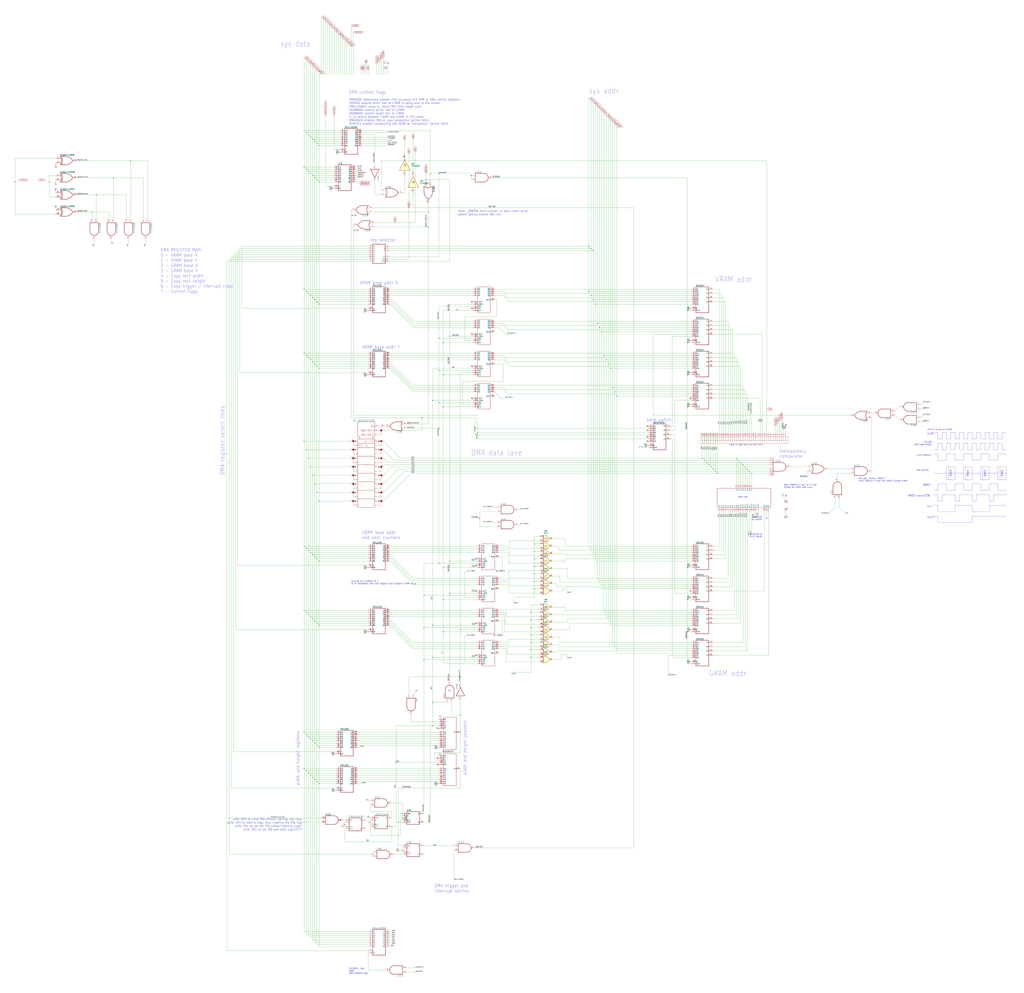
<source format=kicad_sch>
(kicad_sch (version 20250114) (generator "eeschema") (generator_version "9.0")
  (paper "User" 1214.65 1177.8)
  (lib_symbols
    (symbol "74xGxx:74LVC2G07"
      (property "Reference" "U" (at 0 7.62 0))
      (property "Value" "74LVC2G07" (at 2.54 -7.62 0))
      (symbol "74LVC2G07_1_1"
        (pin input line (at -15.24 0 0) (length 7.62) (name "~") (number "1"))
        (pin open_collector line (at 12.7 0 180) (length 7.62) (name "~") (number "6"))
      )
      (symbol "74LVC2G07_2_1"
        (pin input line (at -15.24 0 0) (length 7.62) (name "~") (number "3"))
        (pin open_collector line (at 12.7 0 180) (length 7.62) (name "~") (number "4"))
      )
      (symbol "74LVC2G07_3_1"
        (pin power_in line (at 0 10.16 270) (length 5.08) (name "VCC") (number "5"))
        (pin power_in line (at 0 -10.16 90) (length 5.08) (name "GND") (number "2"))
      )
    )
    (symbol "74xx:74HC86" (pin_names (offset 1.016))
      (property "Reference" "U" (at 0 1.27 0))
      (property "Value" "74HC86" (at 0 -1.27 0))
      (symbol "74HC86_1_0"
        (pin input line (at -7.62 2.54 0) (length 4.445) (name "~") (number "1"))
        (pin input line (at -7.62 -2.54 0) (length 4.445) (name "~") (number "2"))
        (pin output line (at 7.62 0 180) (length 3.81) (name "~") (number "3"))
      )
      (symbol "74HC86_2_0"
        (pin input line (at -7.62 2.54 0) (length 4.445) (name "~") (number "4"))
        (pin input line (at -7.62 -2.54 0) (length 4.445) (name "~") (number "5"))
        (pin output line (at 7.62 0 180) (length 3.81) (name "~") (number "6"))
      )
      (symbol "74HC86_3_0"
        (pin input line (at -7.62 2.54 0) (length 4.445) (name "~") (number "9"))
        (pin input line (at -7.62 -2.54 0) (length 4.445) (name "~") (number "10"))
        (pin output line (at 7.62 0 180) (length 3.81) (name "~") (number "8"))
      )
      (symbol "74HC86_4_0"
        (pin input line (at -7.62 2.54 0) (length 4.445) (name "~") (number "12"))
        (pin input line (at -7.62 -2.54 0) (length 4.445) (name "~") (number "13"))
        (pin output line (at 7.62 0 180) (length 3.81) (name "~") (number "11"))
      )
      (symbol "74HC86_5_0"
        (pin power_in line (at 0 12.7 270) (length 5.08) (name "VCC") (number "14"))
        (pin power_in line (at 0 -12.7 90) (length 5.08) (name "GND") (number "7"))
      )
    )
    (symbol "cpu-blitter-inputs-eagle-import:7400N"
      (property "Reference" "IC" (at -0.635 -0.635 0))
      (symbol "7400N_1_0"
        (pin input line (at -12.7 2.54 0) (length 5.08) (name "I0") (number "1"))
        (pin input line (at -12.7 -2.54 0) (length 5.08) (name "I1") (number "2"))
        (pin output inverted (at 12.7 0 180) (length 5.08) (name "O") (number "3"))
      )
      (symbol "7400N_2_0"
        (pin input line (at -12.7 2.54 0) (length 5.08) (name "I0") (number "4"))
        (pin input line (at -12.7 -2.54 0) (length 5.08) (name "I1") (number "5"))
        (pin output inverted (at 12.7 0 180) (length 5.08) (name "O") (number "6"))
      )
      (symbol "7400N_3_0"
        (pin input line (at -12.7 2.54 0) (length 5.08) (name "I0") (number "9"))
        (pin input line (at -12.7 -2.54 0) (length 5.08) (name "I1") (number "10"))
        (pin output inverted (at 12.7 0 180) (length 5.08) (name "O") (number "8"))
      )
      (symbol "7400N_4_0"
        (pin input line (at -12.7 2.54 0) (length 5.08) (name "I0") (number "12"))
        (pin input line (at -12.7 -2.54 0) (length 5.08) (name "I1") (number "13"))
        (pin output inverted (at 12.7 0 180) (length 5.08) (name "O") (number "11"))
      )
      (symbol "7400N_5_0"
        (text "VCC" (at 1.905 5.08 900) (effects (font (size 1.27 1.0795)) (justify left bottom)))
        (text "GND" (at 1.905 -7.62 900) (effects (font (size 1.27 1.0795)) (justify left bottom)))
        (pin power_in line (at 0 10.16 270) (length 7.62) (name "VCC") (number "14"))
        (pin power_in line (at 0 -10.16 90) (length 7.62) (name "GND") (number "7"))
      )
    )
    (symbol "cpu-blitter-inputs-eagle-import:7404N"
      (property "Reference" "IC" (at -0.635 -0.635 0))
      (symbol "7404N_1_0"
        (pin input line (at -10.16 0 0) (length 5.08) (name "I") (number "1"))
        (pin output inverted (at 10.16 0 180) (length 5.08) (name "O") (number "2"))
      )
      (symbol "7404N_2_0"
        (pin input line (at -10.16 0 0) (length 5.08) (name "I") (number "3"))
        (pin output inverted (at 10.16 0 180) (length 5.08) (name "O") (number "4"))
      )
      (symbol "7404N_3_0"
        (pin input line (at -10.16 0 0) (length 5.08) (name "I") (number "5"))
        (pin output inverted (at 10.16 0 180) (length 5.08) (name "O") (number "6"))
      )
      (symbol "7404N_4_0"
        (pin input line (at -10.16 0 0) (length 5.08) (name "I") (number "9"))
        (pin output inverted (at 10.16 0 180) (length 5.08) (name "O") (number "8"))
      )
      (symbol "7404N_5_0"
        (pin input line (at -10.16 0 0) (length 5.08) (name "I") (number "11"))
        (pin output inverted (at 10.16 0 180) (length 5.08) (name "O") (number "10"))
      )
      (symbol "7404N_6_0"
        (pin input line (at -10.16 0 0) (length 5.08) (name "I") (number "13"))
        (pin output inverted (at 10.16 0 180) (length 5.08) (name "O") (number "12"))
      )
      (symbol "7404N_7_0"
        (text "VCC" (at 1.905 5.08 900) (effects (font (size 1.27 1.0795)) (justify left bottom)))
        (text "GND" (at 1.905 -7.62 900) (effects (font (size 1.27 1.0795)) (justify left bottom)))
        (pin power_in line (at 0 10.16 270) (length 7.62) (name "VCC") (number "14"))
        (pin power_in line (at 0 -10.16 90) (length 7.62) (name "GND") (number "7"))
      )
    )
    (symbol "cpu-blitter-inputs-eagle-import:7408N"
      (property "Reference" "IC" (at -0.635 -0.635 0))
      (symbol "7408N_1_0"
        (pin input line (at -12.7 2.54 0) (length 5.08) (name "I0") (number "1"))
        (pin input line (at -12.7 -2.54 0) (length 5.08) (name "I1") (number "2"))
        (pin output line (at 12.7 0 180) (length 5.08) (name "O") (number "3"))
      )
      (symbol "7408N_2_0"
        (pin input line (at -12.7 2.54 0) (length 5.08) (name "I0") (number "4"))
        (pin input line (at -12.7 -2.54 0) (length 5.08) (name "I1") (number "5"))
        (pin output line (at 12.7 0 180) (length 5.08) (name "O") (number "6"))
      )
      (symbol "7408N_3_0"
        (pin input line (at -12.7 2.54 0) (length 5.08) (name "I0") (number "9"))
        (pin input line (at -12.7 -2.54 0) (length 5.08) (name "I1") (number "10"))
        (pin output line (at 12.7 0 180) (length 5.08) (name "O") (number "8"))
      )
      (symbol "7408N_4_0"
        (pin input line (at -12.7 2.54 0) (length 5.08) (name "I0") (number "12"))
        (pin input line (at -12.7 -2.54 0) (length 5.08) (name "I1") (number "13"))
        (pin output line (at 12.7 0 180) (length 5.08) (name "O") (number "11"))
      )
      (symbol "7408N_5_0"
        (text "VCC" (at 1.905 5.08 900) (effects (font (size 1.27 1.0795)) (justify left bottom)))
        (text "GND" (at 1.905 -7.62 900) (effects (font (size 1.27 1.0795)) (justify left bottom)))
        (pin power_in line (at 0 10.16 270) (length 7.62) (name "VCC") (number "14"))
        (pin power_in line (at 0 -10.16 90) (length 7.62) (name "GND") (number "7"))
      )
    )
    (symbol "cpu-blitter-inputs-eagle-import:74257N"
      (property "Reference" "IC" (at -0.635 -0.635 0))
      (symbol "74257N_1_0"
        (pin input line (at -12.7 12.7 0) (length 5.08) (name "1A") (number "2"))
        (pin input line (at -12.7 10.16 0) (length 5.08) (name "1B") (number "3"))
        (pin input line (at -12.7 7.62 0) (length 5.08) (name "2A") (number "5"))
        (pin input line (at -12.7 5.08 0) (length 5.08) (name "2B") (number "6"))
        (pin input line (at -12.7 2.54 0) (length 5.08) (name "3A") (number "11"))
        (pin input line (at -12.7 0 0) (length 5.08) (name "3B") (number "10"))
        (pin input line (at -12.7 -2.54 0) (length 5.08) (name "4A") (number "14"))
        (pin input line (at -12.7 -5.08 0) (length 5.08) (name "4B") (number "13"))
        (pin input inverted (at -12.7 -10.16 0) (length 5.08) (name "G") (number "15"))
        (pin input line (at -12.7 -12.7 0) (length 5.08) (name "~{A}/B") (number "1"))
        (pin tri_state line (at 12.7 12.7 180) (length 5.08) (name "1Y") (number "4"))
        (pin tri_state line (at 12.7 7.62 180) (length 5.08) (name "2Y") (number "7"))
        (pin tri_state line (at 12.7 2.54 180) (length 5.08) (name "3Y") (number "9"))
        (pin tri_state line (at 12.7 -2.54 180) (length 5.08) (name "4Y") (number "12"))
      )
      (symbol "74257N_2_0"
        (text "VCC" (at 1.905 5.08 900) (effects (font (size 1.27 1.0795)) (justify left bottom)))
        (text "GND" (at 1.905 -7.62 900) (effects (font (size 1.27 1.0795)) (justify left bottom)))
        (pin power_in line (at 0 10.16 270) (length 7.62) (name "VCC") (number "16"))
        (pin power_in line (at 0 -10.16 90) (length 7.62) (name "GND") (number "8"))
      )
    )
    (symbol "cpu-blitter-inputs-eagle-import:7430N"
      (property "Reference" "IC" (at -0.635 -0.635 0))
      (symbol "7430N_1_0"
        (pin input line (at -12.7 10.16 0) (length 5.08) (name "I0") (number "1"))
        (pin input line (at -12.7 7.62 0) (length 5.08) (name "I1") (number "2"))
        (pin input line (at -12.7 5.08 0) (length 5.08) (name "I2") (number "3"))
        (pin input line (at -12.7 2.54 0) (length 5.08) (name "I3") (number "4"))
        (pin input line (at -12.7 -2.54 0) (length 5.08) (name "I4") (number "5"))
        (pin input line (at -12.7 -5.08 0) (length 5.08) (name "I5") (number "6"))
        (pin input line (at -12.7 -7.62 0) (length 5.08) (name "I6") (number "11"))
        (pin input line (at -12.7 -10.16 0) (length 5.08) (name "I7") (number "12"))
        (pin output inverted (at 12.7 0 180) (length 5.08) (name "O") (number "8"))
      )
      (symbol "7430N_2_0"
        (text "VCC" (at 1.905 5.08 900) (effects (font (size 1.27 1.0795)) (justify left bottom)))
        (text "GND" (at 1.905 -7.62 900) (effects (font (size 1.27 1.0795)) (justify left bottom)))
        (pin power_in line (at 0 10.16 270) (length 7.62) (name "VCC") (number "14"))
        (pin power_in line (at 0 -10.16 90) (length 7.62) (name "GND") (number "7"))
      )
    )
    (symbol "cpu-blitter-inputs-eagle-import:7432N"
      (property "Reference" "IC" (at -0.635 -0.635 0))
      (symbol "7432N_1_0"
        (pin input line (at -12.7 2.54 0) (length 5.08) (name "I0") (number "1"))
        (pin input line (at -12.7 -2.54 0) (length 5.08) (name "I1") (number "2"))
        (pin output line (at 12.7 0 180) (length 5.08) (name "O") (number "3"))
      )
      (symbol "7432N_2_0"
        (pin input line (at -12.7 2.54 0) (length 5.08) (name "I0") (number "4"))
        (pin input line (at -12.7 -2.54 0) (length 5.08) (name "I1") (number "5"))
        (pin output line (at 12.7 0 180) (length 5.08) (name "O") (number "6"))
      )
      (symbol "7432N_3_0"
        (pin input line (at -12.7 2.54 0) (length 5.08) (name "I0") (number "9"))
        (pin input line (at -12.7 -2.54 0) (length 5.08) (name "I1") (number "10"))
        (pin output line (at 12.7 0 180) (length 5.08) (name "O") (number "8"))
      )
      (symbol "7432N_4_0"
        (pin input line (at -12.7 2.54 0) (length 5.08) (name "I0") (number "12"))
        (pin input line (at -12.7 -2.54 0) (length 5.08) (name "I1") (number "13"))
        (pin output line (at 12.7 0 180) (length 5.08) (name "O") (number "11"))
      )
      (symbol "7432N_5_0"
        (text "VCC" (at 1.905 5.08 900) (effects (font (size 1.27 1.0795)) (justify left bottom)))
        (text "GND" (at 1.905 -7.62 900) (effects (font (size 1.27 1.0795)) (justify left bottom)))
        (pin power_in line (at 0 10.16 270) (length 7.62) (name "VCC") (number "14"))
        (pin power_in line (at 0 -10.16 90) (length 7.62) (name "GND") (number "7"))
      )
    )
    (symbol "cpu-blitter-inputs-eagle-import:74573N"
      (property "Reference" "IC" (at -0.635 -0.635 0))
      (symbol "74573N_1_0"
        (pin input line (at -12.7 12.7 0) (length 5.08) (name "1D") (number "2"))
        (pin input line (at -12.7 10.16 0) (length 5.08) (name "2D") (number "3"))
        (pin input line (at -12.7 7.62 0) (length 5.08) (name "3D") (number "4"))
        (pin input line (at -12.7 5.08 0) (length 5.08) (name "4D") (number "5"))
        (pin input line (at -12.7 2.54 0) (length 5.08) (name "5D") (number "6"))
        (pin input line (at -12.7 0 0) (length 5.08) (name "6D") (number "7"))
        (pin input line (at -12.7 -2.54 0) (length 5.08) (name "7D") (number "8"))
        (pin input line (at -12.7 -5.08 0) (length 5.08) (name "8D") (number "9"))
        (pin input line (at -12.7 -10.16 0) (length 5.08) (name "C") (number "11"))
        (pin input inverted (at -12.7 -12.7 0) (length 5.08) (name "OC") (number "1"))
        (pin tri_state line (at 12.7 12.7 180) (length 5.08) (name "1Q") (number "19"))
        (pin tri_state line (at 12.7 10.16 180) (length 5.08) (name "2Q") (number "18"))
        (pin tri_state line (at 12.7 7.62 180) (length 5.08) (name "3Q") (number "17"))
        (pin tri_state line (at 12.7 5.08 180) (length 5.08) (name "4Q") (number "16"))
        (pin tri_state line (at 12.7 2.54 180) (length 5.08) (name "5Q") (number "15"))
        (pin tri_state line (at 12.7 0 180) (length 5.08) (name "6Q") (number "14"))
        (pin tri_state line (at 12.7 -2.54 180) (length 5.08) (name "7Q") (number "13"))
        (pin tri_state line (at 12.7 -5.08 180) (length 5.08) (name "8Q") (number "12"))
      )
      (symbol "74573N_2_0"
        (text "VCC" (at 1.905 5.08 900) (effects (font (size 1.27 1.0795)) (justify left bottom)))
        (text "GND" (at 1.905 -7.62 900) (effects (font (size 1.27 1.0795)) (justify left bottom)))
        (pin power_in line (at 0 10.16 270) (length 7.62) (name "VCC") (number "20"))
        (pin power_in line (at 0 -10.16 90) (length 7.62) (name "GND") (number "10"))
      )
    )
    (symbol "cpu-blitter-inputs-eagle-import:74640N"
      (property "Reference" "V" (at -10.16 51.435 0))
      (symbol "74640N_1_0"
        (pin power_in line (at 0 2.54 270) (length 2.54) (name "+UB") (number "20"))
      )
      (symbol "74640N_2_0"
        (pin power_in line (at 0 -2.54 90) (length 2.54) (name "-UB") (number "10"))
      )
      (symbol "74640N_3_0"
        (text "G3" (at -8.89 44.45 0) (effects (font (size 2.032 1.7272)) (justify left bottom)))
        (text "3" (at -8.89 39.37 0) (effects (font (size 2.032 1.7272)) (justify left bottom)))
        (text "3" (at -8.89 34.29 0) (effects (font (size 2.032 1.7272)) (justify left bottom)))
        (text "EN1" (at -6.35 39.37 0) (effects (font (size 2.032 1.7272)) (justify left bottom)))
        (text "EN2" (at -6.35 34.29 0) (effects (font (size 2.032 1.7272)) (justify left bottom)))
        (text "1" (at -5.715 26.67 0) (effects (font (size 2.032 1.7272)) (justify left bottom)))
        (text "[BA]" (at 0.635 39.37 0) (effects (font (size 2.032 1.7272)) (justify left bottom)))
        (text "[AB]" (at 0.635 34.29 0) (effects (font (size 2.032 1.7272)) (justify left bottom)))
        (text "2" (at 4.445 21.59 0) (effects (font (size 2.032 1.7272)) (justify left bottom)))
        (pin input line (at -20.32 45.72 0) (length 2.54) (name "~{G}") (number "19"))
        (pin input line (at -20.32 40.64 0) (length 2.54) (name "DIR") (number "1"))
        (pin bidirectional line (at -20.32 27.94 0) (length 2.54) (name "A1") (number "2"))
        (pin bidirectional line (at -20.32 17.78 0) (length 2.54) (name "A2") (number "3"))
        (pin bidirectional line (at -20.32 7.62 0) (length 2.54) (name "A3") (number "4"))
        (pin bidirectional line (at -20.32 -2.54 0) (length 2.54) (name "A4") (number "5"))
        (pin bidirectional line (at -20.32 -12.7 0) (length 2.54) (name "A5") (number "6"))
        (pin bidirectional line (at -20.32 -22.86 0) (length 2.54) (name "A6") (number "7"))
        (pin bidirectional line (at -20.32 -33.02 0) (length 2.54) (name "A7") (number "8"))
        (pin bidirectional line (at -20.32 -43.18 0) (length 2.54) (name "A8") (number "9"))
        (pin bidirectional line (at 17.78 27.94 180) (length 2.54) (name "B1") (number "18"))
        (pin bidirectional line (at 17.78 17.78 180) (length 2.54) (name "B2") (number "17"))
        (pin bidirectional line (at 17.78 7.62 180) (length 2.54) (name "B3") (number "16"))
        (pin bidirectional line (at 17.78 -2.54 180) (length 2.54) (name "B4") (number "15"))
        (pin bidirectional line (at 17.78 -12.7 180) (length 2.54) (name "B5") (number "14"))
        (pin bidirectional line (at 17.78 -22.86 180) (length 2.54) (name "B6") (number "13"))
        (pin bidirectional line (at 17.78 -33.02 180) (length 2.54) (name "B7") (number "12"))
        (pin bidirectional line (at 17.78 -43.18 180) (length 2.54) (name "B8") (number "11"))
      )
    )
    (symbol "cpu-blitter-inputs-eagle-import:7474N"
      (property "Reference" "IC" (at -0.635 -0.635 0))
      (symbol "7474N_1_0"
        (pin input inverted (at -12.7 5.08 0) (length 5.08) (name "PRE") (number "4"))
        (pin input line (at -12.7 2.54 0) (length 5.08) (name "D") (number "2"))
        (pin input clock (at -12.7 -2.54 0) (length 5.08) (name "CLK") (number "3"))
        (pin input inverted (at -12.7 -5.08 0) (length 5.08) (name "CLR") (number "1"))
        (pin output line (at 12.7 5.08 180) (length 5.08) (name "Q") (number "5"))
        (pin output line (at 12.7 -5.08 180) (length 5.08) (name "~{Q}") (number "6"))
      )
      (symbol "7474N_2_0"
        (pin input inverted (at -12.7 5.08 0) (length 5.08) (name "PRE") (number "10"))
        (pin input line (at -12.7 2.54 0) (length 5.08) (name "D") (number "12"))
        (pin input clock (at -12.7 -2.54 0) (length 5.08) (name "CLK") (number "11"))
        (pin input inverted (at -12.7 -5.08 0) (length 5.08) (name "CLR") (number "13"))
        (pin output line (at 12.7 5.08 180) (length 5.08) (name "Q") (number "9"))
        (pin output line (at 12.7 -5.08 180) (length 5.08) (name "~{Q}") (number "8"))
      )
      (symbol "7474N_3_0"
        (text "VCC" (at 1.905 5.08 900) (effects (font (size 1.27 1.0795)) (justify left bottom)))
        (text "GND" (at 1.905 -7.62 900) (effects (font (size 1.27 1.0795)) (justify left bottom)))
        (pin power_in line (at 0 10.16 270) (length 7.62) (name "VCC") (number "14"))
        (pin power_in line (at 0 -10.16 90) (length 7.62) (name "GND") (number "7"))
      )
    )
    (symbol "cpu-blitter-inputs-eagle-import:7486N"
      (property "Reference" "IC" (at -0.635 -0.635 0))
      (symbol "7486N_1_0"
        (pin input line (at -12.7 2.54 0) (length 5.08) (name "I0") (number "1"))
        (pin input line (at -12.7 -2.54 0) (length 5.08) (name "I1") (number "2"))
        (pin output line (at 12.7 0 180) (length 5.08) (name "O") (number "3"))
      )
      (symbol "7486N_2_0"
        (pin input line (at -12.7 2.54 0) (length 5.08) (name "I0") (number "4"))
        (pin input line (at -12.7 -2.54 0) (length 5.08) (name "I1") (number "5"))
        (pin output line (at 12.7 0 180) (length 5.08) (name "O") (number "6"))
      )
      (symbol "7486N_3_0"
        (pin input line (at -12.7 2.54 0) (length 5.08) (name "I0") (number "9"))
        (pin input line (at -12.7 -2.54 0) (length 5.08) (name "I1") (number "10"))
        (pin output line (at 12.7 0 180) (length 5.08) (name "O") (number "8"))
      )
      (symbol "7486N_4_0"
        (pin input line (at -12.7 2.54 0) (length 5.08) (name "I0") (number "12"))
        (pin input line (at -12.7 -2.54 0) (length 5.08) (name "I1") (number "13"))
        (pin output line (at 12.7 0 180) (length 5.08) (name "O") (number "11"))
      )
      (symbol "7486N_5_0"
        (text "VCC" (at 1.905 5.08 900) (effects (font (size 1.27 1.0795)) (justify left bottom)))
        (text "GND" (at 1.905 -7.62 900) (effects (font (size 1.27 1.0795)) (justify left bottom)))
        (pin power_in line (at 0 10.16 270) (length 7.62) (name "VCC") (number "14"))
        (pin power_in line (at 0 -10.16 90) (length 7.62) (name "GND") (number "7"))
      )
    )
    (symbol "cpu-blitter-inputs-eagle-import:74HC163"
      (symbol "74HC163_1_0"
        (pin bidirectional line (at -12.7 12.7 0) (length 5.08) (name "P0") (number "3"))
        (pin bidirectional line (at -12.7 10.16 0) (length 5.08) (name "P1") (number "4"))
        (pin bidirectional line (at -12.7 7.62 0) (length 5.08) (name "P2") (number "5"))
        (pin bidirectional line (at -12.7 5.08 0) (length 5.08) (name "P3") (number "6"))
        (pin bidirectional inverted (at -12.7 -2.54 0) (length 5.08) (name "_CLR") (number "1"))
        (pin bidirectional inverted (at -12.7 -5.08 0) (length 5.08) (name "_LOAD") (number "9"))
        (pin bidirectional line (at -12.7 -7.62 0) (length 5.08) (name "ENP") (number "7"))
        (pin bidirectional line (at -12.7 -10.16 0) (length 5.08) (name "ENT") (number "10"))
        (pin bidirectional clock (at -12.7 -12.7 0) (length 5.08) (name "CLK") (number "2"))
        (pin bidirectional line (at 12.7 12.7 180) (length 5.08) (name "Q0") (number "14"))
        (pin bidirectional line (at 12.7 10.16 180) (length 5.08) (name "Q1") (number "13"))
        (pin bidirectional line (at 12.7 7.62 180) (length 5.08) (name "Q2") (number "12"))
        (pin bidirectional line (at 12.7 5.08 180) (length 5.08) (name "Q3") (number "11"))
        (pin bidirectional line (at 12.7 0 180) (length 5.08) (name "RCO") (number "15"))
      )
      (symbol "74HC163_2_0"
        (pin power_in line (at 0 12.7 270) (length 5.08) (name "VCC") (number "16"))
        (pin power_in line (at 0 -10.16 90) (length 5.08) (name "GND") (number "8"))
      )
    )
    (symbol "cpu-blitter-inputs-eagle-import:74HC238"
      (symbol "74HC238_1_0"
        (pin power_in line (at 0 12.7 270) (length 5.08) (name "VCC") (number "16"))
        (pin power_in line (at 0 -10.16 90) (length 5.08) (name "GND") (number "8"))
      )
      (symbol "74HC238_2_0"
        (pin input line (at -15.24 7.62 0) (length 5.08) (name "A") (number "1"))
        (pin input line (at -15.24 5.08 0) (length 5.08) (name "B") (number "2"))
        (pin input line (at -15.24 2.54 0) (length 5.08) (name "C") (number "3"))
        (pin input line (at -15.24 -5.08 0) (length 5.08) (name "G1") (number "6"))
        (pin input inverted (at -15.24 -7.62 0) (length 5.08) (name "G2A") (number "4"))
        (pin input inverted (at -15.24 -10.16 0) (length 5.08) (name "G2B") (number "5"))
        (pin output line (at 10.16 7.62 180) (length 5.08) (name "Y0") (number "15"))
        (pin output line (at 10.16 5.08 180) (length 5.08) (name "Y1") (number "14"))
        (pin output line (at 10.16 2.54 180) (length 5.08) (name "Y2") (number "13"))
        (pin output line (at 10.16 0 180) (length 5.08) (name "Y3") (number "12"))
        (pin output line (at 10.16 -2.54 180) (length 5.08) (name "Y4") (number "11"))
        (pin output line (at 10.16 -5.08 180) (length 5.08) (name "Y5") (number "10"))
        (pin output line (at 10.16 -7.62 180) (length 5.08) (name "Y6") (number "9"))
        (pin output line (at 10.16 -10.16 180) (length 5.08) (name "Y7") (number "7"))
      )
    )
    (symbol "cpu-blitter-inputs-eagle-import:AS6C4008"
      (symbol "AS6C4008_1_0"
        (pin bidirectional line (at -17.78 30.48 0) (length 5.08) (name "A0") (number "12"))
        (pin bidirectional line (at -17.78 27.94 0) (length 5.08) (name "A1") (number "11"))
        (pin bidirectional line (at -17.78 25.4 0) (length 5.08) (name "A2") (number "10"))
        (pin bidirectional line (at -17.78 22.86 0) (length 5.08) (name "A3") (number "9"))
        (pin bidirectional line (at -17.78 20.32 0) (length 5.08) (name "A4") (number "8"))
        (pin bidirectional line (at -17.78 17.78 0) (length 5.08) (name "A5") (number "7"))
        (pin bidirectional line (at -17.78 15.24 0) (length 5.08) (name "A6") (number "6"))
        (pin bidirectional line (at -17.78 12.7 0) (length 5.08) (name "A7") (number "5"))
        (pin bidirectional line (at -17.78 10.16 0) (length 5.08) (name "A8") (number "27"))
        (pin bidirectional line (at -17.78 7.62 0) (length 5.08) (name "A9") (number "26"))
        (pin bidirectional line (at -17.78 5.08 0) (length 5.08) (name "A10") (number "23"))
        (pin bidirectional line (at -17.78 2.54 0) (length 5.08) (name "A11") (number "25"))
        (pin bidirectional line (at -17.78 0 0) (length 5.08) (name "A12") (number "4"))
        (pin bidirectional line (at -17.78 -2.54 0) (length 5.08) (name "A13") (number "28"))
        (pin bidirectional line (at -17.78 -5.08 0) (length 5.08) (name "A14") (number "3"))
        (pin bidirectional line (at -17.78 -7.62 0) (length 5.08) (name "A15") (number "31"))
        (pin bidirectional line (at -17.78 -10.16 0) (length 5.08) (name "A16") (number "2"))
        (pin bidirectional line (at -17.78 -12.7 0) (length 5.08) (name "A17") (number "30"))
        (pin bidirectional line (at -17.78 -15.24 0) (length 5.08) (name "A18") (number "1"))
        (pin bidirectional line (at -17.78 -22.86 0) (length 5.08) (name "~{WE}") (number "29"))
        (pin bidirectional line (at -17.78 -25.4 0) (length 5.08) (name "~{CE}") (number "22"))
        (pin bidirectional line (at -17.78 -27.94 0) (length 5.08) (name "~{OE}") (number "24"))
        (pin bidirectional line (at 15.24 10.16 180) (length 5.08) (name "D0") (number "13"))
        (pin bidirectional line (at 15.24 7.62 180) (length 5.08) (name "D1") (number "14"))
        (pin bidirectional line (at 15.24 5.08 180) (length 5.08) (name "D2") (number "15"))
        (pin bidirectional line (at 15.24 2.54 180) (length 5.08) (name "D3") (number "17"))
        (pin bidirectional line (at 15.24 0 180) (length 5.08) (name "D4") (number "18"))
        (pin bidirectional line (at 15.24 -2.54 180) (length 5.08) (name "D5") (number "19"))
        (pin bidirectional line (at 15.24 -5.08 180) (length 5.08) (name "D6") (number "20"))
        (pin bidirectional line (at 15.24 -7.62 180) (length 5.08) (name "D7") (number "21"))
      )
      (symbol "AS6C4008_2_0"
        (text "VDD" (at 1.905 2.54 900) (effects (font (size 1.27 1.0795)) (justify left bottom)))
        (text "VSS" (at 1.905 -5.842 900) (effects (font (size 1.27 1.0795)) (justify left bottom)))
        (pin power_in line (at 0 7.62 270) (length 5.08) (name "VDD") (number "32"))
        (pin power_in line (at 0 -7.62 90) (length 5.08) (name "VSS") (number "16"))
      )
    )
    (symbol "cpu-blitter-inputs-eagle-import:CD40103"
      (symbol "CD40103_1_0"
        (pin input clock (at -12.7 15.24 0) (length 5.08) (name "CP") (number "1"))
        (pin input inverted (at -12.7 12.7 0) (length 5.08) (name "PL") (number "9"))
        (pin input inverted (at -12.7 10.16 0) (length 5.08) (name "TE") (number "3"))
        (pin input inverted (at -12.7 7.62 0) (length 5.08) (name "PE") (number "15"))
        (pin input inverted (at -12.7 5.08 0) (length 5.08) (name "MR") (number "2"))
        (pin input line (at -12.7 0 0) (length 5.08) (name "P0") (number "4"))
        (pin input line (at -12.7 -2.54 0) (length 5.08) (name "P1") (number "5"))
        (pin input line (at -12.7 -5.08 0) (length 5.08) (name "P2") (number "6"))
        (pin input line (at -12.7 -7.62 0) (length 5.08) (name "P3") (number "7"))
        (pin input line (at -12.7 -10.16 0) (length 5.08) (name "P4") (number "10"))
        (pin input line (at -12.7 -12.7 0) (length 5.08) (name "P5") (number "11"))
        (pin input line (at -12.7 -15.24 0) (length 5.08) (name "P6") (number "12"))
        (pin input line (at -12.7 -17.78 0) (length 5.08) (name "P7") (number "13"))
        (pin output inverted (at 12.7 0 180) (length 5.08) (name "TC") (number "14"))
      )
      (symbol "CD40103_2_0"
        (pin power_in line (at 0 12.7 270) (length 5.08) (name "VCC") (number "16"))
        (pin power_in line (at 0 -10.16 90) (length 5.08) (name "GND") (number "8"))
      )
    )
    (symbol "cpu-blitter-inputs-eagle-import:GND" (power)
      (property "Value" "GND" (at -2.54 -2.54 0))
      (symbol "GND_1_0"
        (pin power_in line (at 0 2.54 270) (length 2.54) (name "GND") (number "1"))
      )
    )
    (symbol "cpu-blitter-inputs-eagle-import:TX25-40P-6ST-H1E"
      (symbol "TX25-40P-6ST-H1E_1_0"
        (pin passive line (at 0 0 0) (length 5.08) (name "1") (number "1"))
        (pin passive line (at 0 -2.54 0) (length 5.08) (name "2") (number "2"))
        (pin passive line (at 0 -5.08 0) (length 5.08) (name "3") (number "3"))
        (pin passive line (at 0 -7.62 0) (length 5.08) (name "4") (number "4"))
        (pin passive line (at 0 -10.16 0) (length 5.08) (name "5") (number "5"))
        (pin passive line (at 0 -12.7 0) (length 5.08) (name "6") (number "6"))
        (pin passive line (at 0 -15.24 0) (length 5.08) (name "7") (number "7"))
        (pin passive line (at 0 -17.78 0) (length 5.08) (name "8") (number "8"))
        (pin passive line (at 0 -20.32 0) (length 5.08) (name "9") (number "9"))
        (pin passive line (at 0 -22.86 0) (length 5.08) (name "10") (number "10"))
        (pin passive line (at 0 -25.4 0) (length 5.08) (name "11") (number "11"))
        (pin passive line (at 0 -27.94 0) (length 5.08) (name "12") (number "12"))
        (pin passive line (at 0 -30.48 0) (length 5.08) (name "13") (number "13"))
        (pin passive line (at 0 -33.02 0) (length 5.08) (name "14") (number "14"))
        (pin passive line (at 0 -35.56 0) (length 5.08) (name "15") (number "15"))
        (pin passive line (at 0 -38.1 0) (length 5.08) (name "16") (number "16"))
        (pin passive line (at 0 -40.64 0) (length 5.08) (name "17") (number "17"))
        (pin passive line (at 0 -43.18 0) (length 5.08) (name "18") (number "18"))
        (pin passive line (at 0 -45.72 0) (length 5.08) (name "19") (number "19"))
        (pin passive line (at 0 -48.26 0) (length 5.08) (name "20") (number "20"))
        (pin passive line (at 0 -50.8 0) (length 5.08) (name "21") (number "21"))
        (pin passive line (at 0 -53.34 0) (length 5.08) (name "22") (number "22"))
        (pin passive line (at 0 -55.88 0) (length 5.08) (name "23") (number "23"))
        (pin passive line (at 0 -58.42 0) (length 5.08) (name "24") (number "24"))
        (pin passive line (at 0 -60.96 0) (length 5.08) (name "25") (number "25"))
        (pin passive line (at 0 -63.5 0) (length 5.08) (name "26") (number "26"))
        (pin passive line (at 0 -66.04 0) (length 5.08) (name "27") (number "27"))
        (pin passive line (at 0 -68.58 0) (length 5.08) (name "28") (number "28"))
        (pin passive line (at 0 -71.12 0) (length 5.08) (name "29") (number "29"))
        (pin passive line (at 0 -73.66 0) (length 5.08) (name "30") (number "30"))
        (pin passive line (at 0 -76.2 0) (length 5.08) (name "31") (number "31"))
        (pin passive line (at 0 -78.74 0) (length 5.08) (name "32") (number "32"))
        (pin passive line (at 0 -81.28 0) (length 5.08) (name "33") (number "33"))
        (pin passive line (at 0 -83.82 0) (length 5.08) (name "34") (number "34"))
        (pin passive line (at 0 -86.36 0) (length 5.08) (name "35") (number "35"))
        (pin passive line (at 0 -88.9 0) (length 5.08) (name "36") (number "36"))
        (pin passive line (at 0 -91.44 0) (length 5.08) (name "37") (number "37"))
        (pin passive line (at 0 -93.98 0) (length 5.08) (name "38") (number "38"))
        (pin passive line (at 0 -96.52 0) (length 5.08) (name "39") (number "39"))
        (pin passive line (at 0 -99.06 0) (length 5.08) (name "40") (number "40"))
      )
    )
    (symbol "cpu-blitter-inputs-eagle-import:VCC" (power)
      (property "Value" "VCC" (at -2.54 -2.54 90))
      (symbol "VCC_1_0"
        (pin power_in line (at 0 -2.54 90) (length 2.54) (name "VCC") (number "1"))
      )
    )
  )
  (text "DMAMODE determines whether CPU accesses V/G RAM or DMA control registers\nVIDPAGE selects which half of V.RAM is being sent to the screen\nVNMI_ENABLE allow or _block NMI from vidgen card\nGRAMBANK selects active half of G.RAM\nVRAMBANK selects target half of V.RAM\nV/_G selects between V.RAM and G.RAM in CPU mode\nDMAIRQEN enables IRQ on copy completion (active HIGH)\nTRANSEN enables compositing with 0x00 as transparent  (active HIGH)" (at 414.02 116.84 0) (effects (font (size 2.54 2.159)) (justify left top)))
  (text "~{DMACLK} (nand) ~{CLK28}" (at 1076.96 589.28 0) (effects (font (size 1.778 1.5113)) (justify left bottom)))
  (text "~{CLK28\n(with} gate delay)" (at 1104.9 528.32 0) (effects (font (size 1.778 1.5113)) (justify right bottom)))
  (text "~{DMACLK}" (at 1094.74 576.58 0) (effects (font (size 1.778 1.5113)) (justify left bottom)))
  (text "CLK7" (at 1099.82 601.98 0) (effects (font (size 1.778 1.5113)) (justify left bottom)))
  (text "VRAM base addr Y" (at 429.26 414.02 0) (effects (font (size 3.81 3.2385)) (justify left bottom)))
  (text "CLK14/DMACLK" (at 1087.12 541.02 0) (effects (font (size 1.778 1.5113)) (justify left bottom)))
  (text "CLK3_5" (at 1099.82 614.68 0) (effects (font (size 1.778 1.5113)) (justify left bottom)))
  (text "DMA control flags" (at 414.02 111.76 0) (effects (font (size 3.81 3.2385)) (justify left bottom)))
  (text "DMA register select lines" (at 266.7 563.88 90) (effects (font (size 5.08 4.318)) (justify left bottom)))
  (text "header to vidgen board and frame buffer" (at 884.936 527.558 0) (effects (font (size 1.27 1.27))))
  (text "width and height registers" (at 355.6 932.18 90) (effects (font (size 3.81 3.2385)) (justify left bottom)))
  (text "8NAND" (at 1168.4 561.34 90) (effects (font (size 1.778 1.5113))))
  (text "8NAND" (at 1148.08 561.34 90) (effects (font (size 1.778 1.5113))))
  (text "COLORFILL high\nNAND\nDMA-ENABLED high" (at 414.02 1155.7 0) (effects (font (size 1.778 1.5113)) (justify left bottom)))
  (text "sys data" (at 332.74 55.88 0) (effects (font (size 6.4516 5.4838)) (justify left bottom)))
  (text "controlled\nby register" (at 904.24 617.22 0) (effects (font (size 1.778 1.5113)) (justify right bottom)))
  (text "GRAM addr" (at 840.74 802.64 0) (effects (font (size 6.4516 5.4838)) (justify left bottom)))
  (text "this gate \"inverts\" DMACLK\nwhen _DMACLK is high then VRAM is being written" (at 1018.54 571.5 0) (effects (font (size 1.778 1.5113)) (justify left bottom)))
  (text "8NAND" (at 1127.76 561.34 90) (effects (font (size 1.778 1.5113))))
  (text "VRAM addr" (at 848.36 335.28 0) (effects (font (size 6.4516 5.4838)) (justify left bottom)))
  (text "reg selector" (at 439.42 287.02 0) (effects (font (size 3.81 3.2385)) (justify left bottom)))
  (text "DMA REGISTER MAP:\n0 - VRAM base X\n1 - VRAM base Y\n2 - GRAM base X\n3 - GRAM base Y\n4 - Copy rect width\n5 - Copy rect height\n6 - Copy trigger / interrupt clear\n7 - Control flags" (at 190.5 347.98 0) (effects (font (size 3.81 3.2385)) (justify left bottom)))
  (text "Note: _DMAIRQ must connect to open-drain driver\nbefore joining shared IRQ line~" (at 543.56 248.92 0) (effects (font (size 2.54 2.159)) (justify left top)))
  (text "set high bit of GRAM.X to 1\nto fill destination with color register value instead of GRAM value" (at 416.56 693.42 0) (effects (font (size 1.778 1.5113)) (justify left bottom)))
  (text "write 0%4 to clear IRQ without starting new copy\nwrite 1%4 to start a copy, also clearing the IRQ flag\nwrite 2%4 to set the IRQ without starting copy?\nwrite 3%4 to set IRQ and start copy?????" (at 358.14 985.52 0) (effects (font (size 2.54 2.159)) (justify right bottom)))
  (text "7ns" (at 530.86 820.42 0) (effects (font (size 1.778 1.5113)) (justify left bottom)))
  (text "CLK28" (at 1099.82 515.62 0) (effects (font (size 1.778 1.5113)) (justify left bottom)))
  (text "RAM ACCESS" (at 1087.12 558.8 0) (effects (font (size 1.778 1.5113)) (justify left bottom)))
  (text "bank switch" (at 767.08 500.38 0) (effects (font (size 3.81 3.2385)) (justify left bottom)))
  (text "SPRITE RAM" (at 881.126 589.788 0) (effects (font (size 1.27 1.27))))
  (text "34.9 ns cycles on CLK28" (at 1099.82 510.54 0) (effects (font (size 1.778 1.5113)) (justify left bottom)))
  (text "width and height counters" (at 553.72 919.48 90) (effects (font (size 3.81 3.2385)) (justify left bottom)))
  (text "When TRANSEN is low, an FF byte\ninhibits the VRAM write cycle" (at 929.64 579.12 0) (effects (font (size 1.778 1.5113)) (justify left bottom)))
  (text "transparency\ncomparator" (at 924.56 543.56 0) (effects (font (size 3.81 3.2385)) (justify left bottom)))
  (text "DMA data lane" (at 558.8 541.02 0) (effects (font (size 6.4516 5.4838)) (justify left bottom)))
  (text "VRAM base addr X" (at 426.72 337.82 0) (effects (font (size 3.81 3.2385)) (justify left bottom)))
  (text "sys addr" (at 698.5 111.76 0) (effects (font (size 6.4516 5.4838)) (justify left bottom)))
  (text "DMA trigger and\ninterrupt latches" (at 515.62 1059.18 0) (effects (font (size 3.81 3.2385)) (justify left bottom)))
  (text "GRAM base addr\nand addr counters" (at 429.26 640.08 0) (effects (font (size 3.81 3.2385)) (justify left bottom)))
  (text "controlled by\nGX,GY highbit" (at 904.24 637.54 0) (effects (font (size 1.778 1.5113)) (justify right bottom)))
  (text "8NAND" (at 1188.72 561.34 90) (effects (font (size 1.778 1.5113))))
  (junction (at 134.62 210.82))
  (junction (at 502.92 744.22))
  (junction (at 360.68 868.68))
  (junction (at 271.78 970.28))
  (junction (at 533.4 703.58))
  (junction (at -281.94 596.9))
  (junction (at 525.78 749.3))
  (junction (at 365.76 160.02))
  (junction (at 378.46 436.88))
  (junction (at -488.95 599.44))
  (junction (at 378.46 741.68))
  (junction (at 726.44 459.74))
  (junction (at 373.38 167.64))
  (junction (at -267.97 645.16))
  (junction (at 378.46 594.36))
  (junction (at 525.78 673.1))
  (junction (at 370.84 429.26))
  (junction (at 109.22 251.46))
  (junction (at -422.91 596.9))
  (junction (at -361.95 596.9))
  (junction (at -524.51 576.58))
  (junction (at 370.84 922.02))
  (junction (at -542.29 599.44))
  (junction (at -392.43 576.58))
  (junction (at 716.28 421.64))
  (junction (at -450.85 596.9))
  (junction (at 370.84 353.06))
  (junction (at 365.76 916.94))
  (junction (at -359.41 645.16))
  (junction (at 441.96 1013.46))
  (junction (at -468.63 576.58))
  (junction (at 114.3 231.14))
  (junction (at 563.88 508))
  (junction (at -532.13 576.58))
  (junction (at 368.3 205.74))
  (junction (at 368.3 919.48))
  (junction (at 633.73 671.83))
  (junction (at 633.73 689.61))
  (junction (at 373.38 660.4))
  (junction (at -321.31 624.84))
  (junction (at -330.2 576.58))
  (junction (at 815.34 482.6))
  (junction (at 472.44 975.36))
  (junction (at 533.4 398.78))
  (junction (at 568.96 614.68))
  (junction (at -330.2 596.9))
  (junction (at 378.46 360.68))
  (junction (at -506.73 576.58))
  (junction (at 629.92 770.89))
  (junction (at 477.52 1008.38))
  (junction (at 629.92 744.22))
  (junction (at 368.3 553.72))
  (junction (at 378.46 886.46))
  (junction (at -468.63 599.44))
  (junction (at -267.97 624.84))
  (junction (at -334.01 624.84))
  (junction (at 58.42 215.9))
  (junction (at 633.73 645.16))
  (junction (at 370.84 208.28))
  (junction (at 360.68 723.9))
  (junction (at 363.22 914.4))
  (junction (at -250.19 596.9))
  (junction (at 363.22 421.64))
  (junction (at -334.01 645.16))
  (junction (at 721.36 431.8))
  (junction (at 520.7 508))
  (junction (at 525.78 406.4))
  (junction (at 546.1 746.76))
  (junction (at 520.7 439.42))
  (junction (at 375.92 927.1))
  (junction (at 520.7 477.52))
  (junction (at 558.8 208.28))
  (junction (at 525.78 444.5))
  (junction (at 373.38 574.04))
  (junction (at -436.88 596.9))
  (junction (at 368.3 426.72))
  (junction (at 629.92 753.11))
  (junction (at 502.92 706.12))
  (junction (at 378.46 665.48))
  (junction (at 370.84 657.86))
  (junction (at 850.9 561.34))
  (junction (at 508 269.24))
  (junction (at 708.66 383.54))
  (junction (at -341.63 645.16))
  (junction (at 360.68 342.9))
  (junction (at 368.3 731.52))
  (junction (at -341.63 624.84))
  (junction (at -316.23 576.58))
  (junction (at 502.92 782.32))
  (junction (at 477.52 965.2))
  (junction (at 703.58 297.18))
  (junction (at 485.14 246.38))
  (junction (at 513.08 833.12))
  (junction (at 633.73 680.72))
  (junction (at -524.51 599.44))
  (junction (at -350.52 645.16))
  (junction (at 365.76 424.18))
  (junction (at -392.43 596.9))
  (junction (at -488.95 576.58))
  (junction (at -316.23 596.9))
  (junction (at -410.21 576.58))
  (junction (at 373.38 881.38))
  (junction (at 883.92 553.72))
  (junction (at 373.38 355.6))
  (junction (at 360.68 911.86))
  (junction (at 365.76 347.98))
  (junction (at -478.79 576.58))
  (junction (at -374.65 624.84))
  (junction (at 546.1 802.64))
  (junction (at 873.76 543.56))
  (junction (at 835.66 546.1))
  (junction (at -496.57 599.44))
  (junction (at -459.74 576.58))
  (junction (at -298.45 576.58))
  (junction (at 520.7 205.74))
  (junction (at 840.74 551.18))
  (junction (at 876.3 546.1))
  (junction (at 375.92 434.34))
  (junction (at -311.15 624.84))
  (junction (at 546.1 848.36))
  (junction (at 833.12 543.56))
  (junction (at -281.94 576.58))
  (junction (at 375.92 662.94))
  (junction (at 525.78 711.2))
  (junction (at 633.73 698.5))
  (junction (at 629.92 762))
  (junction (at -353.06 548.64))
  (junction (at 363.22 726.44))
  (junction (at -332.74 548.64))
  (junction (at 505.46 213.36))
  (junction (at -353.06 523.24))
  (junction (at 360.68 975.36))
  (junction (at -299.72 624.84))
  (junction (at -382.27 645.16))
  (junction (at -374.65 645.16))
  (junction (at 363.22 200.66))
  (junction (at 378.46 215.9))
  (junction (at 728.98 464.82))
  (junction (at 815.34 711.2))
  (junction (at 375.92 883.92))
  (junction (at 723.9 436.88))
  (junction (at 546.1 868.68))
  (junction (at 500.38 495.3))
  (junction (at -379.73 576.58))
  (junction (at -394.97 645.16))
  (junction (at 520.7 401.32))
  (junction (at 477.52 970.28))
  (junction (at 373.38 736.6))
  (junction (at 845.82 556.26))
  (junction (at 848.36 558.8))
  (junction (at 368.3 655.32))
  (junction (at 520.7 668.02))
  (junction (at 698.5 292.1))
  (junction (at 718.82 426.72))
  (junction (at 713.74 393.7))
  (junction (at 363.22 533.4))
  (junction (at 154.94 190.5))
  (junction (at 706.12 360.68))
  (junction (at 373.38 210.82))
  (junction (at 365.76 203.2))
  (junction (at 363.22 157.48))
  (junction (at 408.94 977.9))
  (junction (at -262.89 596.9))
  (junction (at -312.42 548.64))
  (junction (at 629.92 726.44))
  (junction (at 360.68 419.1))
  (junction (at -280.67 624.84))
  (junction (at -496.57 576.58))
  (junction (at 633.73 662.94))
  (junction (at 566.42 513.08))
  (junction (at 815.34 749.3))
  (junction (at -506.73 599.44))
  (junction (at 878.84 548.64))
  (junction (at 513.08 861.06))
  (junction (at -436.88 576.58))
  (junction (at -478.79 599.44))
  (junction (at 365.76 543.56))
  (junction (at -347.98 576.58))
  (junction (at 373.38 924.56))
  (junction (at -551.18 576.58))
  (junction (at -459.74 596.9))
  (junction (at 360.68 523.24))
  (junction (at 711.2 388.62))
  (junction (at -321.31 645.16))
  (junction (at 815.34 444.5))
  (junction (at 370.84 165.1))
  (junction (at -422.91 576.58))
  (junction (at 375.92 358.14))
  (junction (at -373.38 523.24))
  (junction (at -382.27 624.84))
  (junction (at 365.76 652.78))
  (junction (at 508 251.46))
  (junction (at -311.15 645.16))
  (junction (at 368.3 162.56))
  (junction (at 698.5 345.44))
  (junction (at 373.38 431.8))
  (junction (at 370.84 878.84))
  (junction (at 881.38 551.18))
  (junction (at 838.2 548.64))
  (junction (at -359.41 624.84))
  (junction (at -532.13 599.44))
  (junction (at 731.52 469.9))
  (junction (at 815.34 368.3))
  (junction (at -298.45 596.9))
  (junction (at -378.46 548.64))
  (junction (at 370.84 563.88))
  (junction (at 701.04 294.64))
  (junction (at 513.08 474.98))
  (junction (at 889 558.8))
  (junction (at 365.76 728.98))
  (junction (at 363.22 871.22))
  (junction (at 375.92 213.36))
  (junction (at 703.58 355.6))
  (junction (at -332.74 523.24))
  (junction (at 629.92 735.33))
  (junction (at -350.52 624.84))
  (junction (at 17.78 215.9))
  (junction (at -299.72 645.16))
  (junction (at -387.35 523.24))
  (junction (at 363.22 345.44))
  (junction (at 629.92 779.78))
  (junction (at -514.35 599.44))
  (junction (at -379.73 596.9))
  (junction (at -373.38 548.64))
  (junction (at 464.82 980.44))
  (junction (at 533.4 665.48))
  (junction (at -542.29 576.58))
  (junction (at 701.04 350.52))
  (junction (at 510.54 205.74))
  (junction (at -450.85 576.58))
  (junction (at -410.21 596.9))
  (junction (at 513.08 741.68))
  (junction (at 378.46 172.72))
  (junction (at -250.19 576.58))
  (junction (at -280.67 645.16))
  (junction (at 368.3 876.3))
  (junction (at 360.68 647.7))
  (junction (at -551.18 599.44))
  (junction (at -361.95 576.58))
  (junction (at 891.54 561.34))
  (junction (at -262.89 576.58))
  (junction (at -394.97 624.84))
  (junction (at 843.28 553.72))
  (junction (at 365.76 873.76))
  (junction (at -514.35 576.58))
  (junction (at 886.46 556.26))
  (junction (at 375.92 739.14))
  (junction (at 815.34 673.1))
  (junction (at 513.08 779.78))
  (junction (at 368.3 350.52))
  (junction (at 815.34 406.4))
  (junction (at 375.92 170.18))
  (junction (at -347.98 596.9))
  (junction (at 378.46 929.64))
  (junction (at 363.22 650.24))
  (junction (at 360.68 154.94))
  (junction (at -312.42 523.24))
  (junction (at 360.68 198.12))
  (junction (at 469.9 904.24))
  (junction (at 525.78 482.6))
  (junction (at 633.73 654.05))
  (junction (at 375.92 584.2))
  (junction (at 370.84 734.06))
  (wire (pts (xy 281.94 297.18) (xy 281.94 670.56)) (stroke (width 0.1524)))
  (wire (pts (xy 909.32 561.34) (xy 911.86 563.88)) (stroke (width 0.1524)))
  (wire (pts (xy 508 269.24) (xy 508 251.46)) (stroke (width 0.1524)))
  (wire (pts (xy 462.28 736.6) (xy 490.22 764.54)) (stroke (width 0.1524)))
  (wire (pts (xy 670.56 638.81) (xy 670.56 647.7)))
  (wire (pts (xy 769.62 513.08) (xy 566.42 513.08)) (stroke (width 0.1524)))
  (polyline (pts (xy 1112.52 607.06) (xy 1132.84 607.06)) (stroke (width 0.1524) (type solid)))
  (wire (pts (xy 909.32 558.8) (xy 911.86 561.34)) (stroke (width 0.1524)))
  (wire (pts (xy 490.22 767.08) (xy 566.42 767.08)) (stroke (width 0.1524)))
  (wire (pts (xy 398.78 883.92) (xy 375.92 883.92)) (stroke (width 0.1524)))
  (wire (pts (xy -316.23 576.58) (xy -298.45 576.58)))
  (wire (pts (xy 604.52 641.35) (xy 640.08 641.35)))
  (polyline (pts (xy 1165.86 553.72) (xy 1165.86 561.34)) (stroke (width 0.1524) (type solid)))
  (wire (pts (xy -316.23 596.9) (xy -298.45 596.9)))
  (wire (pts (xy 640.08 636.27) (xy 633.73 636.27)))
  (wire (pts (xy 586.74 347.98) (xy 596.9 347.98)) (stroke (width 0.1524)))
  (wire (pts (xy 436.88 297.18) (xy 281.94 297.18)) (stroke (width 0.1524)))
  (wire (pts (xy 271.78 970.28) (xy 381 970.28)) (stroke (width 0.1524)))
  (wire (pts (xy -361.95 576.58) (xy -347.98 576.58)))
  (wire (pts (xy 561.34 401.32) (xy 520.7 401.32)) (stroke (width 0.1524)))
  (wire (pts (xy 284.48 294.64) (xy 284.48 441.96)) (stroke (width 0.1524)))
  (wire (pts (xy 485.14 822.96) (xy 485.14 802.64)) (stroke (width 0.1524)))
  (wire (pts (xy 586.74 457.2) (xy 820.42 457.2)) (stroke (width 0.1524)))
  (polyline (pts (xy 1153.16 599.44) (xy 1153.16 607.06)) (stroke (width 0.1524) (type solid)))
  (wire (pts (xy 441.96 1013.46) (xy 441.96 1016)) (stroke (width 0.1524)))
  (wire (pts (xy 421.64 215.9) (xy 424.18 215.9)) (stroke (width 0.1524)))
  (wire (pts (xy 800.1 703.58) (xy 820.42 703.58)) (stroke (width 0.1524)))
  (wire (pts (xy 492.76 180.34) (xy 492.76 264.16)) (stroke (width 0.1524)))
  (wire (pts (xy -321.31 645.16) (xy -311.15 645.16)))
  (wire (pts (xy 595.63 736.6) (xy 591.82 736.6)) (stroke (width 0.1524)))
  (wire (pts (xy 520.7 876.3) (xy 424.18 876.3)) (stroke (width 0.1524)))
  (wire (pts (xy 487.68 855.98) (xy 487.68 848.36)) (stroke (width 0.1524)))
  (wire (pts (xy 924.56 513.08) (xy 924.56 500.38)) (stroke (width 0.1524)))
  (wire (pts (xy 561.34 477.52) (xy 520.7 477.52)) (stroke (width 0.1524)))
  (polyline (pts (xy 1153.16 520.7) (xy 1158.24 520.7)) (stroke (width 0.1524) (type solid)))
  (wire (pts (xy 604.52 434.34) (xy 820.42 434.34)) (stroke (width 0.1524)))
  (wire (pts (xy 398.78 878.84) (xy 370.84 878.84)) (stroke (width 0.1524)))
  (wire (pts (xy 287.02 292.1) (xy 287.02 365.76)) (stroke (width 0.1524)))
  (wire (pts (xy 886.46 772.16) (xy 886.46 607.06)) (stroke (width 0.1524)))
  (wire (pts (xy 858.52 353.06) (xy 858.52 513.08)) (stroke (width 0.1524)))
  (wire (pts (xy 982.98 556.26) (xy 1008.38 556.26)) (stroke (width 0.1524)))
  (wire (pts (xy 600.71 731.52) (xy 640.08 731.52)))
  (wire (pts (xy 551.18 403.86) (xy 561.34 403.86)) (stroke (width 0.1524)))
  (wire (pts (xy 66.04 187.96) (xy 17.78 187.96)) (stroke (width 0.1524)))
  (wire (pts (xy 845.82 701.04) (xy 906.78 701.04)) (stroke (width 0.1524)))
  (wire (pts (xy 563.88 495.3) (xy 500.38 495.3)) (stroke (width 0.1524)))
  (wire (pts (xy 452.12 226.06) (xy 452.12 190.5)) (stroke (width 0.1524)))
  (wire (pts (xy 655.32 674.37) (xy 673.1 674.37)))
  (wire (pts (xy -562.61 576.58) (xy -551.18 576.58)))
  (polyline (pts (xy 1117.6 513.08) (xy 1122.68 513.08)) (stroke (width 0.1524) (type solid)))
  (wire (pts (xy 601.98 429.26) (xy 820.42 429.26)) (stroke (width 0.1524)))
  (wire (pts (xy 600.71 726.44) (xy 600.71 731.52)))
  (wire (pts (xy 548.64 480.06) (xy 561.34 480.06)) (stroke (width 0.1524)))
  (wire (pts (xy 513.08 861.06) (xy 469.9 861.06)) (stroke (width 0.1524)))
  (polyline (pts (xy 1168.4 525.78) (xy 1168.4 533.4)) (stroke (width 0.1524) (type solid)))
  (wire (pts (xy 673.1 728.98) (xy 820.42 728.98)) (stroke (width 0.1524)))
  (wire (pts (xy 373.38 736.6) (xy 373.38 881.38)) (stroke (width 0.1524)))
  (wire (pts (xy 568.96 624.84) (xy 589.28 624.84)) (stroke (width 0.1524)))
  (wire (pts (xy 421.64 203.2) (xy 424.18 203.2)) (stroke (width 0.1524)))
  (wire (pts (xy 820.42 355.6) (xy 703.58 355.6)) (stroke (width 0.1524)))
  (wire (pts (xy 708.66 383.54) (xy 708.66 127)) (stroke (width 0.1524)))
  (wire (pts (xy -410.21 576.58) (xy -392.43 576.58)))
  (wire (pts (xy 703.58 660.4) (xy 703.58 355.6)) (stroke (width 0.1524)))
  (wire (pts (xy 876.3 429.26) (xy 876.3 513.08)) (stroke (width 0.1524)))
  (wire (pts (xy 436.88 657.86) (xy 370.84 657.86)) (stroke (width 0.1524)))
  (wire (pts (xy 596.9 462.28) (xy 601.98 467.36)) (stroke (width 0.1524)))
  (wire (pts (xy 993.14 561.34) (xy 1008.38 561.34)) (stroke (width 0.1524)))
  (wire (pts (xy 370.84 734.06) (xy 370.84 657.86)) (stroke (width 0.1524)))
  (wire (pts (xy 586.74 342.9) (xy 820.42 342.9)) (stroke (width 0.1524)))
  (wire (pts (xy 370.84 353.06) (xy 370.84 208.28)) (stroke (width 0.1524)))
  (wire (pts (xy 421.64 208.28) (xy 424.18 208.28)) (stroke (width 0.1524)))
  (wire (pts (xy 845.82 424.18) (xy 873.76 424.18)) (stroke (width 0.1524)))
  (wire (pts (xy 891.54 607.06) (xy 891.54 629.92)) (stroke (width 0.1524)))
  (wire (pts (xy 668.02 701.04) (xy 668.02 698.5)))
  (wire (pts (xy 462.28 342.9) (xy 561.34 342.9)) (stroke (width 0.1524)))
  (wire (pts (xy 820.42 698.5) (xy 713.74 698.5)) (stroke (width 0.1524)))
  (wire (pts (xy 655.32 728.98) (xy 673.1 728.98)))
  (wire (pts (xy 589.28 601.98) (xy 584.2 601.98)) (stroke (width 0.1524)))
  (wire (pts (xy 525.78 406.4) (xy 525.78 444.5)) (stroke (width 0.1524)))
  (wire (pts (xy 629.92 797.56) (xy 607.06 797.56)))
  (wire (pts (xy -373.38 523.24) (xy -353.06 523.24)))
  (wire (pts (xy 520.7 919.48) (xy 424.18 919.48)) (stroke (width 0.1524)))
  (wire (pts (xy 566.42 782.32) (xy 502.92 782.32)) (stroke (width 0.1524)))
  (wire (pts (xy 596.9 421.64) (xy 599.44 424.18)) (stroke (width 0.1524)))
  (wire (pts (xy 848.36 513.08) (xy 848.36 558.8)) (stroke (width 0.1524)))
  (wire (pts (xy 566.42 513.08) (xy 566.42 492.76)) (stroke (width 0.1524)))
  (wire (pts (xy 436.88 421.64) (xy 363.22 421.64)) (stroke (width 0.1524)))
  (wire (pts (xy 889 513.08) (xy 889 477.52)) (stroke (width 0.1524)))
  (wire (pts (xy 365.76 347.98) (xy 436.88 347.98)) (stroke (width 0.1524)))
  (wire (pts (xy 114.3 231.14) (xy 91.44 231.14)) (stroke (width 0.1524)))
  (wire (pts (xy 444.5 264.16) (xy 492.76 264.16)) (stroke (width 0.1524)))
  (wire (pts (xy 515.62 901.7) (xy 515.62 892.81)) (stroke (width 0.1524)))
  (wire (pts (xy 591.82 685.8) (xy 603.25 685.8)))
  (polyline (pts (xy 1137.92 520.7) (xy 1137.92 513.08)) (stroke (width 0.1524) (type solid)))
  (polyline (pts (xy 1178.56 586.74) (xy 1193.8 586.74)) (stroke (width 0.1524) (type solid)))
  (wire (pts (xy -334.01 624.84) (xy -321.31 624.84)))
  (wire (pts (xy 723.9 741.68) (xy 723.9 436.88)) (stroke (width 0.1524)))
  (wire (pts (xy -312.42 523.24) (xy -292.1 523.24)))
  (wire (pts (xy 909.32 612.14) (xy 909.32 607.06)) (stroke (width 0.1524)))
  (polyline (pts (xy 1163.32 568.96) (xy 1165.86 568.96)) (stroke (width 0.1524) (type solid)))
  (wire (pts (xy 360.68 198.12) (xy 360.68 154.94)) (stroke (width 0.1524)))
  (wire (pts (xy 500.38 510.54) (xy 500.38 495.3)) (stroke (width 0.1524)))
  (wire (pts (xy 815.34 482.6) (xy 820.42 482.6)) (stroke (width 0.1524)))
  (wire (pts (xy 598.17 749.3) (xy 640.08 749.3)))
  (wire (pts (xy 820.42 660.4) (xy 703.58 660.4)) (stroke (width 0.1524)))
  (wire (pts (xy 490.22 685.8) (xy 566.42 685.8)) (stroke (width 0.1524)))
  (wire (pts (xy 525.78 673.1) (xy 525.78 711.2)) (stroke (width 0.1524)))
  (wire (pts (xy 548.64 452.12) (xy 548.64 480.06)) (stroke (width 0.1524)))
  (wire (pts (xy 17.78 254) (xy 17.78 215.9)) (stroke (width 0.1524)))
  (wire (pts (xy 396.24 220.98) (xy 386.08 220.98)) (stroke (width 0.1524)))
  (wire (pts (xy 436.88 970.28) (xy 439.42 970.28)) (stroke (width 0.1524)))
  (wire (pts (xy 1066.8 482.6) (xy 1061.72 487.68)) (stroke (width 0.1524)))
  (wire (pts (xy 640.08 717.55) (xy 629.92 717.55)))
  (wire (pts (xy -532.13 576.58) (xy -524.51 576.58)))
  (wire (pts (xy 655.32 737.87) (xy 673.1 737.87)))
  (wire (pts (xy 603.25 676.91) (xy 640.08 676.91)))
  (wire (pts (xy 154.94 190.5) (xy 91.44 190.5)) (stroke (width 0.1524)))
  (polyline (pts (xy 1137.92 533.4) (xy 1143 533.4)) (stroke (width 0.1524) (type solid)))
  (wire (pts (xy 990.6 591.82) (xy 990.6 601.98)) (stroke (width 0.1524)))
  (polyline (pts (xy 1153.16 574.04) (xy 1163.32 574.04)) (stroke (width 0.1524) (type solid)))
  (wire (pts (xy -382.27 624.84) (xy -374.65 624.84)))
  (wire (pts (xy 815.34 787.4) (xy 815.34 749.3)) (stroke (width 0.1524)))
  (wire (pts (xy 170.18 210.82) (xy 134.62 210.82)) (stroke (width 0.1524)))
  (wire (pts (xy 416.56 533.4) (xy 363.22 533.4)) (stroke (width 0.1524)))
  (wire (pts (xy 490.22 388.62) (xy 561.34 388.62)) (stroke (width 0.1524)))
  (wire (pts (xy 520.7 668.02) (xy 502.92 668.02)) (stroke (width 0.1524)))
  (wire (pts (xy 58.42 233.68) (xy 66.04 233.68)) (stroke (width 0.1524)))
  (wire (pts (xy 591.82 728.98) (xy 599.44 728.98)))
  (wire (pts (xy 58.42 215.9) (xy 58.42 233.68)) (stroke (width 0.1524)))
  (polyline (pts (xy 1122.68 546.1) (xy 1122.68 538.48)) (stroke (width 0.1524) (type solid)))
  (polyline (pts (xy 1178.56 520.7) (xy 1178.56 513.08)) (stroke (width 0.1524) (type solid)))
  (wire (pts (xy 594.36 472.44) (xy 599.44 472.44)) (stroke (width 0.1524)))
  (wire (pts (xy 909.32 553.72) (xy 883.92 553.72)) (stroke (width 0.1524)))
  (wire (pts (xy 368.3 162.56) (xy 368.3 76.2)) (stroke (width 0.1524)))
  (wire (pts (xy 485.14 246.38) (xy 485.14 307.34)) (stroke (width 0.1524)))
  (wire (pts (xy 706.12 665.48) (xy 706.12 360.68)) (stroke (width 0.1524)))
  (wire (pts (xy -347.98 576.58) (xy -330.2 576.58)))
  (wire (pts (xy 454.66 594.36) (xy 487.68 561.34)) (stroke (width 0.1524)))
  (wire (pts (xy 820.42 406.4) (xy 815.34 406.4)) (stroke (width 0.1524)))
  (wire (pts (xy 175.26 190.5) (xy 154.94 190.5)) (stroke (width 0.1524)))
  (wire (pts (xy -262.89 596.9) (xy -250.19 596.9)))
  (wire (pts (xy 457.2 505.46) (xy 454.66 505.46)) (stroke (width 0.1524)))
  (wire (pts (xy 596.9 426.72) (xy 604.52 434.34)) (stroke (width 0.1524)))
  (wire (pts (xy 551.18 678.18) (xy 553.72 678.18)) (stroke (width 0.1524)))
  (wire (pts (xy 365.76 347.98) (xy 365.76 203.2)) (stroke (width 0.1524)))
  (wire (pts (xy 373.38 355.6) (xy 373.38 210.82)) (stroke (width 0.1524)))
  (wire (pts (xy -450.85 576.58) (xy -436.88 576.58)))
  (polyline (pts (xy 1122.68 538.48) (xy 1132.84 538.48)) (stroke (width 0.1524) (type solid)))
  (wire (pts (xy 713.74 393.7) (xy 713.74 132.08)) (stroke (width 0.1524)))
  (wire (pts (xy 396.24 200.66) (xy 363.22 200.66)) (stroke (width 0.1524)))
  (polyline (pts (xy 1153.16 581.66) (xy 1153.16 574.04)) (stroke (width 0.1524) (type solid)))
  (wire (pts (xy 591.82 652.78) (xy 604.52 652.78)))
  (wire (pts (xy 878.84 548.64) (xy 878.84 574.04)) (stroke (width 0.1524)))
  (polyline (pts (xy 1153.16 612.14) (xy 1193.8 612.14)) (stroke (width 0.1524) (type solid)))
  (wire (pts (xy 655.32 647.7) (xy 662.94 647.7)))
  (wire (pts (xy -234.95 624.84) (xy -234.95 623.57)))
  (wire (pts (xy 604.52 688.34) (xy 604.52 685.8)))
  (wire (pts (xy 462.28 1120.14) (xy 464.82 1120.14)) (stroke (width 0.1524)))
  (wire (pts (xy 604.52 659.13) (xy 640.08 659.13)))
  (wire (pts (xy -459.74 596.9) (xy -450.85 596.9)))
  (wire (pts (xy 673.1 772.16) (xy 820.42 772.16)) (stroke (width 0.1524)))
  (wire (pts (xy 932.18 589.28) (xy 932.18 591.82)) (stroke (width 0.1524)))
  (wire (pts (xy 820.42 787.4) (xy 815.34 787.4)) (stroke (width 0.1524)))
  (polyline (pts (xy 1132.84 574.04) (xy 1143 574.04)) (stroke (width 0.1524) (type solid)))
  (wire (pts (xy 444.5 231.14) (xy 452.12 231.14)) (stroke (width 0.1524)))
  (wire (pts (xy 815.34 210.82) (xy 815.34 368.3)) (stroke (width 0.1524)))
  (polyline (pts (xy 1132.84 513.08) (xy 1132.84 520.7)) (stroke (width 0.1524) (type solid)))
  (wire (pts (xy 363.22 200.66) (xy 363.22 157.48)) (stroke (width 0.1524)))
  (wire (pts (xy 436.88 1117.6) (xy 373.38 1117.6)) (stroke (width 0.1524)))
  (wire (pts (xy 673.1 737.87) (xy 673.1 734.06)))
  (polyline (pts (xy 1163.32 525.78) (xy 1168.4 525.78)) (stroke (width 0.1524) (type solid)))
  (wire (pts (xy 873.76 543.56) (xy 873.76 574.04)) (stroke (width 0.1524)))
  (wire (pts (xy 629.92 753.11) (xy 629.92 762)))
  (wire (pts (xy 701.04 350.52) (xy 701.04 294.64)) (stroke (width 0.1524)))
  (wire (pts (xy 899.16 607.06) (xy 899.16 609.6)) (stroke (width 0.1524)))
  (wire (pts (xy 845.82 647.7) (xy 853.44 647.7)) (stroke (width 0.1524)))
  (wire (pts (xy 546.1 830.58) (xy 546.1 848.36)) (stroke (width 0.1524)))
  (polyline (pts (xy 1132.84 599.44) (xy 1153.16 599.44)) (stroke (width 0.1524) (type solid)))
  (wire (pts (xy 373.38 431.8) (xy 373.38 574.04)) (stroke (width 0.1524)))
  (polyline (pts (xy 1107.44 561.34) (xy 1122.68 561.34)) (stroke (width 0.1524) (type solid)))
  (wire (pts (xy 845.82 513.08) (xy 845.82 556.26)) (stroke (width 0.1524)))
  (wire (pts (xy 520.7 477.52) (xy 520.7 508)) (stroke (width 0.1524)))
  (wire (pts (xy 584.2 210.82) (xy 815.34 210.82)) (stroke (width 0.1524)))
  (polyline (pts (xy 1145.54 553.72) (xy 1153.16 553.72)) (stroke (width 0.1524) (type solid)))
  (wire (pts (xy 820.42 774.7) (xy 731.52 774.7)) (stroke (width 0.1524)))
  (wire (pts (xy 883.92 767.08) (xy 883.92 607.06)) (stroke (width 0.1524)))
  (wire (pts (xy 795.02 505.46) (xy 797.56 505.46)) (stroke (width 0.1524)))
  (wire (pts (xy 464.82 998.22) (xy 408.94 998.22)) (stroke (width 0.1524)))
  (wire (pts (xy 868.68 391.16) (xy 868.68 513.08)) (stroke (width 0.1524)))
  (wire (pts (xy 419.1 492.76) (xy 419.1 266.7)) (stroke (width 0.1524)))
  (wire (pts (xy -506.73 599.44) (xy -496.57 599.44)))
  (wire (pts (xy 845.82 429.26) (xy 876.3 429.26)) (stroke (width 0.1524)))
  (wire (pts (xy 845.82 772.16) (xy 886.46 772.16)) (stroke (width 0.1524)))
  (wire (pts (xy 429.26 154.94) (xy 510.54 154.94)) (stroke (width 0.1524)))
  (wire (pts (xy 436.88 1109.98) (xy 365.76 1109.98)) (stroke (width 0.1524)))
  (wire (pts (xy 360.68 342.9) (xy 360.68 419.1)) (stroke (width 0.1524)))
  (wire (pts (xy 591.82 726.44) (xy 600.71 726.44)))
  (wire (pts (xy 886.46 556.26) (xy 886.46 574.04)) (stroke (width 0.1524)))
  (wire (pts (xy 896.62 607.06) (xy 896.62 609.6)) (stroke (width 0.1524)))
  (wire (pts (xy 881.38 457.2) (xy 881.38 513.08)) (stroke (width 0.1524)))
  (wire (pts (xy 568.96 607.06) (xy 568.96 614.68)) (stroke (width 0.1524)))
  (wire (pts (xy 457.2 83.82) (xy 457.2 88.9)) (stroke (width 0.1524)))
  (wire (pts (xy 820.42 731.52) (xy 718.82 731.52)) (stroke (width 0.1524)))
  (polyline (pts (xy 1117.6 594.36) (xy 1117.6 586.74)) (stroke (width 0.1524) (type solid)))
  (wire (pts (xy 546.1 848.36) (xy 535.94 848.36)) (stroke (width 0.1524)))
  (wire (pts (xy 462.28 292.1) (xy 698.5 292.1)) (stroke (width 0.1524)))
  (wire (pts (xy 436.88 1130.3) (xy 436.88 1150.62)) (stroke (width 0.1524)))
  (wire (pts (xy 911.86 548.64) (xy 878.84 548.64)) (stroke (width 0.1524)))
  (polyline (pts (xy 1148.08 525.78) (xy 1148.08 533.4)) (stroke (width 0.1524) (type solid)))
  (wire (pts (xy -379.73 576.58) (xy -361.95 576.58)))
  (wire (pts (xy 520.7 868.68) (xy 424.18 868.68)) (stroke (width 0.1524)))
  (wire (pts (xy -379.73 596.9) (xy -361.95 596.9)))
  (wire (pts (xy -347.98 596.9) (xy -330.2 596.9)))
  (wire (pts (xy 633.73 671.83) (xy 640.08 671.83)))
  (wire (pts (xy 845.82 467.36) (xy 886.46 467.36)) (stroke (width 0.1524)))
  (wire (pts (xy 721.36 736.6) (xy 721.36 431.8)) (stroke (width 0.1524)))
  (wire (pts (xy 603.25 668.02) (xy 640.08 668.02)))
  (wire (pts (xy 568.96 614.68) (xy 568.96 624.84)) (stroke (width 0.1524)))
  (wire (pts (xy 462.28 1107.44) (xy 464.82 1107.44)) (stroke (width 0.1524)))
  (wire (pts (xy 586.74 350.52) (xy 596.9 350.52)) (stroke (width 0.1524)))
  (wire (pts (xy 403.86 162.56) (xy 368.3 162.56)) (stroke (width 0.1524)))
  (wire (pts (xy 403.86 167.64) (xy 373.38 167.64)) (stroke (width 0.1524)))
  (polyline (pts (xy 1122.68 553.72) (xy 1125.22 553.72)) (stroke (width 0.1524) (type solid)))
  (wire (pts (xy -408.94 645.16) (xy -394.97 645.16)))
  (polyline (pts (xy 1178.56 525.78) (xy 1178.56 533.4)) (stroke (width 0.1524) (type solid)))
  (wire (pts (xy 360.68 975.36) (xy 360.68 911.86)) (stroke (width 0.1524)))
  (wire (pts (xy -551.18 599.44) (xy -542.29 599.44)))
  (wire (pts (xy 525.78 749.3) (xy 525.78 787.4)) (stroke (width 0.1524)))
  (wire (pts (xy 373.38 210.82) (xy 373.38 167.64)) (stroke (width 0.1524)))
  (wire (pts (xy -312.42 548.64) (xy -292.1 548.64)))
  (wire (pts (xy 797.56 398.78) (xy 820.42 398.78)) (stroke (width 0.1524)))
  (wire (pts (xy 441.96 1010.92) (xy 441.96 1013.46)) (stroke (width 0.1524)))
  (wire (pts (xy -468.63 576.58) (xy -459.74 576.58)))
  (wire (pts (xy 398.78 871.22) (xy 363.22 871.22)) (stroke (width 0.1524)))
  (wire (pts (xy 449.58 88.9) (xy 449.58 73.66)) (stroke (width 0.1524)))
  (polyline (pts (xy 1122.68 568.96) (xy 1125.22 568.96)) (stroke (width 0.1524) (type solid)))
  (wire (pts (xy 596.9 386.08) (xy 601.98 391.16)) (stroke (width 0.1524)))
  (wire (pts (xy 596.9 345.44) (xy 599.44 347.98)) (stroke (width 0.1524)))
  (wire (pts (xy 416.56 563.88) (xy 370.84 563.88)) (stroke (width 0.1524)))
  (polyline (pts (xy 1173.48 513.08) (xy 1173.48 520.7)) (stroke (width 0.1524) (type solid)))
  (wire (pts (xy 424.18 886.46) (xy 426.72 886.46)) (stroke (width 0.1524)))
  (wire (pts (xy 586.74 462.28) (xy 596.9 462.28)) (stroke (width 0.1524)))
  (wire (pts (xy 820.42 436.88) (xy 723.9 436.88)) (stroke (width 0.1524)))
  (wire (pts (xy 398.78 916.94) (xy 365.76 916.94)) (stroke (width 0.1524)))
  (wire (pts (xy 520.7 508) (xy 520.7 668.02)) (stroke (width 0.1524)))
  (wire (pts (xy 520.7 304.8) (xy 520.7 205.74)) (stroke (width 0.1524)))
  (wire (pts (xy 633.73 698.5) (xy 640.08 698.5)))
  (polyline (pts (xy 1112.52 533.4) (xy 1112.52 525.78)) (stroke (width 0.1524) (type solid)))
  (wire (pts (xy 510.54 154.94) (xy 510.54 205.74)) (stroke (width 0.1524)))
  (polyline (pts (xy 1153.16 568.96) (xy 1145.54 568.96)) (stroke (width 0.1524) (type solid)))
  (wire (pts (xy 673.1 685.8) (xy 820.42 685.8)) (stroke (width 0.1524)))
  (polyline (pts (xy 1143 568.96) (xy 1145.54 568.96)) (stroke (width 0.1524) (type solid)))
  (wire (pts (xy 673.1 690.88) (xy 820.42 690.88)) (stroke (width 0.1524)))
  (wire (pts (xy 820.42 665.48) (xy 706.12 665.48)) (stroke (width 0.1524)))
  (wire (pts (xy 546.1 441.96) (xy 546.1 746.76)) (stroke (width 0.1524)))
  (wire (pts (xy 378.46 665.48) (xy 378.46 741.68)) (stroke (width 0.1524)))
  (wire (pts (xy 416.56 543.56) (xy 365.76 543.56)) (stroke (width 0.1524)))
  (wire (pts (xy 490.22 769.62) (xy 566.42 769.62)) (stroke (width 0.1524)))
  (wire (pts (xy 911.86 546.1) (xy 876.3 546.1)) (stroke (width 0.1524)))
  (wire (pts (xy -374.65 624.84) (xy -359.41 624.84)))
  (wire (pts (xy 820.42 749.3) (xy 815.34 749.3)) (stroke (width 0.1524)))
  (wire (pts (xy 591.82 655.32) (xy 603.25 655.32)))
  (wire (pts (xy 546.1 746.76) (xy 546.1 802.64)) (stroke (width 0.1524)))
  (wire (pts (xy 675.64 739.14) (xy 820.42 739.14)) (stroke (width 0.1524)))
  (polyline (pts (xy 1125.22 568.96) (xy 1125.22 561.34)) (stroke (width 0.1524) (type solid)))
  (wire (pts (xy 815.34 749.3) (xy 815.34 711.2)) (stroke (width 0.1524)))
  (wire (pts (xy 424.18 213.36) (xy 426.72 215.9)) (stroke (width 0.1524)))
  (wire (pts (xy 434.34 972.82) (xy 439.42 972.82)) (stroke (width 0.1524)))
  (wire (pts (xy 932.18 505.46) (xy 932.18 513.08)) (stroke (width 0.1524)))
  (wire (pts (xy 871.22 723.9) (xy 871.22 607.06)) (stroke (width 0.1524)))
  (wire (pts (xy 706.12 360.68) (xy 706.12 124.46)) (stroke (width 0.1524)))
  (polyline (pts (xy 1122.68 525.78) (xy 1127.76 525.78)) (stroke (width 0.1524) (type solid)))
  (wire (pts (xy 454.66 563.88) (xy 464.82 553.72)) (stroke (width 0.1524)))
  (wire (pts (xy 381 975.36) (xy 360.68 975.36)) (stroke (width 0.1524)))
  (polyline (pts (xy 1158.24 525.78) (xy 1158.24 533.4)) (stroke (width 0.1524) (type solid)))
  (wire (pts (xy 462.28 355.6) (xy 490.22 383.54)) (stroke (width 0.1524)))
  (wire (pts (xy 525.78 444.5) (xy 525.78 482.6)) (stroke (width 0.1524)))
  (wire (pts (xy 820.42 459.74) (xy 726.44 459.74)) (stroke (width 0.1524)))
  (polyline (pts (xy 1112.52 513.08) (xy 1112.52 520.7)) (stroke (width 0.1524) (type solid)))
  (wire (pts (xy 845.82 695.96) (xy 868.68 695.96)) (stroke (width 0.1524)))
  (wire (pts (xy 436.88 436.88) (xy 378.46 436.88)) (stroke (width 0.1524)))
  (wire (pts (xy 820.42 350.52) (xy 701.04 350.52)) (stroke (width 0.1524)))
  (wire (pts (xy -422.91 576.58) (xy -410.21 576.58)))
  (wire (pts (xy 655.32 782.32) (xy 665.48 782.32)))
  (wire (pts (xy 845.82 381) (xy 863.6 381)) (stroke (width 0.1524)))
  (wire (pts (xy -488.95 599.44) (xy -478.79 599.44)))
  (wire (pts (xy 129.54 251.46) (xy 109.22 251.46)) (stroke (width 0.1524)))
  (polyline (pts (xy 1153.16 546.1) (xy 1163.32 546.1)) (stroke (width 0.1524) (type solid)))
  (wire (pts (xy 269.24 309.88) (xy 269.24 1127.76)) (stroke (width 0.1524)))
  (wire (pts (xy 563.88 508) (xy 563.88 515.62)) (stroke (width 0.1524)))
  (wire (pts (xy 436.88 660.4) (xy 373.38 660.4)) (stroke (width 0.1524)))
  (wire (pts (xy 662.94 652.78) (xy 670.56 652.78)))
  (polyline (pts (xy 1122.68 561.34) (xy 1122.68 553.72)) (stroke (width 0.1524) (type solid)))
  (polyline (pts (xy 1117.6 525.78) (xy 1117.6 533.4)) (stroke (width 0.1524) (type solid)))
  (wire (pts (xy 365.76 728.98) (xy 365.76 652.78)) (stroke (width 0.1524)))
  (wire (pts (xy 436.88 652.78) (xy 365.76 652.78)) (stroke (width 0.1524)))
  (wire (pts (xy -292.1 523.24) (xy -292.1 527.05)))
  (wire (pts (xy 365.76 543.56) (xy 365.76 424.18)) (stroke (width 0.1524)))
  (wire (pts (xy -350.52 645.16) (xy -341.63 645.16)))
  (wire (pts (xy 655.32 683.26) (xy 664.21 683.26)))
  (wire (pts (xy 673.1 674.37) (xy 673.1 685.8)))
  (polyline (pts (xy 1107.44 612.14) (xy 1112.52 612.14)) (stroke (width 0.1524) (type solid)))
  (wire (pts (xy -562.61 599.44) (xy -551.18 599.44)))
  (polyline (pts (xy 1143 561.34) (xy 1143 568.96)) (stroke (width 0.1524) (type solid)))
  (wire (pts (xy -422.91 596.9) (xy -410.21 596.9)))
  (polyline (pts (xy 1186.18 561.34) (xy 1193.8 561.34)) (stroke (width 0.1524) (type solid)))
  (wire (pts (xy 457.2 1150.62) (xy 436.88 1150.62)) (stroke (width 0.1524)))
  (wire (pts (xy 462.28 358.14) (xy 490.22 386.08)) (stroke (width 0.1524)))
  (wire (pts (xy 769.62 530.86) (xy 762 530.86)) (stroke (width 0.1524)))
  (polyline (pts (xy 1132.84 568.96) (xy 1125.22 568.96)) (stroke (width 0.1524) (type solid)))
  (wire (pts (xy 878.84 739.14) (xy 878.84 607.06)) (stroke (width 0.1524)))
  (wire (pts (xy 490.22 693.42) (xy 566.42 693.42)) (stroke (width 0.1524)))
  (wire (pts (xy 378.46 360.68) (xy 378.46 215.9)) (stroke (width 0.1524)))
  (wire (pts (xy 855.98 347.98) (xy 855.98 513.08)) (stroke (width 0.1524)))
  (wire (pts (xy 363.22 345.44) (xy 363.22 421.64)) (stroke (width 0.1524)))
  (wire (pts (xy 22.86 215.9) (xy 17.78 215.9)) (stroke (width 0.1524)))
  (wire (pts (xy 462.28 360.68) (xy 490.22 388.62)) (stroke (width 0.1524)))
  (wire (pts (xy 170.18 259.08) (xy 170.18 210.82)) (stroke (width 0.1524)))
  (wire (pts (xy 603.25 758.19) (xy 640.08 758.19)))
  (wire (pts (xy 586.74 431.8) (xy 596.9 431.8)) (stroke (width 0.1524)))
  (wire (pts (xy 406.4 88.9) (xy 406.4 45.72)) (stroke (width 0.1524)))
  (wire (pts (xy 604.52 358.14) (xy 820.42 358.14)) (stroke (width 0.1524)))
  (wire (pts (xy 508 251.46) (xy 508 241.3)) (stroke (width 0.1524)))
  (polyline (pts (xy 1122.68 574.04) (xy 1122.68 581.66)) (stroke (width 0.1524) (type solid)))
  (wire (pts (xy 795.02 510.54) (xy 800.1 510.54)) (stroke (width 0.1524)))
  (polyline (pts (xy 1132.84 525.78) (xy 1137.92 525.78)) (stroke (width 0.1524) (type solid)))
  (wire (pts (xy 833.12 543.56) (xy 873.76 543.56)) (stroke (width 0.1524)))
  (wire (pts (xy 586.74 426.72) (xy 596.9 426.72)) (stroke (width 0.1524)))
  (wire (pts (xy 452.12 88.9) (xy 452.12 71.12)) (stroke (width 0.1524)))
  (polyline (pts (xy 1158.24 586.74) (xy 1173.48 586.74)) (stroke (width 0.1524) (type solid)))
  (wire (pts (xy 490.22 246.38) (xy 751.84 246.38)) (stroke (width 0.1524)))
  (wire (pts (xy 520.7 896.62) (xy 520.7 894.08)) (stroke (width 0.1524)))
  (wire (pts (xy 866.14 386.08) (xy 866.14 513.08)) (stroke (width 0.1524)))
  (wire (pts (xy 66.04 228.6) (xy 66.04 226.06)) (stroke (width 0.1524)))
  (wire (pts (xy -374.65 645.16) (xy -359.41 645.16)))
  (polyline (pts (xy 1153.16 594.36) (xy 1158.24 594.36)) (stroke (width 0.1524) (type solid)))
  (wire (pts (xy 698.5 345.44) (xy 698.5 292.1)) (stroke (width 0.1524)))
  (polyline (pts (xy 1117.6 520.7) (xy 1117.6 513.08)) (stroke (width 0.1524) (type solid)))
  (wire (pts (xy 546.1 802.64) (xy 546.1 810.26)) (stroke (width 0.1524)))
  (wire (pts (xy 454.66 510.54) (xy 500.38 510.54)) (stroke (width 0.1524)))
  (wire (pts (xy 673.1 775.97) (xy 673.1 781.05)) (stroke (width 0.1524)))
  (polyline (pts (xy 1143 538.48) (xy 1153.16 538.48)) (stroke (width 0.1524) (type solid)))
  (wire (pts (xy 408.94 977.9) (xy 408.94 980.44)) (stroke (width 0.1524)))
  (wire (pts (xy 633.73 708.66) (xy 609.6 708.66)))
  (wire (pts (xy 558.8 208.28) (xy 558.8 213.36)) (stroke (width 0.1524)))
  (wire (pts (xy 502.92 744.22) (xy 502.92 782.32)) (stroke (width 0.1524)))
  (wire (pts (xy 454.66 574.04) (xy 472.44 556.26)) (stroke (width 0.1524)))
  (wire (pts (xy 416.56 574.04) (xy 373.38 574.04)) (stroke (width 0.1524)))
  (wire (pts (xy 485.14 307.34) (xy 462.28 307.34)) (stroke (width 0.1524)))
  (wire (pts (xy -524.51 599.44) (xy -514.35 599.44)))
  (wire (pts (xy 1092.2 495.3) (xy 1094.74 492.76)) (stroke (width 0.1524)))
  (wire (pts (xy 563.88 508) (xy 563.88 495.3)) (stroke (width 0.1524)))
  (wire (pts (xy -393.7 523.24) (xy -387.35 523.24)))
  (polyline (pts (xy 1178.56 594.36) (xy 1178.56 586.74)) (stroke (width 0.1524) (type solid)))
  (wire (pts (xy 152.4 284.48) (xy 152.4 289.56)) (stroke (width 0.1524)))
  (wire (pts (xy -373.38 548.64) (xy -353.06 548.64)))
  (polyline (pts (xy 1145.54 561.34) (xy 1163.32 561.34)) (stroke (width 0.1524) (type solid)))
  (wire (pts (xy 454.66 533.4) (xy 467.36 546.1)) (stroke (width 0.1524)))
  (polyline (pts (xy 1173.48 525.78) (xy 1178.56 525.78)) (stroke (width 0.1524) (type solid)))
  (wire (pts (xy -408.94 624.84) (xy -394.97 624.84)))
  (wire (pts (xy 886.46 467.36) (xy 886.46 513.08)) (stroke (width 0.1524)))
  (wire (pts (xy 444.5 195.58) (xy 444.5 160.02)) (stroke (width 0.1524)))
  (wire (pts (xy 416.56 584.2) (xy 375.92 584.2)) (stroke (width 0.1524)))
  (polyline (pts (xy 1153.16 538.48) (xy 1153.16 546.1)) (stroke (width 0.1524) (type solid)))
  (wire (pts (xy 462.28 304.8) (xy 520.7 304.8)) (stroke (width 0.1524)))
  (wire (pts (xy 485.14 802.64) (xy 546.1 802.64)) (stroke (width 0.1524)))
  (wire (pts (xy 436.88 431.8) (xy 373.38 431.8)) (stroke (width 0.1524)))
  (wire (pts (xy 533.4 360.68) (xy 561.34 360.68)) (stroke (width 0.1524)))
  (wire (pts (xy 566.42 779.78) (xy 513.08 779.78)) (stroke (width 0.1524)))
  (wire (pts (xy 447.04 88.9) (xy 447.04 76.2)) (stroke (width 0.1524)))
  (wire (pts (xy 601.98 767.08) (xy 601.98 775.97)))
  (wire (pts (xy 820.42 693.42) (xy 711.2 693.42)) (stroke (width 0.1524)))
  (wire (pts (xy 365.76 160.02) (xy 365.76 73.66)) (stroke (width 0.1524)))
  (wire (pts (xy 454.66 523.24) (xy 474.98 543.56)) (stroke (width 0.1524)))
  (polyline (pts (xy 1186.18 568.96) (xy 1186.18 561.34)) (stroke (width 0.1524) (type solid)))
  (wire (pts (xy 601.98 353.06) (xy 820.42 353.06)) (stroke (width 0.1524)))
  (wire (pts (xy 820.42 388.62) (xy 711.2 388.62)) (stroke (width 0.1524)))
  (polyline (pts (xy 1112.52 619.76) (xy 1153.16 619.76)) (stroke (width 0.1524) (type solid)))
  (wire (pts (xy 843.28 553.72) (xy 883.92 553.72)) (stroke (width 0.1524)))
  (wire (pts (xy 599.44 386.08) (xy 820.42 386.08)) (stroke (width 0.1524)))
  (wire (pts (xy 586.74 459.74) (xy 596.9 459.74)) (stroke (width 0.1524)))
  (wire (pts (xy 149.86 259.08) (xy 149.86 231.14)) (stroke (width 0.1524)))
  (polyline (pts (xy 1112.52 586.74) (xy 1112.52 594.36)) (stroke (width 0.1524) (type solid)))
  (wire (pts (xy 17.78 215.9) (xy 17.78 187.96)) (stroke (width 0.1524)))
  (wire (pts (xy 520.7 855.98) (xy 487.68 855.98)) (stroke (width 0.1524)))
  (wire (pts (xy 601.98 775.97) (xy 640.08 775.97)))
  (polyline (pts (xy 1183.64 568.96) (xy 1186.18 568.96)) (stroke (width 0.1524) (type solid)))
  (wire (pts (xy 662.94 764.54) (xy 662.94 767.08)))
  (wire (pts (xy 603.25 762) (xy 603.25 758.19)))
  (wire (pts (xy 904.24 396.24) (xy 904.24 513.08)) (stroke (width 0.1524)))
  (wire (pts (xy 513.08 833.12) (xy 513.08 779.78)) (stroke (width 0.1524)))
  (wire (pts (xy 633.73 680.72) (xy 633.73 689.61)))
  (wire (pts (xy 462.28 353.06) (xy 490.22 381)) (stroke (width 0.1524)))
  (wire (pts (xy 911.86 777.24) (xy 845.82 777.24)) (stroke (width 0.1524)))
  (wire (pts (xy 477.52 967.74) (xy 477.52 970.28)) (stroke (width 0.1524)))
  (polyline (pts (xy 1148.08 533.4) (xy 1153.16 533.4)) (stroke (width 0.1524) (type solid)))
  (polyline (pts (xy 1112.52 538.48) (xy 1112.52 546.1)) (stroke (width 0.1524) (type solid)))
  (wire (pts (xy 375.92 358.14) (xy 436.88 358.14)) (stroke (width 0.1524)))
  (wire (pts (xy 431.8 88.9) (xy 431.8 83.82)) (stroke (width 0.1524)))
  (wire (pts (xy 843.28 513.08) (xy 843.28 553.72)) (stroke (width 0.1524)))
  (wire (pts (xy 477.52 1008.38) (xy 477.52 1010.92)) (stroke (width 0.1524)))
  (polyline (pts (xy 1143 513.08) (xy 1143 520.7)) (stroke (width 0.1524) (type solid)))
  (wire (pts (xy 66.04 213.36) (xy 66.04 215.9)) (stroke (width 0.1524)))
  (wire (pts (xy 535.94 833.12) (xy 535.94 848.36)) (stroke (width 0.1524)))
  (wire (pts (xy 603.25 693.42) (xy 603.25 703.58)))
  (wire (pts (xy -250.19 566.42) (xy -250.19 576.58)))
  (wire (pts (xy 922.02 513.08) (xy 922.02 502.92)) (stroke (width 0.1524)))
  (wire (pts (xy 416.56 523.24) (xy 360.68 523.24)) (stroke (width 0.1524)))
  (wire (pts (xy 368.3 426.72) (xy 368.3 553.72)) (stroke (width 0.1524)))
  (wire (pts (xy 586.74 383.54) (xy 596.9 383.54)) (stroke (width 0.1524)))
  (wire (pts (xy -459.74 599.44) (xy -459.74 596.9)))
  (polyline (pts (xy 1137.92 513.08) (xy 1143 513.08)) (stroke (width 0.1524) (type solid)))
  (wire (pts (xy 360.68 523.24) (xy 360.68 647.7)) (stroke (width 0.1524)))
  (wire (pts (xy 894.08 607.06) (xy 894.08 609.6)) (stroke (width 0.1524)))
  (wire (pts (xy 600.71 723.9) (xy 600.71 722.63)))
  (wire (pts (xy 633.73 645.16) (xy 633.73 654.05)))
  (wire (pts (xy 368.3 1112.52) (xy 368.3 919.48)) (stroke (width 0.1524)))
  (wire (pts (xy 835.66 546.1) (xy 876.3 546.1)) (stroke (width 0.1524)))
  (wire (pts (xy 490.22 165.1) (xy 490.22 201.93)) (stroke (width 0.1524)))
  (polyline (pts (xy 1183.64 520.7) (xy 1188.72 520.7)) (stroke (width 0.1524) (type solid)))
  (wire (pts (xy 444.5 269.24) (xy 508 269.24)) (stroke (width 0.1524)))
  (wire (pts (xy 403.86 177.8) (xy 396.24 177.8)) (stroke (width 0.1524)))
  (wire (pts (xy -281.94 596.9) (xy -262.89 596.9)))
  (wire (pts (xy -382.27 645.16) (xy -374.65 645.16)))
  (wire (pts (xy 66.04 208.28) (xy 58.42 208.28)) (stroke (width 0.1524)))
  (wire (pts (xy 368.3 655.32) (xy 368.3 731.52)) (stroke (width 0.1524)))
  (wire (pts (xy 502.92 706.12) (xy 502.92 744.22)) (stroke (width 0.1524)))
  (wire (pts (xy 703.58 297.18) (xy 703.58 121.92)) (stroke (width 0.1524)))
  (wire (pts (xy 480.06 228.6) (xy 480.06 209.55)) (stroke (width 0.1524)))
  (wire (pts (xy 533.4 398.78) (xy 533.4 360.68)) (stroke (width 0.1524)))
  (wire (pts (xy 589.28 607.06) (xy 568.96 607.06)) (stroke (width 0.1524)))
  (wire (pts (xy 406.4 972.82) (xy 408.94 972.82)) (stroke (width 0.1524)))
  (wire (pts (xy 370.84 208.28) (xy 370.84 165.1)) (stroke (width 0.1524)))
  (wire (pts (xy 464.82 970.28) (xy 464.82 962.66)) (stroke (width 0.1524)))
  (wire (pts (xy 599.44 740.41) (xy 640.08 740.41)))
  (wire (pts (xy 525.78 368.3) (xy 525.78 406.4)) (stroke (width 0.1524)))
  (wire (pts (xy 375.92 170.18) (xy 375.92 83.82)) (stroke (width 0.1524)))
  (wire (pts (xy 530.86 833.12) (xy 513.08 833.12)) (stroke (width 0.1524)))
  (wire (pts (xy 591.82 767.08) (xy 601.98 767.08)))
  (wire (pts (xy 633.73 654.05) (xy 640.08 654.05)))
  (wire (pts (xy 454.66 584.2) (xy 480.06 558.8)) (stroke (width 0.1524)))
  (wire (pts (xy 723.9 436.88) (xy 723.9 142.24)) (stroke (width 0.1524)))
  (wire (pts (xy 561.34 439.42) (xy 520.7 439.42)) (stroke (width 0.1524)))
  (wire (pts (xy 850.9 561.34) (xy 891.54 561.34)) (stroke (width 0.1524)))
  (wire (pts (xy -312.42 548.64) (xy -312.42 546.1)))
  (polyline (pts (xy 1163.32 520.7) (xy 1168.4 520.7)) (stroke (width 0.1524) (type solid)))
  (wire (pts (xy -532.13 599.44) (xy -524.51 599.44)))
  (wire (pts (xy 436.88 741.68) (xy 378.46 741.68)) (stroke (width 0.1524)))
  (wire (pts (xy 878.84 434.34) (xy 878.84 513.08)) (stroke (width 0.1524)))
  (wire (pts (xy 889 629.92) (xy 889 607.06)) (stroke (width 0.1524)))
  (wire (pts (xy 520.7 363.22) (xy 520.7 401.32)) (stroke (width 0.1524)))
  (wire (pts (xy 774.7 396.24) (xy 820.42 396.24)) (stroke (width 0.1524)))
  (wire (pts (xy 820.42 383.54) (xy 708.66 383.54)) (stroke (width 0.1524)))
  (wire (pts (xy 845.82 734.06) (xy 876.3 734.06)) (stroke (width 0.1524)))
  (wire (pts (xy 111.76 284.48) (xy 111.76 289.56)) (stroke (width 0.1524)))
  (wire (pts (xy 655.32 656.59) (xy 670.56 656.59)))
  (wire (pts (xy 520.7 853.44) (xy 520.7 850.9)) (stroke (width 0.1524)))
  (wire (pts (xy 462.28 741.68) (xy 490.22 769.62)) (stroke (width 0.1524)))
  (polyline (pts (xy 1183.64 581.66) (xy 1193.8 581.66)) (stroke (width 0.1524) (type solid)))
  (polyline (pts (xy 1163.32 553.72) (xy 1165.86 553.72)) (stroke (width 0.1524) (type solid)))
  (wire (pts (xy 472.44 975.36) (xy 472.44 1003.3)) (stroke (width 0.1524)))
  (polyline (pts (xy 1188.72 513.08) (xy 1193.8 513.08)) (stroke (width 0.1524) (type solid)))
  (wire (pts (xy 462.28 652.78) (xy 566.42 652.78)) (stroke (width 0.1524)))
  (wire (pts (xy 477.52 1005.84) (xy 477.52 1008.38)) (stroke (width 0.1524)))
  (wire (pts (xy 561.34 441.96) (xy 546.1 441.96)) (stroke (width 0.1524)))
  (wire (pts (xy 360.68 911.86) (xy 398.78 911.86)) (stroke (width 0.1524)))
  (wire (pts (xy 670.56 657.86) (xy 820.42 657.86)) (stroke (width 0.1524)))
  (wire (pts (xy 462.28 660.4) (xy 490.22 688.34)) (stroke (width 0.1524)))
  (wire (pts (xy 505.46 200.66) (xy 505.46 213.36)) (stroke (width 0.1524)))
  (wire (pts (xy 629.92 770.89) (xy 640.08 770.89)))
  (wire (pts (xy 363.22 914.4) (xy 398.78 914.4)) (stroke (width 0.1524)))
  (wire (pts (xy 845.82 767.08) (xy 883.92 767.08)) (stroke (width 0.1524)))
  (wire (pts (xy 513.08 474.98) (xy 513.08 436.88)) (stroke (width 0.1524)))
  (wire (pts (xy 520.7 922.02) (xy 424.18 922.02)) (stroke (width 0.1524)))
  (wire (pts (xy 375.92 927.1) (xy 375.92 883.92)) (stroke (width 0.1524)))
  (wire (pts (xy -330.2 576.58) (xy -316.23 576.58)))
  (wire (pts (xy 604.52 647.7) (xy 604.52 641.35)))
  (wire (pts (xy 271.78 1013.46) (xy 271.78 970.28)) (stroke (width 0.1524)))
  (wire (pts (xy 462.28 436.88) (xy 490.22 464.82)) (stroke (width 0.1524)))
  (wire (pts (xy 566.42 744.22) (xy 502.92 744.22)) (stroke (width 0.1524)))
  (wire (pts (xy 1092.2 480.06) (xy 1094.74 477.52)) (stroke (width 0.1524)))
  (wire (pts (xy 436.88 429.26) (xy 370.84 429.26)) (stroke (width 0.1524)))
  (wire (pts (xy 990.6 601.98) (xy 982.98 609.6)) (stroke (width 0.1524)))
  (wire (pts (xy -299.72 624.84) (xy -280.67 624.84)))
  (wire (pts (xy 591.82 647.7) (xy 604.52 647.7)))
  (wire (pts (xy 439.42 977.9) (xy 439.42 975.36)) (stroke (width 0.1524)))
  (wire (pts (xy -298.45 596.9) (xy -281.94 596.9)))
  (polyline (pts (xy 1143 533.4) (xy 1143 525.78)) (stroke (width 0.1524) (type solid)))
  (wire (pts (xy 462.28 731.52) (xy 566.42 731.52)) (stroke (width 0.1524)))
  (wire (pts (xy 655.32 692.15) (xy 660.4 692.15)))
  (wire (pts (xy 375.92 739.14) (xy 375.92 662.94)) (stroke (width 0.1524)))
  (wire (pts (xy 462.28 429.26) (xy 490.22 457.2)) (stroke (width 0.1524)))
  (wire (pts (xy -353.06 548.64) (xy -332.74 548.64)))
  (wire (pts (xy 472.44 1003.3) (xy 477.52 1003.3)) (stroke (width 0.1524)))
  (wire (pts (xy 378.46 1122.68) (xy 378.46 929.64)) (stroke (width 0.1524)))
  (wire (pts (xy 454.66 553.72) (xy 457.2 551.18)) (stroke (width 0.1524)))
  (wire (pts (xy 701.04 294.64) (xy 701.04 119.38)) (stroke (width 0.1524)))
  (wire (pts (xy 609.6 708.66) (xy 609.6 716.28)) (stroke (width 0.1524)))
  (wire (pts (xy 398.78 922.02) (xy 370.84 922.02)) (stroke (width 0.1524)))
  (wire (pts (xy 586.74 345.44) (xy 596.9 345.44)) (stroke (width 0.1524)))
  (wire (pts (xy 490.22 822.96) (xy 492.76 820.42)) (stroke (width 0.1524)))
  (wire (pts (xy 360.68 419.1) (xy 360.68 523.24)) (stroke (width 0.1524)))
  (wire (pts (xy 429.26 162.56) (xy 459.74 162.56)) (stroke (width 0.1524)))
  (wire (pts (xy 490.22 381) (xy 561.34 381)) (stroke (width 0.1524)))
  (wire (pts (xy 370.84 1115.06) (xy 370.84 922.02)) (stroke (width 0.1524)))
  (polyline (pts (xy 1186.18 553.72) (xy 1186.18 561.34)) (stroke (width 0.1524) (type solid)))
  (wire (pts (xy 365.76 873.76) (xy 365.76 728.98)) (stroke (width 0.1524)))
  (wire (pts (xy 566.42 706.12) (xy 502.92 706.12)) (stroke (width 0.1524)))
  (wire (pts (xy 664.21 762) (xy 673.1 762)))
  (wire (pts (xy 520.7 924.56) (xy 424.18 924.56)) (stroke (width 0.1524)))
  (wire (pts (xy 53.34 215.9) (xy 53.34 213.36)) (stroke (width 0.1524)))
  (wire (pts (xy -436.88 596.9) (xy -422.91 596.9)))
  (wire (pts (xy 378.46 929.64) (xy 398.78 929.64)) (stroke (width 0.1524)))
  (wire (pts (xy 396.24 213.36) (xy 375.92 213.36)) (stroke (width 0.1524)))
  (polyline (pts (xy 1107.44 533.4) (xy 1112.52 533.4)) (stroke (width 0.1524) (type solid)))
  (wire (pts (xy 490.22 764.54) (xy 566.42 764.54)) (stroke (width 0.1524)))
  (wire (pts (xy 589.28 619.76) (xy 584.2 619.76)) (stroke (width 0.1524)))
  (wire (pts (xy 586.74 424.18) (xy 596.9 424.18)) (stroke (width 0.1524)))
  (polyline (pts (xy 1153.16 586.74) (xy 1153.16 594.36)) (stroke (width 0.1524) (type solid)))
  (wire (pts (xy 670.56 723.9) (xy 820.42 723.9)) (stroke (width 0.1524)))
  (wire (pts (xy 566.42 741.68) (xy 513.08 741.68)) (stroke (width 0.1524)))
  (wire (pts (xy 937.26 553.72) (xy 957.58 553.72)) (stroke (width 0.1524)))
  (wire (pts (xy 640.08 779.78) (xy 629.92 779.78)))
  (wire (pts (xy 601.98 391.16) (xy 820.42 391.16)) (stroke (width 0.1524)))
  (polyline (pts (xy 1127.76 533.4) (xy 1132.84 533.4)) (stroke (width 0.1524) (type solid)))
  (wire (pts (xy 533.4 665.48) (xy 533.4 398.78)) (stroke (width 0.1524)))
  (wire (pts (xy 378.46 436.88) (xy 378.46 594.36)) (stroke (width 0.1524)))
  (wire (pts (xy -332.74 548.64) (xy -312.42 548.64)))
  (wire (pts (xy 370.84 878.84) (xy 370.84 734.06)) (stroke (width 0.1524)))
  (wire (pts (xy 795.02 520.7) (xy 797.56 520.7)) (stroke (width 0.1524)))
  (wire (pts (xy 596.9 383.54) (xy 599.44 386.08)) (stroke (width 0.1524)))
  (wire (pts (xy 378.46 886.46) (xy 378.46 929.64)) (stroke (width 0.1524)))
  (wire (pts (xy 436.88 342.9) (xy 360.68 342.9)) (stroke (width 0.1524)))
  (wire (pts (xy 673.1 762) (xy 820.42 762)) (stroke (width 0.1524)))
  (wire (pts (xy 833.12 513.08) (xy 833.12 543.56)) (stroke (width 0.1524)))
  (wire (pts (xy 421.64 198.12) (xy 424.18 198.12)) (stroke (width 0.1524)))
  (wire (pts (xy 436.88 1104.9) (xy 360.68 1104.9)) (stroke (width 0.1524)))
  (polyline (pts (xy 1145.54 553.72) (xy 1145.54 561.34)) (stroke (width 0.1524) (type solid)))
  (wire (pts (xy 403.86 170.18) (xy 375.92 170.18)) (stroke (width 0.1524)))
  (wire (pts (xy 472.44 556.26) (xy 845.82 556.26)) (stroke (width 0.1524)))
  (polyline (pts (xy 1158.24 520.7) (xy 1158.24 513.08)) (stroke (width 0.1524) (type solid)))
  (wire (pts (xy 500.38 495.3) (xy 416.56 495.3)) (stroke (width 0.1524)))
  (wire (pts (xy -394.97 645.16) (xy -382.27 645.16)))
  (polyline (pts (xy 1143 546.1) (xy 1143 538.48)) (stroke (width 0.1524) (type solid)))
  (wire (pts (xy 660.4 772.16) (xy 673.1 772.16)))
  (wire (pts (xy 820.42 777.24) (xy 792.48 777.24)) (stroke (width 0.1524)))
  (wire (pts (xy 599.44 728.98) (xy 599.44 740.41)))
  (wire (pts (xy 66.04 193.04) (xy 66.04 195.58)) (stroke (width 0.1524)))
  (wire (pts (xy 840.74 551.18) (xy 881.38 551.18)) (stroke (width 0.1524)))
  (wire (pts (xy 633.73 662.94) (xy 640.08 662.94)))
  (wire (pts (xy 436.88 299.72) (xy 279.4 299.72)) (stroke (width 0.1524)))
  (wire (pts (xy 815.34 482.6) (xy 815.34 673.1)) (stroke (width 0.1524)))
  (polyline (pts (xy 1143 520.7) (xy 1148.08 520.7)) (stroke (width 0.1524) (type solid)))
  (wire (pts (xy 774.7 492.76) (xy 774.7 396.24)) (stroke (width 0.1524)))
  (wire (pts (xy 563.88 1005.84) (xy 751.84 1005.84)) (stroke (width 0.1524)))
  (wire (pts (xy 363.22 726.44) (xy 363.22 871.22)) (stroke (width 0.1524)))
  (wire (pts (xy 591.82 762) (xy 603.25 762)))
  (wire (pts (xy 820.42 764.54) (xy 726.44 764.54)) (stroke (width 0.1524)))
  (wire (pts (xy 607.06 797.56) (xy 607.06 800.1)) (stroke (width 0.1524)))
  (wire (pts (xy 792.48 777.24) (xy 792.48 802.64)) (stroke (width 0.1524)))
  (wire (pts (xy 462.28 1115.06) (xy 464.82 1115.06)) (stroke (width 0.1524)))
  (wire (pts (xy 889 558.8) (xy 909.32 558.8)) (stroke (width 0.1524)))
  (wire (pts (xy 436.88 355.6) (xy 373.38 355.6)) (stroke (width 0.1524)))
  (wire (pts (xy 561.34 406.4) (xy 525.78 406.4)) (stroke (width 0.1524)))
  (wire (pts (xy 375.92 434.34) (xy 375.92 358.14)) (stroke (width 0.1524)))
  (wire (pts (xy 1066.8 497.84) (xy 1061.72 492.76)) (stroke (width 0.1524)))
  (wire (pts (xy -436.88 576.58) (xy -422.91 576.58)))
  (wire (pts (xy 172.72 284.48) (xy 172.72 289.56)) (stroke (width 0.1524)))
  (wire (pts (xy 566.42 513.08) (xy 566.42 520.7)) (stroke (width 0.1524)))
  (wire (pts (xy 855.98 652.78) (xy 855.98 607.06)) (stroke (width 0.1524)))
  (wire (pts (xy 375.92 662.94) (xy 375.92 584.2)) (stroke (width 0.1524)))
  (wire (pts (xy 365.76 916.94) (xy 365.76 873.76)) (stroke (width 0.1524)))
  (wire (pts (xy -262.89 576.58) (xy -250.19 576.58)))
  (polyline (pts (xy 1132.84 520.7) (xy 1137.92 520.7)) (stroke (width 0.1524) (type solid)))
  (wire (pts (xy 482.6 508) (xy 520.7 508)) (stroke (width 0.1524)))
  (wire (pts (xy 673.1 767.08) (xy 820.42 767.08)) (stroke (width 0.1524)))
  (wire (pts (xy 464.82 980.44) (xy 469.9 980.44)) (stroke (width 0.1524)))
  (wire (pts (xy 601.98 467.36) (xy 820.42 467.36)) (stroke (width 0.1524)))
  (wire (pts (xy 911.86 551.18) (xy 881.38 551.18)) (stroke (width 0.1524)))
  (wire (pts (xy 149.86 231.14) (xy 114.3 231.14)) (stroke (width 0.1524)))
  (wire (pts (xy 655.32 755.65) (xy 664.21 755.65)))
  (wire (pts (xy 838.2 548.64) (xy 878.84 548.64)) (stroke (width 0.1524)))
  (wire (pts (xy 502.92 782.32) (xy 502.92 965.2)) (stroke (width 0.1524)))
  (wire (pts (xy 655.32 701.04) (xy 668.02 701.04)))
  (wire (pts (xy -341.63 624.84) (xy -334.01 624.84)))
  (wire (pts (xy 588.01 678.18) (xy 595.63 678.18)) (stroke (width 0.1524)))
  (wire (pts (xy 477.52 965.2) (xy 477.52 952.5)) (stroke (width 0.1524)))
  (wire (pts (xy 411.48 88.9) (xy 411.48 50.8)) (stroke (width 0.1524)))
  (wire (pts (xy 378.46 594.36) (xy 378.46 665.48)) (stroke (width 0.1524)))
  (wire (pts (xy 873.76 728.98) (xy 873.76 607.06)) (stroke (width 0.1524)))
  (polyline (pts (xy 1163.32 546.1) (xy 1163.32 538.48)) (stroke (width 0.1524) (type solid)))
  (wire (pts (xy 840.74 513.08) (xy 840.74 551.18)) (stroke (width 0.1524)))
  (wire (pts (xy 386.08 88.9) (xy 386.08 25.4)) (stroke (width 0.1524)))
  (wire (pts (xy 820.42 426.72) (xy 718.82 426.72)) (stroke (width 0.1524)))
  (wire (pts (xy 845.82 728.98) (xy 873.76 728.98)) (stroke (width 0.1524)))
  (wire (pts (xy 551.18 754.38) (xy 553.72 754.38)) (stroke (width 0.1524)))
  (wire (pts (xy 490.22 229.87) (xy 490.22 246.38)) (stroke (width 0.1524)))
  (polyline (pts (xy 1173.48 520.7) (xy 1178.56 520.7)) (stroke (width 0.1524) (type solid)))
  (wire (pts (xy -334.01 645.16) (xy -321.31 645.16)))
  (wire (pts (xy 871.22 419.1) (xy 871.22 513.08)) (stroke (width 0.1524)))
  (wire (pts (xy 403.86 172.72) (xy 378.46 172.72)) (stroke (width 0.1524)))
  (wire (pts (xy 655.32 746.76) (xy 675.64 746.76)))
  (wire (pts (xy 429.26 172.72) (xy 459.74 172.72)) (stroke (width 0.1524)))
  (wire (pts (xy 398.78 868.68) (xy 360.68 868.68)) (stroke (width 0.1524)))
  (wire (pts (xy 848.36 558.8) (xy 889 558.8)) (stroke (width 0.1524)))
  (wire (pts (xy 396.24 177.8) (xy 396.24 137.16)) (stroke (width 0.1524)))
  (wire (pts (xy 505.46 213.36) (xy 533.4 213.36)) (stroke (width 0.1524)))
  (wire (pts (xy 360.68 342.9) (xy 360.68 198.12)) (stroke (width 0.1524)))
  (wire (pts (xy 462.28 1104.9) (xy 464.82 1104.9)) (stroke (width 0.1524)))
  (wire (pts (xy 396.24 215.9) (xy 378.46 215.9)) (stroke (width 0.1524)))
  (wire (pts (xy 436.88 1107.44) (xy 363.22 1107.44)) (stroke (width 0.1524)))
  (wire (pts (xy 533.4 703.58) (xy 533.4 665.48)) (stroke (width 0.1524)))
  (wire (pts (xy 368.3 350.52) (xy 368.3 205.74)) (stroke (width 0.1524)))
  (polyline (pts (xy 1117.6 586.74) (xy 1132.84 586.74)) (stroke (width 0.1524) (type solid)))
  (polyline (pts (xy 1173.48 607.06) (xy 1173.48 599.44)) (stroke (width 0.1524) (type solid)))
  (wire (pts (xy 586.74 388.62) (xy 591.82 388.62)) (stroke (width 0.1524)))
  (wire (pts (xy 490.22 690.88) (xy 566.42 690.88)) (stroke (width 0.1524)))
  (wire (pts (xy 995.68 601.98) (xy 1003.3 609.6)) (stroke (width 0.1524)))
  (wire (pts (xy 629.92 762) (xy 629.92 770.89)))
  (wire (pts (xy 467.36 546.1) (xy 835.66 546.1)) (stroke (width 0.1524)))
  (wire (pts (xy 378.46 215.9) (xy 378.46 172.72)) (stroke (width 0.1524)))
  (wire (pts (xy 876.3 734.06) (xy 876.3 607.06)) (stroke (width 0.1524)))
  (wire (pts (xy 462.28 431.8) (xy 490.22 459.74)) (stroke (width 0.1524)))
  (wire (pts (xy 721.36 431.8) (xy 721.36 139.7)) (stroke (width 0.1524)))
  (wire (pts (xy 396.24 205.74) (xy 368.3 205.74)) (stroke (width 0.1524)))
  (wire (pts (xy 520.7 439.42) (xy 520.7 477.52)) (stroke (width 0.1524)))
  (wire (pts (xy 365.76 1109.98) (xy 365.76 916.94)) (stroke (width 0.1524)))
  (wire (pts (xy 716.28 421.64) (xy 716.28 134.62)) (stroke (width 0.1524)))
  (wire (pts (xy 462.28 1117.6) (xy 464.82 1117.6)) (stroke (width 0.1524)))
  (wire (pts (xy 462.28 1112.52) (xy 464.82 1112.52)) (stroke (width 0.1524)))
  (wire (pts (xy 520.7 871.22) (xy 424.18 871.22)) (stroke (width 0.1524)))
  (wire (pts (xy 845.82 457.2) (xy 881.38 457.2)) (stroke (width 0.1524)))
  (wire (pts (xy 508 269.24) (xy 508 502.92)) (stroke (width 0.1524)))
  (wire (pts (xy 513.08 436.88) (xy 561.34 436.88)) (stroke (width 0.1524)))
  (wire (pts (xy 1008.38 492.76) (xy 774.7 492.76)) (stroke (width 0.1524)))
  (wire (pts (xy 439.42 980.44) (xy 439.42 990.6)) (stroke (width 0.1524)))
  (wire (pts (xy 269.24 1127.76) (xy 436.88 1127.76)) (stroke (width 0.1524)))
  (wire (pts (xy 845.82 462.28) (xy 883.92 462.28)) (stroke (width 0.1524)))
  (wire (pts (xy 591.82 769.62) (xy 600.71 769.62)))
  (wire (pts (xy 561.34 398.78) (xy 533.4 398.78)) (stroke (width 0.1524)))
  (wire (pts (xy 820.42 688.34) (xy 708.66 688.34)) (stroke (width 0.1524)))
  (wire (pts (xy 863.6 685.8) (xy 863.6 607.06)) (stroke (width 0.1524)))
  (polyline (pts (xy 1112.52 612.14) (xy 1112.52 619.76)) (stroke (width 0.1524) (type solid)))
  (wire (pts (xy 586.74 381) (xy 820.42 381)) (stroke (width 0.1524)))
  (wire (pts (xy 58.42 208.28) (xy 58.42 215.9)) (stroke (width 0.1524)))
  (wire (pts (xy -359.41 624.84) (xy -350.52 624.84)))
  (wire (pts (xy 655.32 720.09) (xy 670.56 720.09)))
  (wire (pts (xy 370.84 165.1) (xy 370.84 78.74)) (stroke (width 0.1524)))
  (polyline (pts (xy 1107.44 581.66) (xy 1112.52 581.66)) (stroke (width 0.1524) (type solid)))
  (wire (pts (xy 480.06 558.8) (xy 848.36 558.8)) (stroke (width 0.1524)))
  (wire (pts (xy 459.74 548.64) (xy 838.2 548.64)) (stroke (width 0.1524)))
  (wire (pts (xy 467.36 1013.46) (xy 477.52 1013.46)) (stroke (width 0.1524)))
  (wire (pts (xy 490.22 459.74) (xy 561.34 459.74)) (stroke (width 0.1524)))
  (wire (pts (xy 66.04 246.38) (xy 66.04 248.92)) (stroke (width 0.1524)))
  (wire (pts (xy 911.86 543.56) (xy 873.76 543.56)) (stroke (width 0.1524)))
  (wire (pts (xy 360.68 154.94) (xy 360.68 68.58)) (stroke (width 0.1524)))
  (wire (pts (xy 436.88 88.9) (xy 436.88 83.82)) (stroke (width 0.1524)))
  (wire (pts (xy 670.56 662.94) (xy 820.42 662.94)) (stroke (width 0.1524)))
  (wire (pts (xy 520.7 881.38) (xy 424.18 881.38)) (stroke (width 0.1524)))
  (wire (pts (xy 175.26 259.08) (xy 175.26 190.5)) (stroke (width 0.1524)))
  (wire (pts (xy 726.44 764.54) (xy 726.44 459.74)) (stroke (width 0.1524)))
  (wire (pts (xy 670.56 656.59) (xy 670.56 657.86)))
  (wire (pts (xy 701.04 655.32) (xy 701.04 350.52)) (stroke (width 0.1524)))
  (wire (pts (xy 596.9 452.12) (xy 548.64 452.12)) (stroke (width 0.1524)))
  (wire (pts (xy 845.82 342.9) (xy 853.44 342.9)) (stroke (width 0.1524)))
  (polyline (pts (xy 1143 561.34) (xy 1143 553.72)) (stroke (width 0.1524) (type solid)))
  (wire (pts (xy 396.24 210.82) (xy 373.38 210.82)) (stroke (width 0.1524)))
  (wire (pts (xy 551.18 375.92) (xy 551.18 403.86)) (stroke (width 0.1524)))
  (wire (pts (xy 731.52 469.9) (xy 731.52 149.86)) (stroke (width 0.1524)))
  (wire (pts (xy 462.28 419.1) (xy 561.34 419.1)) (stroke (width 0.1524)))
  (wire (pts (xy 599.44 347.98) (xy 820.42 347.98)) (stroke (width 0.1524)))
  (wire (pts (xy 368.3 553.72) (xy 368.3 655.32)) (stroke (width 0.1524)))
  (wire (pts (xy 668.02 698.5) (xy 673.1 698.5)))
  (wire (pts (xy 515.62 901.7) (xy 520.7 901.7)) (stroke (width 0.1524)))
  (wire (pts (xy 845.82 396.24) (xy 904.24 396.24)) (stroke (width 0.1524)))
  (wire (pts (xy 421.64 200.66) (xy 424.18 200.66)) (stroke (width 0.1524)))
  (wire (pts (xy 614.68 622.3) (xy 617.22 622.3)) (stroke (width 0.1524)))
  (wire (pts (xy 403.86 154.94) (xy 360.68 154.94)) (stroke (width 0.1524)))
  (wire (pts (xy 436.88 1120.14) (xy 375.92 1120.14)) (stroke (width 0.1524)))
  (wire (pts (xy 1092.2 500.38) (xy 1094.74 500.38)) (stroke (width 0.1524)))
  (wire (pts (xy 883.92 553.72) (xy 883.92 574.04)) (stroke (width 0.1524)))
  (polyline (pts (xy 1186.18 553.72) (xy 1193.8 553.72)) (stroke (width 0.1524) (type solid)))
  (wire (pts (xy 383.54 88.9) (xy 383.54 22.86)) (stroke (width 0.1524)))
  (wire (pts (xy 876.3 546.1) (xy 876.3 574.04)) (stroke (width 0.1524)))
  (wire (pts (xy 436.88 419.1) (xy 360.68 419.1)) (stroke (width 0.1524)))
  (wire (pts (xy 664.21 690.88) (xy 673.1 690.88)))
  (polyline (pts (xy 1137.92 594.36) (xy 1137.92 586.74)) (stroke (width 0.1524) (type solid)))
  (wire (pts (xy -393.7 548.64) (xy -378.46 548.64)))
  (wire (pts (xy 490.22 462.28) (xy 561.34 462.28)) (stroke (width 0.1524)))
  (wire (pts (xy -478.79 599.44) (xy -468.63 599.44)))
  (wire (pts (xy 373.38 355.6) (xy 373.38 431.8)) (stroke (width 0.1524)))
  (wire (pts (xy 441.96 1013.46) (xy 271.78 1013.46)) (stroke (width 0.1524)))
  (wire (pts (xy 525.78 711.2) (xy 525.78 749.3)) (stroke (width 0.1524)))
  (wire (pts (xy 800.1 510.54) (xy 800.1 474.98)) (stroke (width 0.1524)))
  (wire (pts (xy 820.42 421.64) (xy 716.28 421.64)) (stroke (width 0.1524)))
  (wire (pts (xy 660.4 695.96) (xy 673.1 695.96)))
  (polyline (pts (xy 1132.84 586.74) (xy 1132.84 594.36)) (stroke (width 0.1524) (type solid)))
  (wire (pts (xy 731.52 774.7) (xy 731.52 469.9)) (stroke (width 0.1524)))
  (wire (pts (xy 546.1 934.72) (xy 472.44 934.72)) (stroke (width 0.1524)))
  (wire (pts (xy 845.82 358.14) (xy 861.06 358.14)) (stroke (width 0.1524)))
  (polyline (pts (xy 1153.16 513.08) (xy 1153.16 520.7)) (stroke (width 0.1524) (type solid)))
  (wire (pts (xy 462.28 650.24) (xy 566.42 650.24)) (stroke (width 0.1524)))
  (wire (pts (xy 551.18 784.86) (xy 566.42 784.86)) (stroke (width 0.1524)))
  (wire (pts (xy 845.82 386.08) (xy 866.14 386.08)) (stroke (width 0.1524)))
  (wire (pts (xy 393.7 88.9) (xy 393.7 33.02)) (stroke (width 0.1524)))
  (wire (pts (xy 154.94 259.08) (xy 154.94 190.5)) (stroke (width 0.1524)))
  (wire (pts (xy 845.82 739.14) (xy 878.84 739.14)) (stroke (width 0.1524)))
  (wire (pts (xy 629.92 726.44) (xy 640.08 726.44)))
  (wire (pts (xy 520.7 205.74) (xy 510.54 205.74)) (stroke (width 0.1524)))
  (wire (pts (xy 886.46 556.26) (xy 909.32 556.26)) (stroke (width 0.1524)))
  (polyline (pts (xy 1122.68 561.34) (xy 1122.68 568.96)) (stroke (width 0.1524) (type solid)))
  (wire (pts (xy -311.15 645.16) (xy -299.72 645.16)))
  (wire (pts (xy 403.86 165.1) (xy 370.84 165.1)) (stroke (width 0.1524)))
  (wire (pts (xy 502.92 668.02) (xy 502.92 706.12)) (stroke (width 0.1524)))
  (wire (pts (xy 424.18 215.9) (xy 426.72 218.44)) (stroke (width 0.1524)))
  (wire (pts (xy 436.88 665.48) (xy 378.46 665.48)) (stroke (width 0.1524)))
  (wire (pts (xy 462.28 739.14) (xy 490.22 767.08)) (stroke (width 0.1524)))
  (polyline (pts (xy 1183.64 525.78) (xy 1188.72 525.78)) (stroke (width 0.1524) (type solid)))
  (wire (pts (xy 434.34 88.9) (xy 434.34 76.2)) (stroke (width 0.1524)))
  (wire (pts (xy 673.1 734.06) (xy 820.42 734.06)) (stroke (width 0.1524)))
  (polyline (pts (xy 1173.48 599.44) (xy 1193.8 599.44)) (stroke (width 0.1524) (type solid)))
  (wire (pts (xy 868.68 695.96) (xy 868.68 607.06)) (stroke (width 0.1524)))
  (wire (pts (xy 604.52 685.8) (xy 640.08 685.8)))
  (wire (pts (xy -321.31 624.84) (xy -311.15 624.84)))
  (wire (pts (xy 673.1 695.96) (xy 820.42 695.96)) (stroke (width 0.1524)))
  (wire (pts (xy 490.22 464.82) (xy 561.34 464.82)) (stroke (width 0.1524)))
  (wire (pts (xy 464.82 980.44) (xy 464.82 998.22)) (stroke (width 0.1524)))
  (wire (pts (xy -341.63 645.16) (xy -334.01 645.16)))
  (wire (pts (xy 919.48 513.08) (xy 919.48 505.46)) (stroke (width 0.1524)))
  (wire (pts (xy 396.24 88.9) (xy 396.24 35.56)) (stroke (width 0.1524)))
  (wire (pts (xy 525.78 482.6) (xy 525.78 673.1)) (stroke (width 0.1524)))
  (wire (pts (xy 957.58 566.42) (xy 957.58 558.8)) (stroke (width 0.1524)))
  (wire (pts (xy 675.64 746.76) (xy 675.64 739.14)))
  (wire (pts (xy 276.86 302.26) (xy 276.86 891.54)) (stroke (width 0.1524)))
  (polyline (pts (xy 1127.76 513.08) (xy 1132.84 513.08)) (stroke (width 0.1524) (type solid)))
  (polyline (pts (xy 1163.32 513.08) (xy 1163.32 520.7)) (stroke (width 0.1524) (type solid)))
  (polyline (pts (xy 1173.48 538.48) (xy 1173.48 546.1)) (stroke (width 0.1524) (type solid)))
  (wire (pts (xy 436.88 434.34) (xy 375.92 434.34)) (stroke (width 0.1524)))
  (wire (pts (xy 408.94 977.9) (xy 408.94 975.36)) (stroke (width 0.1524)))
  (polyline (pts (xy 1137.92 525.78) (xy 1137.92 533.4)) (stroke (width 0.1524) (type solid)))
  (wire (pts (xy 436.88 309.88) (xy 269.24 309.88)) (stroke (width 0.1524)))
  (wire (pts (xy 718.82 731.52) (xy 718.82 426.72)) (stroke (width 0.1524)))
  (wire (pts (xy 454.66 88.9) (xy 454.66 68.58)) (stroke (width 0.1524)))
  (wire (pts (xy 515.62 892.81) (xy 546.1 892.81)) (stroke (width 0.1524)))
  (wire (pts (xy 373.38 574.04) (xy 373.38 660.4)) (stroke (width 0.1524)))
  (wire (pts (xy 845.82 685.8) (xy 863.6 685.8)) (stroke (width 0.1524)))
  (wire (pts (xy 838.2 513.08) (xy 838.2 548.64)) (stroke (width 0.1524)))
  (wire (pts (xy 563.88 515.62) (xy 769.62 515.62)) (stroke (width 0.1524)))
  (polyline (pts (xy 1188.72 520.7) (xy 1188.72 513.08)) (stroke (width 0.1524) (type solid)))
  (wire (pts (xy 629.92 744.22) (xy 640.08 744.22)))
  (wire (pts (xy 436.88 728.98) (xy 365.76 728.98)) (stroke (width 0.1524)))
  (wire (pts (xy 850.9 513.08) (xy 850.9 561.34)) (stroke (width 0.1524)))
  (polyline (pts (xy 1125.22 553.72) (xy 1132.84 553.72)) (stroke (width 0.1524) (type solid)))
  (wire (pts (xy 429.26 167.64) (xy 459.74 167.64)) (stroke (width 0.1524)))
  (wire (pts (xy 566.42 665.48) (xy 533.4 665.48)) (stroke (width 0.1524)))
  (wire (pts (xy 795.02 515.62) (xy 800.1 515.62)) (stroke (width 0.1524)))
  (wire (pts (xy 284.48 441.96) (xy 436.88 441.96)) (stroke (width 0.1524)))
  (wire (pts (xy 820.42 769.62) (xy 728.98 769.62)) (stroke (width 0.1524)))
  (wire (pts (xy 853.44 647.7) (xy 853.44 607.06)) (stroke (width 0.1524)))
  (polyline (pts (xy 1122.68 533.4) (xy 1122.68 525.78)) (stroke (width 0.1524) (type solid)))
  (wire (pts (xy 520.7 873.76) (xy 424.18 873.76)) (stroke (width 0.1524)))
  (wire (pts (xy 490.22 457.2) (xy 561.34 457.2)) (stroke (width 0.1524)))
  (wire (pts (xy 662.94 647.7) (xy 662.94 652.78)))
  (wire (pts (xy 363.22 157.48) (xy 363.22 71.12)) (stroke (width 0.1524)))
  (wire (pts (xy 665.48 775.97) (xy 673.1 775.97)))
  (wire (pts (xy -280.67 645.16) (xy -267.97 645.16)))
  (wire (pts (xy -394.97 624.84) (xy -382.27 624.84)))
  (wire (pts (xy 561.34 444.5) (xy 525.78 444.5)) (stroke (width 0.1524)))
  (polyline (pts (xy 1137.92 586.74) (xy 1153.16 586.74)) (stroke (width 0.1524) (type solid)))
  (wire (pts (xy 633.73 689.61) (xy 633.73 698.5)))
  (polyline (pts (xy 1132.84 581.66) (xy 1132.84 574.04)) (stroke (width 0.1524) (type solid)))
  (wire (pts (xy 596.9 347.98) (xy 601.98 353.06)) (stroke (width 0.1524)))
  (wire (pts (xy 462.28 734.06) (xy 490.22 762)) (stroke (width 0.1524)))
  (wire (pts (xy 370.84 353.06) (xy 436.88 353.06)) (stroke (width 0.1524)))
  (wire (pts (xy 462.28 421.64) (xy 561.34 421.64)) (stroke (width 0.1524)))
  (wire (pts (xy 370.84 922.02) (xy 370.84 878.84)) (stroke (width 0.1524)))
  (wire (pts (xy 629.92 779.78) (xy 629.92 797.56)))
  (wire (pts (xy -332.74 523.24) (xy -312.42 523.24)))
  (wire (pts (xy 396.24 208.28) (xy 370.84 208.28)) (stroke (width 0.1524)))
  (wire (pts (xy 66.04 254) (xy 17.78 254)) (stroke (width 0.1524)))
  (wire (pts (xy 820.42 444.5) (xy 815.34 444.5)) (stroke (width 0.1524)))
  (wire (pts (xy 378.46 360.68) (xy 378.46 436.88)) (stroke (width 0.1524)))
  (wire (pts (xy 279.4 746.76) (xy 436.88 746.76)) (stroke (width 0.1524)))
  (wire (pts (xy 889 558.8) (xy 889 574.04)) (stroke (width 0.1524)))
  (wire (pts (xy 462.28 726.44) (xy 566.42 726.44)) (stroke (width 0.1524)))
  (wire (pts (xy 520.7 878.84) (xy 424.18 878.84)) (stroke (width 0.1524)))
  (polyline (pts (xy 1132.84 553.72) (xy 1132.84 568.96)) (stroke (width 0.1524) (type solid)))
  (wire (pts (xy 820.42 711.2) (xy 815.34 711.2)) (stroke (width 0.1524)))
  (polyline (pts (xy 1153.16 619.76) (xy 1153.16 612.14)) (stroke (width 0.1524) (type solid)))
  (polyline (pts (xy 1183.64 538.48) (xy 1193.8 538.48)) (stroke (width 0.1524) (type solid)))
  (wire (pts (xy 566.42 746.76) (xy 546.1 746.76)) (stroke (width 0.1524)))
  (wire (pts (xy 378.46 741.68) (xy 378.46 886.46)) (stroke (width 0.1524)))
  (wire (pts (xy 561.34 363.22) (xy 520.7 363.22)) (stroke (width 0.1524)))
  (wire (pts (xy 414.02 88.9) (xy 414.02 53.34)) (stroke (width 0.1524)))
  (wire (pts (xy 444.5 215.9) (xy 444.5 231.14)) (stroke (width 0.1524)))
  (wire (pts (xy 368.3 919.48) (xy 398.78 919.48)) (stroke (width 0.1524)))
  (wire (pts (xy 429.26 88.9) (xy 429.26 83.82)) (stroke (width 0.1524)))
  (wire (pts (xy 909.32 190.5) (xy 452.12 190.5)) (stroke (width 0.1524)))
  (wire (pts (xy 436.88 1122.68) (xy 378.46 1122.68)) (stroke (width 0.1524)))
  (wire (pts (xy 477.52 952.5) (xy 464.82 952.5)) (stroke (width 0.1524)))
  (wire (pts (xy 603.25 655.32) (xy 603.25 668.02)))
  (wire (pts (xy 436.88 307.34) (xy 271.78 307.34)) (stroke (width 0.1524)))
  (wire (pts (xy 520.7 668.02) (xy 566.42 668.02)) (stroke (width 0.1524)))
  (wire (pts (xy 134.62 259.08) (xy 134.62 210.82)) (stroke (width 0.1524)))
  (wire (pts (xy 406.4 977.9) (xy 408.94 977.9)) (stroke (width 0.1524)))
  (wire (pts (xy 373.38 924.56) (xy 398.78 924.56)) (stroke (width 0.1524)))
  (wire (pts (xy 815.34 368.3) (xy 815.34 406.4)) (stroke (width 0.1524)))
  (wire (pts (xy 365.76 203.2) (xy 365.76 160.02)) (stroke (width 0.1524)))
  (wire (pts (xy 815.34 711.2) (xy 815.34 673.1)) (stroke (width 0.1524)))
  (wire (pts (xy 474.98 965.2) (xy 477.52 965.2)) (stroke (width 0.1524)))
  (wire (pts (xy 932.18 607.06) (xy 932.18 609.6)) (stroke (width 0.1524)))
  (wire (pts (xy 835.66 513.08) (xy 835.66 546.1)) (stroke (width 0.1524)))
  (wire (pts (xy 599.44 424.18) (xy 820.42 424.18)) (stroke (width 0.1524)))
  (wire (pts (xy 436.88 731.52) (xy 368.3 731.52)) (stroke (width 0.1524)))
  (wire (pts (xy 873.76 424.18) (xy 873.76 513.08)) (stroke (width 0.1524)))
  (wire (pts (xy -359.41 645.16) (xy -350.52 645.16)))
  (wire (pts (xy 561.34 482.6) (xy 525.78 482.6)) (stroke (width 0.1524)))
  (wire (pts (xy 881.38 551.18) (xy 881.38 574.04)) (stroke (width 0.1524)))
  (wire (pts (xy 436.88 426.72) (xy 368.3 426.72)) (stroke (width 0.1524)))
  (polyline (pts (xy 1158.24 513.08) (xy 1163.32 513.08)) (stroke (width 0.1524) (type solid)))
  (wire (pts (xy -524.51 576.58) (xy -514.35 576.58)))
  (wire (pts (xy 533.4 309.88) (xy 533.4 213.36)) (stroke (width 0.1524)))
  (wire (pts (xy 845.82 762) (xy 881.38 762)) (stroke (width 0.1524)))
  (wire (pts (xy 403.86 157.48) (xy 363.22 157.48)) (stroke (width 0.1524)))
  (polyline (pts (xy 1158.24 533.4) (xy 1163.32 533.4)) (stroke (width 0.1524) (type solid)))
  (wire (pts (xy 363.22 533.4) (xy 363.22 650.24)) (stroke (width 0.1524)))
  (wire (pts (xy -392.43 596.9) (xy -379.73 596.9)))
  (polyline (pts (xy 1153.16 607.06) (xy 1173.48 607.06)) (stroke (width 0.1524) (type solid)))
  (wire (pts (xy 520.7 205.74) (xy 558.8 205.74)) (stroke (width 0.1524)))
  (polyline (pts (xy 1145.54 568.96) (xy 1145.54 561.34)) (stroke (width 0.1524) (type solid)))
  (wire (pts (xy 134.62 210.82) (xy 91.44 210.82)) (stroke (width 0.1524)))
  (wire (pts (xy 595.63 754.38) (xy 595.63 736.6)) (stroke (width 0.1524)))
  (wire (pts (xy 396.24 203.2) (xy 365.76 203.2)) (stroke (width 0.1524)))
  (wire (pts (xy 751.84 1005.84) (xy 751.84 246.38)) (stroke (width 0.1524)))
  (wire (pts (xy 462.28 434.34) (xy 490.22 462.28)) (stroke (width 0.1524)))
  (wire (pts (xy 566.42 703.58) (xy 533.4 703.58)) (stroke (width 0.1524)))
  (polyline (pts (xy 1168.4 520.7) (xy 1168.4 513.08)) (stroke (width 0.1524) (type solid)))
  (wire (pts (xy 436.88 360.68) (xy 378.46 360.68)) (stroke (width 0.1524)))
  (wire (pts (xy 820.42 469.9) (xy 731.52 469.9)) (stroke (width 0.1524)))
  (polyline (pts (xy 1153.16 553.72) (xy 1153.16 568.96)) (stroke (width 0.1524) (type solid)))
  (wire (pts (xy 596.9 431.8) (xy 596.9 452.12)) (stroke (width 0.1524)))
  (wire (pts (xy 368.3 350.52) (xy 368.3 426.72)) (stroke (width 0.1524)))
  (wire (pts (xy 403.86 88.9) (xy 403.86 43.18)) (stroke (width 0.1524)))
  (wire (pts (xy 462.28 662.94) (xy 490.22 690.88)) (stroke (width 0.1524)))
  (wire (pts (xy 629.92 726.44) (xy 629.92 735.33)))
  (polyline (pts (xy 1165.86 568.96) (xy 1165.86 561.34)) (stroke (width 0.1524) (type solid)))
  (polyline (pts (xy 1173.48 581.66) (xy 1173.48 574.04)) (stroke (width 0.1524) (type solid)))
  (wire (pts (xy -353.06 523.24) (xy -332.74 523.24)))
  (polyline (pts (xy 1183.64 561.34) (xy 1183.64 553.72)) (stroke (width 0.1524) (type solid)))
  (wire (pts (xy -292.1 548.64) (xy -292.1 547.37)))
  (wire (pts (xy 858.52 657.86) (xy 858.52 607.06)) (stroke (width 0.1524)))
  (wire (pts (xy 820.42 393.7) (xy 713.74 393.7)) (stroke (width 0.1524)))
  (wire (pts (xy 274.32 934.72) (xy 398.78 934.72)) (stroke (width 0.1524)))
  (polyline (pts (xy 1112.52 520.7) (xy 1117.6 520.7)) (stroke (width 0.1524) (type solid)))
  (wire (pts (xy 728.98 769.62) (xy 728.98 464.82)) (stroke (width 0.1524)))
  (wire (pts (xy 891.54 561.34) (xy 909.32 561.34)) (stroke (width 0.1524)))
  (wire (pts (xy 436.88 302.26) (xy 276.86 302.26)) (stroke (width 0.1524)))
  (wire (pts (xy 698.5 292.1) (xy 698.5 116.84)) (stroke (width 0.1524)))
  (wire (pts (xy 820.42 650.24) (xy 698.5 650.24)) (stroke (width 0.1524)))
  (wire (pts (xy 469.9 904.24) (xy 469.9 980.44)) (stroke (width 0.1524)))
  (wire (pts (xy 363.22 345.44) (xy 363.22 200.66)) (stroke (width 0.1524)))
  (polyline (pts (xy 1183.64 574.04) (xy 1183.64 581.66)) (stroke (width 0.1524) (type solid)))
  (wire (pts (xy 881.38 762) (xy 881.38 607.06)) (stroke (width 0.1524)))
  (wire (pts (xy 480.06 228.6) (xy 477.52 228.6)) (stroke (width 0.1524)))
  (polyline (pts (xy 1107.44 513.08) (xy 1112.52 513.08)) (stroke (width 0.1524) (type solid)))
  (wire (pts (xy 591.82 723.9) (xy 600.71 723.9)))
  (polyline (pts (xy 1163.32 581.66) (xy 1173.48 581.66)) (stroke (width 0.1524) (type solid)))
  (wire (pts (xy 439.42 990.6) (xy 474.98 990.6)) (stroke (width 0.1524)))
  (wire (pts (xy 462.28 294.64) (xy 701.04 294.64)) (stroke (width 0.1524)))
  (wire (pts (xy 845.82 556.26) (xy 886.46 556.26)) (stroke (width 0.1524)))
  (wire (pts (xy 360.68 647.7) (xy 360.68 723.9)) (stroke (width 0.1524)))
  (wire (pts (xy 421.64 213.36) (xy 424.18 213.36)) (stroke (width 0.1524)))
  (wire (pts (xy 845.82 723.9) (xy 871.22 723.9)) (stroke (width 0.1524)))
  (polyline (pts (xy 1143 581.66) (xy 1153.16 581.66)) (stroke (width 0.1524) (type solid)))
  (wire (pts (xy 629.92 744.22) (xy 629.92 753.11)))
  (wire (pts (xy 462.28 728.98) (xy 566.42 728.98)) (stroke (width 0.1524)))
  (wire (pts (xy 820.42 464.82) (xy 728.98 464.82)) (stroke (width 0.1524)))
  (wire (pts (xy 408.94 998.22) (xy 408.94 982.98)) (stroke (width 0.1524)))
  (wire (pts (xy 629.92 735.33) (xy 640.08 735.33)))
  (wire (pts (xy 373.38 660.4) (xy 373.38 736.6)) (stroke (width 0.1524)))
  (wire (pts (xy 429.26 170.18) (xy 459.74 170.18)) (stroke (width 0.1524)))
  (wire (pts (xy 490.22 383.54) (xy 561.34 383.54)) (stroke (width 0.1524)))
  (wire (pts (xy 815.34 673.1) (xy 820.42 673.1)) (stroke (width 0.1524)))
  (wire (pts (xy 421.64 210.82) (xy 424.18 210.82)) (stroke (width 0.1524)))
  (wire (pts (xy -330.2 596.9) (xy -316.23 596.9)))
  (wire (pts (xy 436.88 1115.06) (xy 370.84 1115.06)) (stroke (width 0.1524)))
  (wire (pts (xy 591.82 731.52) (xy 598.17 731.52)))
  (wire (pts (xy -496.57 599.44) (xy -488.95 599.44)))
  (wire (pts (xy 595.63 678.18) (xy 595.63 660.4)) (stroke (width 0.1524)))
  (wire (pts (xy 698.5 650.24) (xy 698.5 345.44)) (stroke (width 0.1524)))
  (wire (pts (xy 444.5 160.02) (xy 429.26 160.02)) (stroke (width 0.1524)))
  (wire (pts (xy 660.4 692.15) (xy 660.4 695.96)))
  (polyline (pts (xy 1122.68 520.7) (xy 1127.76 520.7)) (stroke (width 0.1524) (type solid)))
  (wire (pts (xy 728.98 464.82) (xy 728.98 147.32)) (stroke (width 0.1524)))
  (wire (pts (xy 520.7 911.86) (xy 424.18 911.86)) (stroke (width 0.1524)))
  (wire (pts (xy 586.74 419.1) (xy 820.42 419.1)) (stroke (width 0.1524)))
  (wire (pts (xy -312.42 523.24) (xy -312.42 525.78)))
  (wire (pts (xy 281.94 670.56) (xy 436.88 670.56)) (stroke (width 0.1524)))
  (polyline (pts (xy 1112.52 546.1) (xy 1122.68 546.1)) (stroke (width 0.1524) (type solid)))
  (wire (pts (xy 462.28 665.48) (xy 490.22 693.42)) (stroke (width 0.1524)))
  (wire (pts (xy 490.22 688.34) (xy 566.42 688.34)) (stroke (width 0.1524)))
  (wire (pts (xy 604.52 694.69) (xy 640.08 694.69)))
  (wire (pts (xy 1092.2 485.14) (xy 1094.74 485.14)) (stroke (width 0.1524)))
  (wire (pts (xy 820.42 431.8) (xy 721.36 431.8)) (stroke (width 0.1524)))
  (polyline (pts (xy 1143 525.78) (xy 1148.08 525.78)) (stroke (width 0.1524) (type solid)))
  (wire (pts (xy 403.86 160.02) (xy 365.76 160.02)) (stroke (width 0.1524)))
  (wire (pts (xy 820.42 360.68) (xy 706.12 360.68)) (stroke (width 0.1524)))
  (wire (pts (xy 462.28 297.18) (xy 703.58 297.18)) (stroke (width 0.1524)))
  (wire (pts (xy 436.88 294.64) (xy 284.48 294.64)) (stroke (width 0.1524)))
  (wire (pts (xy 713.74 698.5) (xy 713.74 393.7)) (stroke (width 0.1524)))
  (polyline (pts (xy 1163.32 538.48) (xy 1173.48 538.48)) (stroke (width 0.1524) (type solid)))
  (wire (pts (xy 520.7 861.06) (xy 513.08 861.06)) (stroke (width 0.1524)))
  (wire (pts (xy 820.42 736.6) (xy 721.36 736.6)) (stroke (width 0.1524)))
  (wire (pts (xy 1033.78 558.8) (xy 1033.78 495.3)) (stroke (width 0.1524)))
  (polyline (pts (xy 1112.52 581.66) (xy 1112.52 574.04)) (stroke (width 0.1524) (type solid)))
  (polyline (pts (xy 1112.52 525.78) (xy 1117.6 525.78)) (stroke (width 0.1524) (type solid)))
  (wire (pts (xy 633.73 680.72) (xy 640.08 680.72)))
  (wire (pts (xy 436.88 655.32) (xy 368.3 655.32)) (stroke (width 0.1524)))
  (polyline (pts (xy 1153.16 525.78) (xy 1158.24 525.78)) (stroke (width 0.1524) (type solid)))
  (wire (pts (xy 370.84 429.26) (xy 370.84 353.06)) (stroke (width 0.1524)))
  (wire (pts (xy -387.35 523.24) (xy -373.38 523.24)))
  (wire (pts (xy 800.1 515.62) (xy 800.1 703.58)) (stroke (width 0.1524)))
  (wire (pts (xy 360.68 1104.9) (xy 360.68 975.36)) (stroke (width 0.1524)))
  (polyline (pts (xy 1178.56 513.08) (xy 1183.64 513.08)) (stroke (width 0.1524) (type solid)))
  (wire (pts (xy 416.56 88.9) (xy 416.56 30.48)) (stroke (width 0.1524)))
  (wire (pts (xy 462.28 657.86) (xy 490.22 685.8)) (stroke (width 0.1524)))
  (wire (pts (xy 368.3 205.74) (xy 368.3 162.56)) (stroke (width 0.1524)))
  (wire (pts (xy 660.4 773.43) (xy 660.4 772.16)))
  (wire (pts (xy 566.42 749.3) (xy 525.78 749.3)) (stroke (width 0.1524)))
  (polyline (pts (xy 1168.4 533.4) (xy 1173.48 533.4)) (stroke (width 0.1524) (type solid)))
  (polyline (pts (xy 1132.84 538.48) (xy 1132.84 546.1)) (stroke (width 0.1524) (type solid)))
  (wire (pts (xy 845.82 472.44) (xy 901.7 472.44)) (stroke (width 0.1524)))
  (wire (pts (xy 591.82 690.88) (xy 604.52 690.88)))
  (polyline (pts (xy 1193.8 553.72) (xy 1193.8 568.96)) (stroke (width 0.1524) (type solid)))
  (wire (pts (xy 436.88 739.14) (xy 375.92 739.14)) (stroke (width 0.1524)))
  (wire (pts (xy 129.54 259.08) (xy 129.54 251.46)) (stroke (width 0.1524)))
  (wire (pts (xy 401.32 88.9) (xy 401.32 40.64)) (stroke (width 0.1524)))
  (wire (pts (xy 711.2 693.42) (xy 711.2 388.62)) (stroke (width 0.1524)))
  (wire (pts (xy 538.48 1008.38) (xy 538.48 1043.94)) (stroke (width 0.1524)))
  (wire (pts (xy 386.08 220.98) (xy 386.08 137.16)) (stroke (width 0.1524)))
  (wire (pts (xy -280.67 624.84) (xy -267.97 624.84)))
  (wire (pts (xy -514.35 599.44) (xy -506.73 599.44)))
  (wire (pts (xy -488.95 576.58) (xy -478.79 576.58)))
  (polyline (pts (xy 1117.6 533.4) (xy 1122.68 533.4)) (stroke (width 0.1524) (type solid)))
  (wire (pts (xy 439.42 962.66) (xy 439.42 955.04)) (stroke (width 0.1524)))
  (wire (pts (xy 375.92 213.36) (xy 375.92 170.18)) (stroke (width 0.1524)))
  (polyline (pts (xy 1132.84 533.4) (xy 1132.84 525.78)) (stroke (width 0.1524) (type solid)))
  (polyline (pts (xy 1183.64 553.72) (xy 1186.18 553.72)) (stroke (width 0.1524) (type solid)))
  (polyline (pts (xy 1122.68 581.66) (xy 1132.84 581.66)) (stroke (width 0.1524) (type solid)))
  (wire (pts (xy 845.82 434.34) (xy 878.84 434.34)) (stroke (width 0.1524)))
  (wire (pts (xy 655.32 773.43) (xy 660.4 773.43)))
  (wire (pts (xy 436.88 647.7) (xy 360.68 647.7)) (stroke (width 0.1524)))
  (wire (pts (xy 853.44 342.9) (xy 853.44 513.08)) (stroke (width 0.1524)))
  (wire (pts (xy 845.82 652.78) (xy 855.98 652.78)) (stroke (width 0.1524)))
  (wire (pts (xy 655.32 665.48) (xy 670.56 665.48)))
  (wire (pts (xy 416.56 495.3) (xy 416.56 248.92)) (stroke (width 0.1524)))
  (wire (pts (xy 599.44 396.24) (xy 604.52 396.24)) (stroke (width 0.1524)))
  (polyline (pts (xy 1173.48 594.36) (xy 1178.56 594.36)) (stroke (width 0.1524) (type solid)))
  (wire (pts (xy 477.52 970.28) (xy 477.52 972.82)) (stroke (width 0.1524)))
  (wire (pts (xy 861.06 662.94) (xy 861.06 607.06)) (stroke (width 0.1524)))
  (wire (pts (xy 600.71 769.62) (xy 600.71 784.86)))
  (wire (pts (xy 586.74 421.64) (xy 596.9 421.64)) (stroke (width 0.1524)))
  (wire (pts (xy 462.28 309.88) (xy 533.4 309.88)) (stroke (width 0.1524)))
  (wire (pts (xy 664.21 683.26) (xy 664.21 690.88)))
  (wire (pts (xy -410.21 596.9) (xy -392.43 596.9)))
  (wire (pts (xy 482.6 1153.16) (xy 492.76 1153.16)) (stroke (width 0.1524)))
  (wire (pts (xy 398.78 873.76) (xy 365.76 873.76)) (stroke (width 0.1524)))
  (wire (pts (xy 363.22 421.64) (xy 363.22 533.4)) (stroke (width 0.1524)))
  (wire (pts (xy 670.56 647.7) (xy 820.42 647.7)) (stroke (width 0.1524)))
  (wire (pts (xy 441.96 246.38) (xy 485.14 246.38)) (stroke (width 0.1524)))
  (wire (pts (xy 718.82 426.72) (xy 718.82 137.16)) (stroke (width 0.1524)))
  (polyline (pts (xy 1173.48 533.4) (xy 1173.48 525.78)) (stroke (width 0.1524) (type solid)))
  (polyline (pts (xy 1173.48 568.96) (xy 1165.86 568.96)) (stroke (width 0.1524) (type solid)))
  (polyline (pts (xy 1168.4 513.08) (xy 1173.48 513.08)) (stroke (width 0.1524) (type solid)))
  (wire (pts (xy 485.14 182.88) (xy 485.14 246.38)) (stroke (width 0.1524)))
  (wire (pts (xy 845.82 662.94) (xy 861.06 662.94)) (stroke (width 0.1524)))
  (wire (pts (xy 360.68 868.68) (xy 360.68 911.86)) (stroke (width 0.1524)))
  (wire (pts (xy 510.54 215.9) (xy 510.54 205.74)) (stroke (width 0.1524)))
  (wire (pts (xy 436.88 292.1) (xy 287.02 292.1)) (stroke (width 0.1524)))
  (wire (pts (xy 373.38 1117.6) (xy 373.38 924.56)) (stroke (width 0.1524)))
  (wire (pts (xy 416.56 594.36) (xy 378.46 594.36)) (stroke (width 0.1524)))
  (wire (pts (xy -241.3 596.646) (xy -250.19 596.9)) (stroke (width 0.1524)))
  (polyline (pts (xy 1153.16 533.4) (xy 1153.16 525.78)) (stroke (width 0.1524) (type solid)))
  (wire (pts (xy 546.1 868.68) (xy 546.1 848.36)) (stroke (width 0.1524)))
  (wire (pts (xy 633.73 636.27) (xy 633.73 645.16)))
  (polyline (pts (xy 1143 553.72) (xy 1145.54 553.72)) (stroke (width 0.1524) (type solid)))
  (wire (pts (xy 436.88 726.44) (xy 363.22 726.44)) (stroke (width 0.1524)))
  (polyline (pts (xy 1163.32 574.04) (xy 1163.32 581.66)) (stroke (width 0.1524) (type solid)))
  (wire (pts (xy -551.18 576.58) (xy -542.29 576.58)))
  (wire (pts (xy 505.46 213.36) (xy 505.46 215.9)) (stroke (width 0.1524)))
  (wire (pts (xy 708.66 688.34) (xy 708.66 383.54)) (stroke (width 0.1524)))
  (polyline (pts (xy 1132.84 594.36) (xy 1137.92 594.36)) (stroke (width 0.1524) (type solid)))
  (wire (pts (xy 469.9 861.06) (xy 469.9 904.24)) (stroke (width 0.1524)))
  (wire (pts (xy 472.44 975.36) (xy 477.52 975.36)) (stroke (width 0.1524)))
  (polyline (pts (xy 1173.48 574.04) (xy 1183.64 574.04)) (stroke (width 0.1524) (type solid)))
  (wire (pts (xy 673.1 698.5) (xy 673.1 703.58)) (stroke (width 0.1524)))
  (wire (pts (xy 274.32 304.8) (xy 274.32 934.72)) (stroke (width 0.1524)))
  (wire (pts (xy 363.22 650.24) (xy 363.22 726.44)) (stroke (width 0.1524)))
  (polyline (pts (xy 1148.08 520.7) (xy 1148.08 513.08)) (stroke (width 0.1524) (type solid)))
  (wire (pts (xy 596.9 424.18) (xy 601.98 429.26)) (stroke (width 0.1524)))
  (wire (pts (xy 726.44 459.74) (xy 726.44 144.78)) (stroke (width 0.1524)))
  (wire (pts (xy -361.95 596.9) (xy -347.98 596.9)))
  (wire (pts (xy 462.28 426.72) (xy 561.34 426.72)) (stroke (width 0.1524)))
  (wire (pts (xy 271.78 307.34) (xy 271.78 970.28)) (stroke (width 0.1524)))
  (wire (pts (xy 629.92 762) (xy 640.08 762)))
  (wire (pts (xy -311.15 624.84) (xy -299.72 624.84)))
  (wire (pts (xy 436.88 736.6) (xy 373.38 736.6)) (stroke (width 0.1524)))
  (wire (pts (xy 604.52 690.88) (xy 604.52 694.69)))
  (wire (pts (xy 276.86 891.54) (xy 398.78 891.54)) (stroke (width 0.1524)))
  (wire (pts (xy 596.9 459.74) (xy 599.44 462.28)) (stroke (width 0.1524)))
  (polyline (pts (xy 1173.48 586.74) (xy 1173.48 594.36)) (stroke (width 0.1524) (type solid)))
  (wire (pts (xy 398.78 881.38) (xy 373.38 881.38)) (stroke (width 0.1524)))
  (wire (pts (xy -267.97 624.84) (xy -234.95 624.84)))
  (wire (pts (xy -350.52 624.84) (xy -341.63 624.84)))
  (wire (pts (xy 820.42 655.32) (xy 701.04 655.32)) (stroke (width 0.1524)))
  (wire (pts (xy 365.76 424.18) (xy 365.76 347.98)) (stroke (width 0.1524)))
  (wire (pts (xy -298.45 576.58) (xy -281.94 576.58)))
  (polyline (pts (xy 1183.64 546.1) (xy 1183.64 538.48)) (stroke (width 0.1524) (type solid)))
  (wire (pts (xy 482.6 1148.08) (xy 492.76 1148.08)) (stroke (width 0.1524)))
  (wire (pts (xy 462.28 655.32) (xy 566.42 655.32)) (stroke (width 0.1524)))
  (polyline (pts (xy 1125.22 553.72) (xy 1125.22 561.34)) (stroke (width 0.1524) (type solid)))
  (wire (pts (xy 416.56 553.72) (xy 368.3 553.72)) (stroke (width 0.1524)))
  (wire (pts (xy 520.7 916.94) (xy 424.18 916.94)) (stroke (width 0.1524)))
  (wire (pts (xy 439.42 949.96) (xy 436.88 949.96)) (stroke (width 0.1524)))
  (wire (pts (xy 589.28 355.6) (xy 589.28 375.92)) (stroke (width 0.1524)))
  (wire (pts (xy 459.74 76.2) (xy 459.74 88.9)) (stroke (width 0.1524)))
  (wire (pts (xy 520.7 904.24) (xy 469.9 904.24)) (stroke (width 0.1524)))
  (wire (pts (xy 520.7 914.4) (xy 424.18 914.4)) (stroke (width 0.1524)))
  (wire (pts (xy 436.88 424.18) (xy 365.76 424.18)) (stroke (width 0.1524)))
  (wire (pts (xy 662.94 767.08) (xy 673.1 767.08)))
  (wire (pts (xy 585.47 754.38) (xy 595.63 754.38)) (stroke (width 0.1524)))
  (wire (pts (xy 603.25 685.8) (xy 603.25 676.91)))
  (wire (pts (xy 436.88 1112.52) (xy 368.3 1112.52)) (stroke (width 0.1524)))
  (wire (pts (xy 845.82 419.1) (xy 871.22 419.1)) (stroke (width 0.1524)))
  (wire (pts (xy 665.48 782.32) (xy 665.48 775.97)))
  (polyline (pts (xy 1132.84 546.1) (xy 1143 546.1)) (stroke (width 0.1524) (type solid)))
  (wire (pts (xy 797.56 779.78) (xy 820.42 779.78)) (stroke (width 0.1524)))
  (wire (pts (xy 861.06 358.14) (xy 861.06 513.08)) (stroke (width 0.1524)))
  (polyline (pts (xy 1178.56 533.4) (xy 1183.64 533.4)) (stroke (width 0.1524) (type solid)))
  (wire (pts (xy 22.86 215.9) (xy 22.86 213.36)) (stroke (width 0.1524)))
  (wire (pts (xy 815.34 444.5) (xy 815.34 482.6)) (stroke (width 0.1524)))
  (wire (pts (xy 866.14 690.88) (xy 866.14 607.06)) (stroke (width 0.1524)))
  (polyline (pts (xy 1112.52 594.36) (xy 1117.6 594.36)) (stroke (width 0.1524) (type solid)))
  (wire (pts (xy 909.32 556.26) (xy 911.86 558.8)) (stroke (width 0.1524)))
  (wire (pts (xy 510.54 975.36) (xy 510.54 858.52)) (stroke (width 0.1524)))
  (wire (pts (xy 429.26 157.48) (xy 459.74 157.48)) (stroke (width 0.1524)))
  (wire (pts (xy 368.3 876.3) (xy 368.3 919.48)) (stroke (width 0.1524)))
  (wire (pts (xy 566.42 492.76) (xy 419.1 492.76)) (stroke (width 0.1524)))
  (wire (pts (xy -542.29 599.44) (xy -532.13 599.44)))
  (wire (pts (xy 603.25 767.08) (xy 640.08 767.08)))
  (wire (pts (xy 883.92 462.28) (xy 883.92 513.08)) (stroke (width 0.1524)))
  (wire (pts (xy 633.73 662.94) (xy 633.73 671.83)))
  (wire (pts (xy 906.78 701.04) (xy 906.78 607.06)) (stroke (width 0.1524)))
  (wire (pts (xy 891.54 513.08) (xy 891.54 477.52)) (stroke (width 0.1524)))
  (wire (pts (xy 533.4 807.72) (xy 533.4 703.58)) (stroke (width 0.1524)))
  (wire (pts (xy 568.96 614.68) (xy 566.42 614.68)) (stroke (width 0.1524)))
  (polyline (pts (xy 1148.08 513.08) (xy 1153.16 513.08)) (stroke (width 0.1524) (type solid)))
  (wire (pts (xy 462.28 350.52) (xy 561.34 350.52)) (stroke (width 0.1524)))
  (wire (pts (xy 596.9 350.52) (xy 604.52 358.14)) (stroke (width 0.1524)))
  (wire (pts (xy 589.28 375.92) (xy 551.18 375.92)) (stroke (width 0.1524)))
  (wire (pts (xy 109.22 251.46) (xy 91.44 251.46)) (stroke (width 0.1524)))
  (wire (pts (xy 655.32 638.81) (xy 670.56 638.81)))
  (wire (pts (xy 586.74 355.6) (xy 589.28 355.6)) (stroke (width 0.1524)))
  (wire (pts (xy 513.08 474.98) (xy 513.08 741.68)) (stroke (width 0.1524)))
  (wire (pts (xy 436.88 650.24) (xy 363.22 650.24)) (stroke (width 0.1524)))
  (wire (pts (xy 378.46 172.72) (xy 378.46 86.36)) (stroke (width 0.1524)))
  (wire (pts (xy 603.25 764.54) (xy 603.25 767.08)))
  (wire (pts (xy 441.96 251.46) (xy 508 251.46)) (stroke (width 0.1524)))
  (polyline (pts (xy 1163.32 561.34) (xy 1163.32 553.72)) (stroke (width 0.1524) (type solid)))
  (polyline (pts (xy 1173.48 546.1) (xy 1183.64 546.1)) (stroke (width 0.1524) (type solid)))
  (wire (pts (xy 462.28 345.44) (xy 561.34 345.44)) (stroke (width 0.1524)))
  (wire (pts (xy 633.73 689.61) (xy 640.08 689.61)))
  (wire (pts (xy 600.71 784.86) (xy 640.08 784.86)))
  (wire (pts (xy 901.7 513.08) (xy 901.7 472.44)) (stroke (width 0.1524)))
  (wire (pts (xy 520.7 401.32) (xy 520.7 439.42)) (stroke (width 0.1524)))
  (wire (pts (xy 820.42 368.3) (xy 815.34 368.3)) (stroke (width 0.1524)))
  (wire (pts (xy -378.46 548.64) (xy -373.38 548.64)))
  (wire (pts (xy 398.78 927.1) (xy 375.92 927.1)) (stroke (width 0.1524)))
  (wire (pts (xy 820.42 741.68) (xy 723.9 741.68)) (stroke (width 0.1524)))
  (wire (pts (xy 595.63 660.4) (xy 591.82 660.4)) (stroke (width 0.1524)))
  (wire (pts (xy 490.22 386.08) (xy 561.34 386.08)) (stroke (width 0.1524)))
  (polyline (pts (xy 1127.76 520.7) (xy 1127.76 513.08)) (stroke (width 0.1524) (type solid)))
  (wire (pts (xy 365.76 652.78) (xy 365.76 543.56)) (stroke (width 0.1524)))
  (wire (pts (xy 474.98 543.56) (xy 833.12 543.56)) (stroke (width 0.1524)))
  (polyline (pts (xy 1122.68 513.08) (xy 1122.68 520.7)) (stroke (width 0.1524) (type solid)))
  (polyline (pts (xy 1165.86 553.72) (xy 1173.48 553.72)) (stroke (width 0.1524) (type solid)))
  (wire (pts (xy 109.22 259.08) (xy 109.22 251.46)) (stroke (width 0.1524)))
  (wire (pts (xy 558.8 205.74) (xy 558.8 208.28)) (stroke (width 0.1524)))
  (wire (pts (xy 474.98 990.6) (xy 474.98 965.2)) (stroke (width 0.1524)))
  (wire (pts (xy 591.82 693.42) (xy 603.25 693.42)))
  (wire (pts (xy 363.22 871.22) (xy 363.22 914.4)) (stroke (width 0.1524)))
  (wire (pts (xy 600.71 722.63) (xy 640.08 722.63)))
  (wire (pts (xy 586.74 464.82) (xy 594.36 472.44)) (stroke (width 0.1524)))
  (polyline (pts (xy 1158.24 594.36) (xy 1158.24 586.74)) (stroke (width 0.1524) (type solid)))
  (polyline (pts (xy 1125.22 561.34) (xy 1143 561.34)) (stroke (width 0.1524) (type solid)))
  (wire (pts (xy 370.84 563.88) (xy 370.84 429.26)) (stroke (width 0.1524)))
  (polyline (pts (xy 1112.52 599.44) (xy 1112.52 607.06)) (stroke (width 0.1524) (type solid)))
  (wire (pts (xy -234.95 645.16) (xy -234.95 646.43)))
  (wire (pts (xy 287.02 365.76) (xy 436.88 365.76)) (stroke (width 0.1524)))
  (wire (pts (xy 53.34 215.9) (xy 58.42 215.9)) (stroke (width 0.1524)))
  (wire (pts (xy 927.1 513.08) (xy 927.1 497.84)) (stroke (width 0.1524)))
  (wire (pts (xy 370.84 657.86) (xy 370.84 563.88)) (stroke (width 0.1524)))
  (wire (pts (xy 655.32 764.54) (xy 662.94 764.54)))
  (wire (pts (xy 929.64 510.54) (xy 929.64 513.08)) (stroke (width 0.1524)))
  (wire (pts (xy 845.82 690.88) (xy 866.14 690.88)) (stroke (width 0.1524)))
  (wire (pts (xy 797.56 520.7) (xy 797.56 779.78)) (stroke (width 0.1524)))
  (wire (pts (xy 436.88 350.52) (xy 368.3 350.52)) (stroke (width 0.1524)))
  (wire (pts (xy 603.25 703.58) (xy 640.08 703.58)))
  (wire (pts (xy 716.28 726.44) (xy 716.28 421.64)) (stroke (width 0.1524)))
  (wire (pts (xy 375.92 883.92) (xy 375.92 739.14)) (stroke (width 0.1524)))
  (wire (pts (xy 502.92 1003.3) (xy 538.48 1003.3)) (stroke (width 0.1524)))
  (polyline (pts (xy 1165.86 561.34) (xy 1183.64 561.34)) (stroke (width 0.1524) (type solid)))
  (wire (pts (xy 462.28 723.9) (xy 566.42 723.9)) (stroke (width 0.1524)))
  (wire (pts (xy 820.42 726.44) (xy 716.28 726.44)) (stroke (width 0.1524)))
  (wire (pts (xy 820.42 345.44) (xy 698.5 345.44)) (stroke (width 0.1524)))
  (wire (pts (xy 373.38 167.64) (xy 373.38 81.28)) (stroke (width 0.1524)))
  (wire (pts (xy 591.82 764.54) (xy 603.25 764.54)))
  (wire (pts (xy 614.68 604.52) (xy 617.22 604.52)) (stroke (width 0.1524)))
  (wire (pts (xy 480.06 181.61) (xy 480.06 166.37)) (stroke (width 0.1524)))
  (polyline (pts (xy 1173.48 553.72) (xy 1173.48 568.96)) (stroke (width 0.1524) (type solid)))
  (wire (pts (xy -514.35 576.58) (xy -506.73 576.58)))
  (wire (pts (xy 993.14 566.42) (xy 993.14 561.34)) (stroke (width 0.1524)))
  (wire (pts (xy 462.28 647.7) (xy 566.42 647.7)) (stroke (width 0.1524)))
  (polyline (pts (xy 1163.32 561.34) (xy 1163.32 568.96)) (stroke (width 0.1524) (type solid)))
  (wire (pts (xy 995.68 591.82) (xy 995.68 601.98)) (stroke (width 0.1524)))
  (polyline (pts (xy 1193.8 568.96) (xy 1186.18 568.96)) (stroke (width 0.1524) (type solid)))
  (polyline (pts (xy 1188.72 533.4) (xy 1193.8 533.4)) (stroke (width 0.1524) (type solid)))
  (wire (pts (xy -468.63 599.44) (xy -459.74 599.44)))
  (wire (pts (xy 604.52 652.78) (xy 604.52 659.13)))
  (wire (pts (xy 598.17 731.52) (xy 598.17 749.3)))
  (wire (pts (xy 664.21 755.65) (xy 664.21 762)))
  (wire (pts (xy 279.4 299.72) (xy 279.4 746.76)) (stroke (width 0.1524)))
  (wire (pts (xy -496.57 576.58) (xy -488.95 576.58)))
  (wire (pts (xy 487.68 561.34) (xy 850.9 561.34)) (stroke (width 0.1524)))
  (polyline (pts (xy 1107.44 538.48) (xy 1112.52 538.48)) (stroke (width 0.1524) (type solid)))
  (polyline (pts (xy 1107.44 586.74) (xy 1112.52 586.74)) (stroke (width 0.1524) (type solid)))
  (wire (pts (xy 591.82 650.24) (xy 640.08 650.24)))
  (wire (pts (xy 398.78 88.9) (xy 398.78 38.1)) (stroke (width 0.1524)))
  (wire (pts (xy 508 502.92) (xy 482.6 502.92)) (stroke (width 0.1524)))
  (wire (pts (xy 566.42 787.4) (xy 525.78 787.4)) (stroke (width 0.1524)))
  (wire (pts (xy 561.34 474.98) (xy 513.08 474.98)) (stroke (width 0.1524)))
  (wire (pts (xy 1036.32 490.22) (xy 1033.78 490.22)) (stroke (width 0.1524)))
  (wire (pts (xy 566.42 711.2) (xy 525.78 711.2)) (stroke (width 0.1524)))
  (polyline (pts (xy 1143 574.04) (xy 1143 581.66)) (stroke (width 0.1524) (type solid)))
  (wire (pts (xy 520.7 883.92) (xy 424.18 883.92)) (stroke (width 0.1524)))
  (polyline (pts (xy 1112.52 574.04) (xy 1122.68 574.04)) (stroke (width 0.1524) (type solid)))
  (wire (pts (xy 711.2 388.62) (xy 711.2 129.54)) (stroke (width 0.1524)))
  (wire (pts (xy -250.19 576.58) (xy -241.3 576.58)))
  (wire (pts (xy 546.1 892.81) (xy 546.1 868.68)) (stroke (width 0.1524)))
  (wire (pts (xy 462.28 1109.98) (xy 464.82 1109.98)) (stroke (width 0.1524)))
  (wire (pts (xy 629.92 770.89) (xy 629.92 779.78)))
  (wire (pts (xy 462.28 347.98) (xy 561.34 347.98)) (stroke (width 0.1524)))
  (wire (pts (xy 566.42 673.1) (xy 525.78 673.1)) (stroke (width 0.1524)))
  (wire (pts (xy 800.1 474.98) (xy 820.42 474.98)) (stroke (width 0.1524)))
  (wire (pts (xy 629.92 753.11) (xy 640.08 753.11)))
  (wire (pts (xy 546.1 911.86) (xy 546.1 934.72)) (stroke (width 0.1524)))
  (wire (pts (xy 815.34 406.4) (xy 815.34 444.5)) (stroke (width 0.1524)))
  (wire (pts (xy -542.29 576.58) (xy -532.13 576.58)))
  (wire (pts (xy 360.68 723.9) (xy 360.68 868.68)) (stroke (width 0.1524)))
  (wire (pts (xy -450.85 596.9) (xy -436.88 596.9)))
  (polyline (pts (xy 1127.76 525.78) (xy 1127.76 533.4)) (stroke (width 0.1524) (type solid)))
  (wire (pts (xy -392.43 576.58) (xy -379.73 576.58)))
  (wire (pts (xy 633.73 654.05) (xy 633.73 662.94)))
  (wire (pts (xy 633.73 698.5) (xy 633.73 708.66)))
  (wire (pts (xy 633.73 671.83) (xy 633.73 680.72)))
  (wire (pts (xy 429.26 165.1) (xy 459.74 165.1)) (stroke (width 0.1524)))
  (wire (pts (xy 363.22 1107.44) (xy 363.22 914.4)) (stroke (width 0.1524)))
  (wire (pts (xy 502.92 975.36) (xy 510.54 975.36)) (stroke (width 0.1524)))
  (wire (pts (xy 490.22 762) (xy 566.42 762)) (stroke (width 0.1524)))
  (polyline (pts (xy 1107.44 599.44) (xy 1112.52 599.44)) (stroke (width 0.1524) (type solid)))
  (wire (pts (xy -478.79 576.58) (xy -468.63 576.58)))
  (wire (pts (xy 436.88 723.9) (xy 360.68 723.9)) (stroke (width 0.1524)))
  (wire (pts (xy 909.32 553.72) (xy 911.86 556.26)) (stroke (width 0.1524)))
  (wire (pts (xy 670.56 652.78) (xy 820.42 652.78)) (stroke (width 0.1524)))
  (polyline (pts (xy 1183.64 561.34) (xy 1183.64 568.96)) (stroke (width 0.1524) (type solid)))
  (wire (pts (xy -281.94 576.58) (xy -262.89 576.58)))
  (wire (pts (xy 591.82 388.62) (xy 599.44 396.24)) (stroke (width 0.1524)))
  (wire (pts (xy -506.73 576.58) (xy -496.57 576.58)))
  (wire (pts (xy 396.24 198.12) (xy 360.68 198.12)) (stroke (width 0.1524)))
  (wire (pts (xy 561.34 368.3) (xy 525.78 368.3)) (stroke (width 0.1524)))
  (wire (pts (xy 863.6 381) (xy 863.6 513.08)) (stroke (width 0.1524)))
  (wire (pts (xy 375.92 1120.14) (xy 375.92 927.1)) (stroke (width 0.1524)))
  (wire (pts (xy 464.82 553.72) (xy 843.28 553.72)) (stroke (width 0.1524)))
  (wire (pts (xy 670.56 665.48) (xy 670.56 662.94)))
  (wire (pts (xy 510.54 858.52) (xy 520.7 858.52)) (stroke (width 0.1524)))
  (wire (pts (xy 436.88 345.44) (xy 363.22 345.44)) (stroke (width 0.1524)))
  (wire (pts (xy 457.2 551.18) (xy 840.74 551.18)) (stroke (width 0.1524)))
  (wire (pts (xy 375.92 358.14) (xy 375.92 213.36)) (stroke (width 0.1524)))
  (wire (pts (xy 132.08 289.56) (xy 132.08 284.48)) (stroke (width 0.1524)))
  (wire (pts (xy -299.72 645.16) (xy -280.67 645.16)))
  (wire (pts (xy 703.58 355.6) (xy 703.58 297.18)) (stroke (width 0.1524)))
  (polyline (pts (xy 1183.64 533.4) (xy 1183.64 525.78)) (stroke (width 0.1524) (type solid)))
  (wire (pts (xy 629.92 735.33) (xy 629.92 744.22)))
  (wire (pts (xy 436.88 662.94) (xy 375.92 662.94)) (stroke (width 0.1524)))
  (wire (pts (xy 368.3 731.52) (xy 368.3 876.3)) (stroke (width 0.1524)))
  (wire (pts (xy 591.82 688.34) (xy 604.52 688.34)))
  (wire (pts (xy 551.18 708.66) (xy 566.42 708.66)) (stroke (width 0.1524)))
  (wire (pts (xy -267.97 645.16) (xy -234.95 645.16)))
  (polyline (pts (xy 1183.64 513.08) (xy 1183.64 520.7)) (stroke (width 0.1524) (type solid)))
  (wire (pts (xy 398.78 886.46) (xy 378.46 886.46)) (stroke (width 0.1524)))
  (wire (pts (xy 436.88 304.8) (xy 274.32 304.8)) (stroke (width 0.1524)))
  (wire (pts (xy 670.56 720.09) (xy 670.56 723.9)))
  (wire (pts (xy 845.82 347.98) (xy 855.98 347.98)) (stroke (width 0.1524)))
  (wire (pts (xy 845.82 657.86) (xy 858.52 657.86)) (stroke (width 0.1524)))
  (wire (pts (xy 629.92 717.55) (xy 629.92 726.44)))
  (wire (pts (xy 633.73 645.16) (xy 640.08 645.16)))
  (wire (pts (xy 513.08 861.06) (xy 513.08 833.12)) (stroke (width 0.1524)))
  (wire (pts (xy 408.94 88.9) (xy 408.94 48.26)) (stroke (width 0.1524)))
  (wire (pts (xy 513.08 711.2) (xy 513.08 708.66)))
  (wire (pts (xy 462.28 1122.68) (xy 464.82 1122.68)) (stroke (width 0.1524)))
  (wire (pts (xy 398.78 876.3) (xy 368.3 876.3)) (stroke (width 0.1524)))
  (wire (pts (xy 454.66 543.56) (xy 459.74 548.64)) (stroke (width 0.1524)))
  (wire (pts (xy 551.18 678.18) (xy 551.18 708.66)) (stroke (width 0.1524)))
  (wire (pts (xy 845.82 353.06) (xy 858.52 353.06)) (stroke (width 0.1524)))
  (wire (pts (xy 381 88.9) (xy 381 20.32)) (stroke (width 0.1524)))
  (polyline (pts (xy 1163.32 533.4) (xy 1163.32 525.78)) (stroke (width 0.1524) (type solid)))
  (wire (pts (xy 474.98 1008.38) (xy 477.52 1008.38)) (stroke (width 0.1524)))
  (wire (pts (xy 513.08 779.78) (xy 513.08 741.68)) (stroke (width 0.1524)))
  (wire (pts (xy 421.64 205.74) (xy 424.18 205.74)) (stroke (width 0.1524)))
  (wire (pts (xy 769.62 508) (xy 563.88 508)) (stroke (width 0.1524)))
  (wire (pts (xy 586.74 386.08) (xy 596.9 386.08)) (stroke (width 0.1524)))
  (wire (pts (xy 909.32 513.08) (xy 909.32 190.5)) (stroke (width 0.1524)))
  (wire (pts (xy 373.38 881.38) (xy 373.38 924.56)) (stroke (width 0.1524)))
  (wire (pts (xy 419.1 88.9) (xy 419.1 38.1)) (stroke (width 0.1524)))
  (wire (pts (xy 436.88 734.06) (xy 370.84 734.06)) (stroke (width 0.1524)))
  (wire (pts (xy 599.44 462.28) (xy 820.42 462.28)) (stroke (width 0.1524)))
  (wire (pts (xy 388.62 88.9) (xy 388.62 27.94)) (stroke (width 0.1524)))
  (wire (pts (xy 911.86 607.06) (xy 911.86 777.24)) (stroke (width 0.1524)))
  (wire (pts (xy 551.18 754.38) (xy 551.18 784.86)) (stroke (width 0.1524)))
  (wire (pts (xy 891.54 561.34) (xy 891.54 574.04)) (stroke (width 0.1524)))
  (wire (pts (xy 424.18 929.64) (xy 429.26 929.64)) (stroke (width 0.1524)))
  (wire (pts (xy 845.82 391.16) (xy 868.68 391.16)) (stroke (width 0.1524)))
  (wire (pts (xy 464.82 962.66) (xy 439.42 962.66)) (stroke (width 0.1524)))
  (wire (pts (xy 375.92 584.2) (xy 375.92 434.34)) (stroke (width 0.1524)))
  (wire (pts (xy 520.7 927.1) (xy 424.18 927.1)) (stroke (width 0.1524)))
  (polyline (pts (xy 1188.72 525.78) (xy 1188.72 533.4)) (stroke (width 0.1524) (type solid)))
  (wire (pts (xy 566.42 520.7) (xy 769.62 520.7)) (stroke (width 0.1524)))
  (wire (pts (xy 462.28 424.18) (xy 561.34 424.18)) (stroke (width 0.1524)))
  (wire (pts (xy -459.74 576.58) (xy -450.85 576.58)))
  (wire (pts (xy 797.56 505.46) (xy 797.56 398.78)) (stroke (width 0.1524)))
  (wire (pts (xy 114.3 259.08) (xy 114.3 231.14)) (stroke (width 0.1524)))
  (wire (pts (xy 472.44 934.72) (xy 472.44 975.36)) (stroke (width 0.1524)))
  (wire (pts (xy 391.16 88.9) (xy 391.16 30.48)) (stroke (width 0.1524)))
  (polyline (pts (xy 1132.84 607.06) (xy 1132.84 599.44)) (stroke (width 0.1524) (type solid)))
  (label "V/_G" (at 459.74 167.64 0) (effects (font (size 1.2446 1.2446))))
  (label "GY-CARRY?" (at 584.2 619.76 180) (effects (font (size 1.2446 1.2446))))
  (label "V/_G" (at 762 530.86 180) (effects (font (size 1.2446 1.2446))))
  (label "DD6" (at 464.82 1120.14 0) (effects (font (size 1.2446 1.2446))))
  (label "VA8" (at 873.76 502.92 90) (effects (font (size 1.2446 1.2446))))
  (label "~{XRELOAD}" (at 533.4 431.8 90) (effects (font (size 1.2446 1.2446))))
  (label "GA16" (at 424.18 198.12 0) (effects (font (size 1.2446 1.2446))))
  (label "~{DMAMODE}" (at 584.2 210.82 0) (effects (font (size 1.2446 1.2446))))
  (label "P3" (at 1003.3 609.6 0) (effects (font (size 1.2446 1.2446))))
  (label "GA14" (at 673.1 703.58 0) (effects (font (size 1.2446 1.2446))))
  (label "GA11" (at 881.38 613.41 90))
  (label "YDIR" (at 429.26 929.64 0) (effects (font (size 1.2446 1.2446))))
  (label "OFFSCR_X" (at 601.98 396.24 0) (effects (font (size 1.2446 1.2446))))
  (label "~{XRELOAD}" (at 533.4 360.68 270) (effects (font (size 1.2446 1.2446))))
  (label "GA15" (at 673.1 781.05 0) (effects (font (size 1.2446 1.2446))))
  (label "P2" (at 152.4 289.56 270) (effects (font (size 1.2446 1.2446))))
  (label "GA12" (at 883.92 613.41 90))
  (label "GA4" (at 863.6 613.41 90))
  (label "DMAMODE" (at 520.7 205.74 0) (effects (font (size 1.2446 1.2446))))
  (label "GA17" (at 424.18 200.66 0) (effects (font (size 1.2446 1.2446))))
  (label "OFFSCR_X" (at 1094.74 477.52 0) (effects (font (size 1.2446 1.2446))))
  (label "GX-CARRY?" (at 588.01 678.18 0) (effects (font (size 1.2446 1.2446))))
  (label "VG_WE" (at 563.88 511.81 90) (effects (font (size 1.3513 1.3513))))
  (label "~{WRAP_Y}" (at 1094.74 500.38 0) (effects (font (size 1.2446 1.2446))))
  (label "DD7" (at 463.55 1122.68 0) (effects (font (size 1.2446 1.2446))))
  (label "RUNNING" (at 982.98 609.6 180) (effects (font (size 1.2446 1.2446))))
  (label "VRAMBANK" (at 889 477.52 270) (effects (font (size 1.2446 1.2446))))
  (label "DD2" (at 464.82 1109.98 0) (effects (font (size 1.2446 1.2446))))
  (label "GA9" (at 876.3 613.41 90))
  (label "~{INIT}" (at 513.08 711.2 90) (effects (font (size 1.2446 1.2446))))
  (label "DD0" (at 833.12 533.4 90) (effects (font (size 1.2446 1.2446))))
  (label "RUNNING" (at 502.92 962.66 90) (effects (font (size 1.2446 1.2446))))
  (label "GA6" (at 868.68 613.41 90))
  (label "GA15" (at 891.54 629.92 270) (effects (font (size 1.2446 1.2446))))
  (label "VA9" (at 876.3 502.92 90) (effects (font (size 1.2446 1.2446))))
  (label "GA14" (at 889 629.92 270) (effects (font (size 1.2446 1.2446))))
  (label "~{DMAMODE}" (at 815.34 500.38 270) (effects (font (size 1.2446 1.2446))))
  (label "DD5" (at 845.82 534.035 90) (effects (font (size 1.2446 1.2446))))
  (label "~{XRELOAD}" (at 533.4 678.18 90) (effects (font (size 1.2446 1.2446))))
  (label "VG_OE" (at 419.1 274.32 0) (effects (font (size 1.3513 1.3513))))
  (label "P2" (at 492.76 820.42 0) (effects (font (size 1.2446 1.2446))))
  (label "GX-CARRY?" (at 584.2 601.98 180) (effects (font (size 1.2446 1.2446))))
  (label "VA7" (at 871.22 502.92 90) (effects (font (size 1.2446 1.2446))))
  (label "OFFSCR_Y" (at 599.44 472.44 0) (effects (font (size 1.2446 1.2446))))
  (label "~{IRQ-OUT}" (at 579.12 246.38 0) (effects (font (size 1.3513 1.3513))))
  (label "VA11" (at 881.38 502.92 90) (effects (font (size 1.2446 1.2446))))
  (label "~{VWE}" (at 904.24 500.38 90) (effects (font (size 1.2446 1.2446))))
  (label "~{INIT}" (at 434.34 998.22 0) (effects (font (size 1.2446 1.2446))))
  (label "ROWCOMPLETE" (at 546.1 807.72 90) (effects (font (size 1.2446 1.2446))))
  (label "GA0" (at 853.44 613.41 90))
  (label "~{SEQGEN_HIGH}" (at 91.44 231.14 0) (effects (font (size 1.2446 1.2446))))
  (label "P2" (at 436.88 949.96 180) (effects (font (size 1.2446 1.2446))))
  (label "P0" (at 111.76 289.56 270) (effects (font (size 1.2446 1.2446))))
  (label "GA17" (at 896.62 609.6 270) (effects (font (size 1.2446 1.2446))))
  (label "GX-CARRY" (at 553.72 678.18 0) (effects (font (size 1.2446 1.2446))))
  (label "VA13" (at 886.46 502.92 90) (effects (font (size 1.2446 1.2446))))
  (label "RUNNING" (at 492.76 1153.16 0) (effects (font (size 1.2446 1.2446))))
  (label "~{ROWCOMPLETE}" (at 524.51 892.81 0))
  (label "~{DIRECT-SELECT}" (at 506.73 269.24 90) (effects (font (size 1.2446 1.2446))))
  (label "VA4" (at 863.6 503.555 90) (effects (font (size 1.2446 1.2446))))
  (label "GY-CARRY" (at 617.22 622.3 0) (effects (font (size 1.2446 1.2446))))
  (label "~{DIRECT-SELECT}" (at 482.6 502.92 0) (effects (font (size 1.2446 1.2446))))
  (label "~{DMAMODE}" (at 815.34 748.665 270) (effects (font (size 1.2446 1.2446))))
  (label "GA16" (at 894.08 609.6 270) (effects (font (size 1.2446 1.2446))))
  (label "RUNNING" (at 520.7 378.46 90) (effects (font (size 1.2446 1.2446))))
  (label "~{XRELOAD}" (at 533.4 807.72 90) (effects (font (size 1.2446 1.2446))))
  (label "~{TRANSEN}" (at 459.74 172.72 0) (effects (font (size 1.2446 1.2446))))
  (label "~{WRAP_Y}" (at 424.18 210.82 0) (effects (font (size 1.2446 1.2446))))
  (label "OFFSCR_Y" (at 1094.74 492.76 0) (effects (font (size 1.2446 1.2446))))
  (label "GA13" (at 886.46 613.41 90))
  (label "DD1" (at 487.68 546.1 0) (effects (font (size 1.2446 1.2446))))
  (label "~{VOE}" (at 901.7 500.38 90) (effects (font (size 1.2446 1.2446))))
  (label "IRQ-ENABLE" (at 538.48 1043.94 0) (effects (font (size 1.2446 1.2446))))
  (label "P0" (at 520.7 850.9 0) (effects (font (size 1.2446 1.2446))))
  (label "YDIR" (at 607.06 800.1 0) (effects (font (size 1.2446 1.2446))))
  (label "VA0" (at 853.44 503.555 90) (effects (font (size 1.2446 1.2446))))
  (label "~{INIT}" (at 513.08 817.88 90) (effects (font (size 1.2446 1.2446))))
  (label "~{INIT}" (at 469.9 904.24 0) (effects (font (size 1.2446 1.2446))))
  (label "VRAMBANK" (at 424.18 205.74 0) (effects (font (size 1.2446 1.2446))))
  (label "DD6" (at 848.36 534.035 90) (effects (font (size 1.2446 1.2446))))
  (label "~{RUNNING}" (at 510.54 975.36 90) (effects (font (size 1.3513 1.3513))))
  (label "VA3" (at 861.06 503.555 90) (effects (font (size 1.2446 1.2446))))
  (label "DD3" (at 840.74 533.4 90) (effects (font (size 1.2446 1.2446))))
  (label "P3" (at 439.42 976.63 180) (effects (font (size 1.2446 1.2446))))
  (label "VID_OUT_PAGE" (at 459.74 157.48 0) (effects (font (size 1.2446 1.2446))))
  (label "VA10" (at 878.84 502.92 90) (effects (font (size 1.2446 1.2446))))
  (label "DD4" (at 488.315 553.72 0) (effects (font (size 1.2446 1.2446))))
  (label "P1" (at 541.02 368.3 0) (effects (font (size 1.2446 1.2446))))
  (label "VG_WE" (at 416.56 256.54 0) (effects (font (size 1.3513 1.3513))))
  (label "~{WRAP_X}" (at 424.18 208.28 0) (effects (font (size 1.2446 1.2446))))
  (label "DD3" (at 464.82 1112.52 0) (effects (font (size 1.2446 1.2446))))
  (label "IRQ" (at 513.715 1003.3 0) (effects (font (size 1.2446 1.2446))))
  (label "GA1" (at 855.98 613.41 90))
  (label "GA18" (at 424.18 203.2 0) (effects (font (size 1.2446 1.2446))))
  (label "~{SEQGEN_LOW}" (at 91.44 251.46 0) (effects (font (size 1.2446 1.2446))))
  (label "DD5" (at 487.68 556.26 0) (effects (font (size 1.2446 1.2446))))
  (label "~{COPYDONE}" (at 476.885 934.72 0) (effects (font (size 1.3513 1.3513))))
  (label "P1" (at 132.08 289.56 0) (effects (font (size 1.2446 1.2446))))
  (label "GY-CARRY?" (at 585.47 754.38 0) (effects (font (size 1.2446 1.2446))))
  (label "COLORFILL" (at 792.48 801.37 0) (effects (font (size 1.2446 1.2446))))
  (label "COLORFILL" (at 492.76 1148.08 0) (effects (font (size 1.2446 1.2446))))
  (label "GA3" (at 861.06 613.41 90))
  (label "DD7" (at 487.68 561.34 0) (effects (font (size 1.2446 1.2446))))
  (label "COLORFILL" (at 459.74 162.56 0) (effects (font (size 1.2446 1.2446))))
  (label "XDIR" (at 609.6 716.28 0) (effects (font (size 1.2446 1.2446))))
  (label "~{TILEMODE}" (at 459.74 165.1 0) (effects (font (size 1.2446 1.2446))))
  (label "DD4" (at 464.82 1115.06 0) (effects (font (size 1.2446 1.2446))))
  (label "~{IRQ-OUT}" (at 563.88 1005.84 0) (effects (font (size 1.3513 1.3513))))
  (label "VG_OE" (at 566.42 520.7 90) (effects (font (size 1.3513 1.3513))))
  (label "SEQGEN_LOW" (at 91.44 190.5 0) (effects (font (size 1.2446 1.2446))))
  (label "RUNNING" (at 520.7 508 270) (effects (font (size 1.2446 1.2446))))
  (label "P1" (at 525.78 775.335 90) (effects (font (size 1.2446 1.2446))))
  (label "VID_OUT_PAGE" (at 891.54 477.52 270) (effects (font (size 1.2446 1.2446))))
  (label "DD0" (at 464.82 1104.9 0) (effects (font (size 1.2446 1.2446))))
  (label "~{WRAP_X}" (at 1094.74 485.14 0) (effects (font (size 1.2446 1.2446))))
  (label "TRIGGER-SELECT" (at 338.455 970.28 180) (effects (font (size 1.3513 1.3513))))
  (label "DD2" (at 487.68 548.64 0) (effects (font (size 1.2446 1.2446))))
  (label "VA2" (at 858.52 503.555 90) (effects (font (size 1.2446 1.2446))))
  (label "IRQ-ENABLE" (at 459.74 170.18 0) (effects (font (size 1.2446 1.2446))))
  (label "~{INIT}" (at 469.9 934.72 90) (effects (font (size 1.3513 1.3513))))
  (label "DD2" (at 838.2 533.4 90) (effects (font (size 1.2446 1.2446))))
  (label "GX-CARRY" (at 617.22 604.52 0) (effects (font (size 1.2446 1.2446))))
  (label "VA12" (at 883.92 503.555 90) (effects (font (size 1.2446 1.2446))))
  (label "GY-CARRY" (at 553.72 754.38 0) (effects (font (size 1.2446 1.2446))))
  (label "VA6" (at 868.68 503.555 90) (effects (font (size 1.2446 1.2446))))
  (label "DD0" (at 487.68 543.56 0) (effects (font (size 1.2446 1.2446))))
  (label "~{XRELOAD}" (at 535.94 398.78 0) (effects (font (size 1.2446 1.2446))))
  (label "DD3" (at 487.68 551.18 0) (effects (font (size 1.2446 1.2446))))
  (label "DD1" (at 464.82 1107.44 0) (effects (font (size 1.2446 1.2446))))
  (label "GA5" (at 866.14 613.41 90))
  (label "GA2" (at 858.52 613.41 90))
  (label "SEQGEN_HIGH" (at 91.44 210.82 0) (effects (font (size 1.2446 1.2446))))
  (label "GA18" (at 899.16 608.33 270) (effects (font (size 1.2446 1.2446))))
  (label "GA7" (at 871.22 613.41 90))
  (label "~{TILEMODE}" (at 567.69 614.68 180) (effects (font (size 1.2446 1.2446))))
  (label "~{TRANSEN}" (at 957.58 566.42 180) (effects (font (size 1.3513 1.3513))))
  (label "DD5" (at 464.82 1117.6 0) (effects (font (size 1.2446 1.2446))))
  (label "VA5" (at 866.14 503.555 90) (effects (font (size 1.2446 1.2446))))
  (label "XDIR" (at 426.72 886.46 0) (effects (font (size 1.2446 1.2446))))
  (label "VA1" (at 855.98 503.555 90) (effects (font (size 1.2446 1.2446))))
  (label "P1" (at 520.7 895.35 0) (effects (font (size 1.2446 1.2446))))
  (label "DD7" (at 850.9 533.4 90) (effects (font (size 1.2446 1.2446))))
  (label "GA8" (at 873.76 613.41 90))
  (label "DD6" (at 487.68 558.8 0) (effects (font (size 1.2446 1.2446))))
  (label "RUNNING" (at 482.6 508 0) (effects (font (size 1.2446 1.2446))))
  (label "VNMI_ENABLE" (at 444.5 193.04 90) (effects (font (size 1.2446 1.2446))))
  (label "DD4" (at 843.28 533.4 90) (effects (font (size 1.2446 1.2446))))
  (label "DD1" (at 835.66 533.4 90) (effects (font (size 1.2446 1.2446))))
  (label "~{INIT}" (at 535.94 436.88 0) (effects (font (size 1.2446 1.2446))))
  (label "GA10" (at 878.84 613.41 90))
  (label "P3" (at 172.72 289.56 270) (effects (font (size 1.2446 1.2446))))
  (global_label "D6" (shape bidirectional) (at 375.92 83.82 0) (effects (font (size 1.3513 1.3513))) (property "Intersheetrefs" "${INTERSHEET_REFS}" (effects (hide yes))))
  (global_label "A1" (shape bidirectional) (at 383.54 22.86 0) (effects (font (size 1.3513 1.3513))) (property "Intersheetrefs" "${INTERSHEET_REFS}" (effects (hide yes))))
  (global_label "A0" (shape bidirectional) (at 381 20.32 0) (effects (font (size 1.3513 1.3513))) (property "Intersheetrefs" "${INTERSHEET_REFS}" (effects (hide yes))))
  (global_label "A2" (shape bidirectional) (at 703.58 121.92 0) (effects (font (size 1.3513 1.3513))) (property "Intersheetrefs" "${INTERSHEET_REFS}" (effects (hide yes))))
  (global_label "~{RE2}" (shape bidirectional) (at 468.63 264.16 90) (effects (font (size 1.3513 1.3513))) (property "Intersheetrefs" "${INTERSHEET_REFS}" (effects (hide yes))))
  (global_label "A6" (shape bidirectional) (at 713.74 132.08 0) (effects (font (size 1.3513 1.3513))) (property "Intersheetrefs" "${INTERSHEET_REFS}" (effects (hide yes))))
  (global_label "~{NMI}" (shape bidirectional) (at 480.06 166.37 90) (effects (font (size 1.2446 1.2446))) (property "Intersheetrefs" "${INTERSHEET_REFS}" (effects (hide yes))))
  (global_label "A4" (shape bidirectional) (at 708.66 127 0) (effects (font (size 1.3513 1.3513))) (property "Intersheetrefs" "${INTERSHEET_REFS}" (effects (hide yes))))
  (global_label "~{WE2}" (shape bidirectional) (at 431.8 83.82 90) (effects (font (size 1.2446 1.2446))) (property "Intersheetrefs" "${INTERSHEET_REFS}" (effects (hide yes))))
  (global_label "A2" (shape bidirectional) (at 386.08 25.4 0) (effects (font (size 1.3513 1.3513))) (property "Intersheetrefs" "${INTERSHEET_REFS}" (effects (hide yes))))
  (global_label "~{NMI}" (shape bidirectional) (at 436.88 83.82 90) (effects (font (size 1.2446 1.2446))) (property "Intersheetrefs" "${INTERSHEET_REFS}" (effects (hide yes))))
  (global_label "GRAM_PAGE_SEL" (shape bidirectional) (at 386.08 137.16 90) (effects (font (size 1.2446 1.2446))) (property "Intersheetrefs" "${INTERSHEET_REFS}" (effects (hide yes))))
  (global_label "D3" (shape bidirectional) (at 368.3 76.2 0) (effects (font (size 1.3513 1.3513))) (property "Intersheetrefs" "${INTERSHEET_REFS}" (effects (hide yes))))
  (global_label "D5" (shape bidirectional) (at 373.38 81.28 0) (effects (font (size 1.3513 1.3513))) (property "Intersheetrefs" "${INTERSHEET_REFS}" (effects (hide yes))))
  (global_label "A12" (shape bidirectional) (at 728.98 147.32 0) (effects (font (size 1.3513 1.3513))) (property "Intersheetrefs" "${INTERSHEET_REFS}" (effects (hide yes))))
  (global_label "A4" (shape bidirectional) (at 391.16 30.48 0) (effects (font (size 1.3513 1.3513))) (property "Intersheetrefs" "${INTERSHEET_REFS}" (effects (hide yes))))
  (global_label "RAM_PG_0" (shape bidirectional) (at 426.72 215.9 0) (effects (font (size 1.2446 1.2446))) (property "Intersheetrefs" "${INTERSHEET_REFS}" (effects (hide yes))))
  (global_label "RAM_PG_1" (shape bidirectional) (at 426.72 218.44 0) (effects (font (size 1.2446 1.2446))) (property "Intersheetrefs" "${INTERSHEET_REFS}" (effects (hide yes))))
  (global_label "A10" (shape bidirectional) (at 406.4 45.72 0) (effects (font (size 1.3513 1.3513))) (property "Intersheetrefs" "${INTERSHEET_REFS}" (effects (hide yes))))
  (global_label "A3" (shape bidirectional) (at 706.12 124.46 0) (effects (font (size 1.3513 1.3513))) (property "Intersheetrefs" "${INTERSHEET_REFS}" (effects (hide yes))))
  (global_label "A6" (shape bidirectional) (at 396.24 35.56 0) (effects (font (size 1.3513 1.3513))) (property "Intersheetrefs" "${INTERSHEET_REFS}" (effects (hide yes))))
  (global_label "A8" (shape bidirectional) (at 718.82 137.16 0) (effects (font (size 1.3513 1.3513))) (property "Intersheetrefs" "${INTERSHEET_REFS}" (effects (hide yes))))
  (global_label "D7" (shape bidirectional) (at 378.46 86.36 0) (effects (font (size 1.3513 1.3513))) (property "Intersheetrefs" "${INTERSHEET_REFS}" (effects (hide yes))))
  (global_label "D4" (shape bidirectional) (at 370.84 78.74 0) (effects (font (size 1.3513 1.3513))) (property "Intersheetrefs" "${INTERSHEET_REFS}" (effects (hide yes))))
  (global_label "CLK3_5" (shape bidirectional) (at 919.48 505.46 90) (effects (font (size 1.2446 1.2446))) (property "Intersheetrefs" "${INTERSHEET_REFS}" (effects (hide yes))))
  (global_label "~{IRQ}" (shape bidirectional) (at 490.22 165.1 90) (effects (font (size 1.2446 1.2446))) (property "Intersheetrefs" "${INTERSHEET_REFS}" (effects (hide yes))))
  (global_label "A11" (shape bidirectional) (at 726.44 144.78 0) (effects (font (size 1.3513 1.3513))) (property "Intersheetrefs" "${INTERSHEET_REFS}" (effects (hide yes))))
  (global_label "A7" (shape bidirectional) (at 716.28 134.62 0) (effects (font (size 1.3513 1.3513))) (property "Intersheetrefs" "${INTERSHEET_REFS}" (effects (hide yes))))
  (global_label "CLK7" (shape bidirectional) (at 449.58 73.66 90) (effects (font (size 1.2446 1.2446))) (property "Intersheetrefs" "${INTERSHEET_REFS}" (effects (hide yes))))
  (global_label "VNMI" (shape input) (at 909.32 485.14 0) (property "Intersheetrefs" "${INTERSHEET_REFS}" (effects (hide yes))))
  (global_label "A3" (shape bidirectional) (at 388.62 27.94 0) (effects (font (size 1.3513 1.3513))) (property "Intersheetrefs" "${INTERSHEET_REFS}" (effects (hide yes))))
  (global_label "CLK7" (shape bidirectional) (at 53.34 213.36 180) (effects (font (size 1.2446 1.2446))) (property "Intersheetrefs" "${INTERSHEET_REFS}" (effects (hide yes))))
  (global_label "D0" (shape bidirectional) (at 360.68 68.58 0) (effects (font (size 1.3513 1.3513))) (property "Intersheetrefs" "${INTERSHEET_REFS}" (effects (hide yes))))
  (global_label "~{WE2}" (shape bidirectional) (at 485.14 182.88 90) (effects (font (size 1.2446 1.2446))) (property "Intersheetrefs" "${INTERSHEET_REFS}" (effects (hide yes))))
  (global_label "~{RE2}" (shape bidirectional) (at 429.26 83.82 90) (effects (font (size 1.2446 1.2446))) (property "Intersheetrefs" "${INTERSHEET_REFS}" (effects (hide yes))))
  (global_label "CLK28" (shape bidirectional) (at 454.66 68.58 90) (effects (font (size 1.2446 1.2446))) (property "Intersheetrefs" "${INTERSHEET_REFS}" (effects (hide yes))))
  (global_label "CLK14" (shape bidirectional) (at 924.56 500.38 90) (effects (font (size 1.2446 1.2446))) (property "Intersheetrefs" "${INTERSHEET_REFS}" (effects (hide yes))))
  (global_label "A5" (shape bidirectional) (at 393.7 33.02 0) (effects (font (size 1.3513 1.3513))) (property "Intersheetrefs" "${INTERSHEET_REFS}" (effects (hide yes))))
  (global_label "D2" (shape bidirectional) (at 365.76 73.66 0) (effects (font (size 1.3513 1.3513))) (property "Intersheetrefs" "${INTERSHEET_REFS}" (effects (hide yes))))
  (global_label "A7" (shape bidirectional) (at 398.78 38.1 0) (effects (font (size 1.3513 1.3513))) (property "Intersheetrefs" "${INTERSHEET_REFS}" (effects (hide yes))))
  (global_label "A12" (shape bidirectional) (at 411.48 50.8 0) (effects (font (size 1.3513 1.3513))) (property "Intersheetrefs" "${INTERSHEET_REFS}" (effects (hide yes))))
  (global_label "A8" (shape bidirectional) (at 401.32 40.64 0) (effects (font (size 1.3513 1.3513))) (property "Intersheetrefs" "${INTERSHEET_REFS}" (effects (hide yes))))
  (global_label "D1" (shape bidirectional) (at 363.22 71.12 0) (effects (font (size 1.3513 1.3513))) (property "Intersheetrefs" "${INTERSHEET_REFS}" (effects (hide yes))))
  (global_label "~{IRQ}" (shape bidirectional) (at 434.34 76.2 90) (effects (font (size 1.2446 1.2446))) (property "Intersheetrefs" "${INTERSHEET_REFS}" (effects (hide yes))))
  (global_label "A5" (shape bidirectional) (at 711.2 129.54 0) (effects (font (size 1.3513 1.3513))) (property "Intersheetrefs" "${INTERSHEET_REFS}" (effects (hide yes))))
  (global_label "A0" (shape bidirectional) (at 698.5 116.84 0) (effects (font (size 1.3513 1.3513))) (property "Intersheetrefs" "${INTERSHEET_REFS}" (effects (hide yes))))
  (global_label "VIDFLAGS" (shape bidirectional) (at 419.1 38.1 0) (effects (font (size 1.2446 1.2446))) (property "Intersheetrefs" "${INTERSHEET_REFS}" (effects (hide yes))))
  (global_label "A11" (shape bidirectional) (at 408.94 48.26 0) (effects (font (size 1.3513 1.3513))) (property "Intersheetrefs" "${INTERSHEET_REFS}" (effects (hide yes))))
  (global_label "CLK7" (shape bidirectional) (at 922.02 502.92 90) (effects (font (size 1.2446 1.2446))) (property "Intersheetrefs" "${INTERSHEET_REFS}" (effects (hide yes))))
  (global_label "~{WE2}" (shape bidirectional) (at 485.14 246.38 90) (effects (font (size 1.3513 1.3513))) (property "Intersheetrefs" "${INTERSHEET_REFS}" (effects (hide yes))))
  (global_label "CLK28" (shape bidirectional) (at 927.1 497.84 90) (effects (font (size 1.2446 1.2446))) (property "Intersheetrefs" "${INTERSHEET_REFS}" (effects (hide yes))))
  (global_label "CLK3_5" (shape bidirectional) (at 22.86 213.36 0) (effects (font (size 1.2446 1.2446))) (property "Intersheetrefs" "${INTERSHEET_REFS}" (effects (hide yes))))
  (global_label "A13" (shape bidirectional) (at 731.52 149.86 0) (effects (font (size 1.3513 1.3513))) (property "Intersheetrefs" "${INTERSHEET_REFS}" (effects (hide yes))))
  (global_label "A1" (shape bidirectional) (at 701.04 119.38 0) (effects (font (size 1.3513 1.3513))) (property "Intersheetrefs" "${INTERSHEET_REFS}" (effects (hide yes))))
  (global_label "~{RE2}" (shape bidirectional) (at 492.76 180.34 90) (effects (font (size 1.2446 1.2446))) (property "Intersheetrefs" "${INTERSHEET_REFS}" (effects (hide yes))))
  (global_label "A9" (shape bidirectional) (at 403.86 43.18 0) (effects (font (size 1.3513 1.3513))) (property "Intersheetrefs" "${INTERSHEET_REFS}" (effects (hide yes))))
  (global_label "A10" (shape bidirectional) (at 723.9 142.24 0) (effects (font (size 1.3513 1.3513))) (property "Intersheetrefs" "${INTERSHEET_REFS}" (effects (hide yes))))
  (global_label "A9" (shape bidirectional) (at 721.36 139.7 0) (effects (font (size 1.3513 1.3513))) (property "Intersheetrefs" "${INTERSHEET_REFS}" (effects (hide yes))))
  (global_label "~{VID_SEL}" (shape bidirectional) (at 416.56 30.48 0) (effects (font (size 1.2446 1.2446))) (property "Intersheetrefs" "${INTERSHEET_REFS}" (effects (hide yes))))
  (global_label "CLK3_5" (shape bidirectional) (at 447.04 76.2 90) (effects (font (size 1.2446 1.2446))) (property "Intersheetrefs" "${INTERSHEET_REFS}" (effects (hide yes))))
  (global_label "~{VID_SEL}" (shape bidirectional) (at 505.46 205.74 90) (effects (font (size 1.3513 1.3513))) (property "Intersheetrefs" "${INTERSHEET_REFS}" (effects (hide yes))))
  (global_label "A13" (shape bidirectional) (at 414.02 53.34 0) (effects (font (size 1.3513 1.3513))) (property "Intersheetrefs" "${INTERSHEET_REFS}" (effects (hide yes))))
  (global_label "VIDFLAGS" (shape bidirectional) (at 396.24 137.16 90) (effects (font (size 1.2446 1.2446))) (property "Intersheetrefs" "${INTERSHEET_REFS}" (effects (hide yes))))
  (global_label "CLK14" (shape bidirectional) (at 452.12 71.12 90) (effects (font (size 1.2446 1.2446))) (property "Intersheetrefs" "${INTERSHEET_REFS}" (effects (hide yes))))
  (symbol (lib_id "cpu-blitter-inputs-eagle-import:74HC163") (at -542.29 589.28 0) (unit 2)
    (property "Reference" "GYH0" (effects (hide yes)))
    (property "Value" "74HC163" (effects (hide yes)))
    (property "Footprint" "Package_SO:TSSOP-16_4.4x5mm_P0.65mm" (effects (hide yes)))
    (property "MPN" "SN74HC163PWR" (effects (hide yes)))
  )
  (symbol (lib_id "cpu-blitter-inputs-eagle-import:7400N") (at -374.65 635 0) (unit 5)
    (property "Reference" "IC21" (at -372.11 634.6672 0) (effects (font (size 1.778 1.5113)) (justify left)))
    (property "Value" "7400N" (effects (hide yes)))
    (property "Footprint" "Package_SO:TSSOP-14_4.4x5mm_P0.65mm" (effects (hide yes)))
    (property "MPN" "SN74HCS00PWR" (effects (hide yes)))
  )
  (symbol (lib_id "cpu-blitter-inputs-eagle-import:7400N") (at 1079.5 497.84 180) (unit 2)
    (property "Reference" "IC21" (at 1087.12 503.555 0) (effects (font (size 1.778 1.5113)) (justify left bottom)))
    (property "Value" "7400N" (effects (hide yes)))
    (property "Footprint" "Package_SO:TSSOP-14_4.4x5mm_P0.65mm" (effects (hide yes)))
    (property "MPN" "SN74HCS00PWR" (effects (hide yes)))
  )
  (symbol (lib_id "cpu-blitter-inputs-eagle-import:74257N") (at -298.45 586.74 0) (unit 2)
    (property "Reference" "VMUX3" (at -295.91 586.4072 0) (effects (font (size 1.778 1.5113)) (justify left)))
    (property "Value" "74257N" (effects (hide yes)))
    (property "Footprint" "Package_SO:TSSOP-16_4.4x5mm_P0.65mm" (effects (hide yes)))
    (property "MPN" "74HC257PW,118" (effects (hide yes)))
  )
  (symbol (lib_id "cpu-blitter-inputs-eagle-import:7432N") (at 431.8 266.7 180) (unit 3)
    (property "Reference" "IC32" (at 439.42 272.415 0) (effects (font (size 1.778 1.5113)) (justify left bottom)))
    (property "Value" "7432N" (effects (hide yes)))
    (property "Footprint" "Package_SO:TSSOP-14_4.4x5mm_P0.65mm" (effects (hide yes)))
    (property "MPN" "74AC32MTCX" (effects (hide yes)))
  )
  (symbol (lib_id "cpu-blitter-inputs-eagle-import:74HC163") (at -488.95 589.28 0) (unit 2)
    (property "Reference" "GXL0" (effects (hide yes)))
    (property "Value" "74HC163" (effects (hide yes)))
    (property "Footprint" "Package_SO:TSSOP-16_4.4x5mm_P0.65mm" (effects (hide yes)))
    (property "MPN" "SN74HC163PWR" (effects (hide yes)))
  )
  (symbol (lib_id "cpu-blitter-inputs-eagle-import:VCC") (at 817.88 472.44 90) (unit 1)
    (property "Reference" "#P+03" (effects (hide yes)))
    (property "Value" "VCC" (effects (hide yes)))
  )
  (symbol (lib_id "cpu-blitter-inputs-eagle-import:7400N") (at 452.12 952.5 0) (unit 3)
    (property "Reference" "IC31" (at 444.5 946.785 0) (effects (font (size 1.778 1.5113)) (justify left bottom)))
    (property "Value" "7400N" (effects (hide yes)))
    (property "Footprint" "Package_SO:TSSOP-14_4.4x5mm_P0.65mm" (effects (hide yes)))
    (property "MPN" "SN74HCS00PWR" (effects (hide yes)))
  )
  (symbol (lib_id "cpu-blitter-inputs-eagle-import:7486N") (at 78.74 231.14 0) (unit 3)
    (property "Reference" "SEQGEN_XOR0" (at 71.12 225.425 0) (effects (font (size 1.778 1.5113)) (justify left bottom)))
    (property "Value" "7486N" (effects (hide yes)))
    (property "Footprint" "Package_SO:TSSOP-14_4.4x5mm_P0.65mm" (effects (hide yes)))
    (property "MPN" "74AHC86PW,118" (effects (hide yes)))
  )
  (symbol (lib_id "cpu-blitter-inputs-eagle-import:74573N") (at -450.85 586.74 0) (unit 2)
    (property "Reference" "REG.VY0" (at -448.31 586.4072 0) (effects (font (size 1.778 1.5113)) (justify left)))
    (property "Value" "74573N" (effects (hide yes)))
    (property "Footprint" "Package_SO:TSSOP-20_4.4x6.5mm_P0.65mm" (effects (hide yes)))
    (property "MPN" "SN74AHC573PWR" (effects (hide yes)))
  )
  (symbol (lib_id "cpu-blitter-inputs-eagle-import:74257N") (at -316.23 586.74 0) (unit 2)
    (property "Reference" "GMUX3" (at -313.69 586.4072 0) (effects (font (size 1.778 1.5113)) (justify left)))
    (property "Value" "74257N" (effects (hide yes)))
    (property "Footprint" "Package_SO:TSSOP-16_4.4x5mm_P0.65mm" (effects (hide yes)))
    (property "MPN" "74HC257PW,118" (effects (hide yes)))
  )
  (symbol (lib_id "74xx:74HC86") (at 647.7 782.32 0) (unit 4)
    (property "Reference" "U6" (at 647.3952 773.43 0))
    (property "Value" "GFYH" (at 647.3952 775.97 0))
    (property "Footprint" "Package_SO:TSSOP-14_4.4x5mm_P0.65mm" (effects (hide yes)))
    (property "Datasheet" "http://www.ti.com/lit/gpn/sn74HC86" (effects (hide yes)))
    (property "MPN" "74AHC86PW,118" (effects (hide yes)))
  )
  (symbol (lib_id "cpu-blitter-inputs-eagle-import:74573N") (at -436.88 586.74 0) (unit 2)
    (property "Reference" "REG.GX0" (at -434.34 586.4072 0) (effects (font (size 1.778 1.5113)) (justify left)))
    (property "Value" "74573N" (effects (hide yes)))
    (property "Footprint" "Package_SO:TSSOP-20_4.4x6.5mm_P0.65mm" (effects (hide yes)))
    (property "MPN" "SN74AHC573PWR" (effects (hide yes)))
  )
  (symbol (lib_id "cpu-blitter-inputs-eagle-import:VCC") (at 767.08 523.24 90) (unit 1)
    (property "Reference" "#P+06" (effects (hide yes)))
    (property "Value" "VCC" (effects (hide yes)))
  )
  (symbol (lib_id "74xx:74HC86") (at 647.7 764.54 0) (unit 2)
    (property "Reference" "U6" (at 647.3952 755.65 0))
    (property "Value" "GFYH" (at 647.3952 758.19 0))
    (property "Footprint" "Package_SO:TSSOP-14_4.4x5mm_P0.65mm" (effects (hide yes)))
    (property "Datasheet" "http://www.ti.com/lit/gpn/sn74HC86" (effects (hide yes)))
    (property "MPN" "74AHC86PW,118" (effects (hide yes)))
  )
  (symbol (lib_id "cpu-blitter-inputs-eagle-import:VCC") (at -250.19 563.88 0) (unit 1)
    (property "Reference" "#P+049" (effects (hide yes)))
    (property "Value" "VCC" (at -250.19 561.34 0) (effects (font (size 1.778 1.5113))))
  )
  (symbol (lib_id "cpu-blitter-inputs-eagle-import:74573N") (at 449.58 431.8 0) (unit 1)
    (property "Reference" "REG.VY0" (at 441.96 415.925 0) (effects (font (size 1.778 1.5113)) (justify left bottom)))
    (property "Value" "74573N" (effects (hide yes)))
    (property "Footprint" "Package_SO:TSSOP-20_4.4x6.5mm_P0.65mm" (effects (hide yes)))
    (property "MPN" "SN74AHC573PWR" (effects (hide yes)))
  )
  (symbol (lib_id "cpu-blitter-inputs-eagle-import:VCC") (at 66.04 223.52 0) (unit 1)
    (property "Reference" "#P+012" (effects (hide yes)))
    (property "Value" "VCC" (effects (hide yes)))
  )
  (symbol (lib_id "cpu-blitter-inputs-eagle-import:74257N") (at 833.12 774.7 0) (unit 1)
    (property "Reference" "GMUX3" (at 825.5 758.825 0) (effects (font (size 1.778 1.5113)) (justify left bottom)))
    (property "Value" "74257N" (effects (hide yes)))
    (property "Footprint" "Package_SO:TSSOP-16_4.4x5mm_P0.65mm" (effects (hide yes)))
    (property "MPN" "74HC257PW,118" (effects (hide yes)))
  )
  (symbol (lib_id "cpu-blitter-inputs-eagle-import:GND") (at 480.06 970.28 90) (unit 1)
    (property "Reference" "#GND014" (effects (hide yes)))
    (property "Value" "GND" (at 482.6 972.82 0) (effects (font (size 1.778 1.5113)) (justify left bottom)))
  )
  (symbol (lib_id "74xx:74HC86") (at -373.38 535.94 0) (unit 5)
    (property "Reference" "U4" (at -367.03 534.67 0) (effects (justify left)))
    (property "Value" "GFXH" (at -367.03 537.21 0) (effects (justify left)))
    (property "Footprint" "Package_SO:TSSOP-14_4.4x5mm_P0.65mm" (effects (hide yes)))
    (property "Datasheet" "http://www.ti.com/lit/gpn/sn74HC86" (effects (hide yes)))
    (property "MPN" "74AHC86PW,118" (effects (hide yes)))
  )
  (symbol (lib_id "cpu-blitter-inputs-eagle-import:VCC") (at 558.8 365.76 90) (unit 1)
    (property "Reference" "#P+020" (effects (hide yes)))
    (property "Value" "VCC" (effects (hide yes)))
  )
  (symbol (lib_id "cpu-blitter-inputs-eagle-import:7404N") (at 546.1 820.42 90) (unit 4)
    (property "Reference" "IC53" (at 542.925 817.88 0) (effects (font (size 1.778 1.5113)) (justify left bottom)))
    (property "Value" "7404N" (effects (hide yes)))
    (property "Footprint" "Package_SO:TSSOP-14_4.4x5mm_P0.65mm" (effects (hide yes)))
    (property "MPN" "74HC04PW,118" (effects (hide yes)))
  )
  (symbol (lib_id "cpu-blitter-inputs-eagle-import:AS6C4008") (at 883.92 589.28 90) (unit 1)
    (property "Reference" "U$4" (effects (hide yes)))
    (property "Value" "AS6C4008" (effects (hide yes)))
    (property "Footprint" "cpu-blitter-inputs:TSOP-I-32_offset_nums" (effects (hide yes)))
    (property "MPN" "AS6C4008-55TIN" (effects (hide yes)))
  )
  (symbol (lib_id "cpu-blitter-inputs-eagle-import:GND") (at 767.08 528.32 270) (unit 1)
    (property "Reference" "#GND023" (effects (hide yes)))
    (property "Value" "GND" (at 764.54 525.78 0) (effects (font (size 1.778 1.5113)) (justify left bottom)))
  )
  (symbol (lib_id "cpu-blitter-inputs-eagle-import:74257N") (at -361.95 586.74 0) (unit 2)
    (property "Reference" "VMUX1" (at -359.41 586.4072 0) (effects (font (size 1.778 1.5113)) (justify left)))
    (property "Value" "74257N" (effects (hide yes)))
    (property "Footprint" "Package_SO:TSSOP-16_4.4x5mm_P0.65mm" (effects (hide yes)))
    (property "MPN" "74HC257PW,118" (effects (hide yes)))
  )
  (symbol (lib_id "cpu-blitter-inputs-eagle-import:7408N") (at -334.01 635 0) (unit 5)
    (property "Reference" "IC1" (at -331.47 634.6672 0) (effects (font (size 1.778 1.5113)) (justify left)))
    (property "Value" "7408N" (effects (hide yes)))
    (property "Footprint" "Package_SO:TSSOP-14_4.4x5mm_P0.65mm" (effects (hide yes)))
    (property "MPN" "CD74HC08PWR" (effects (hide yes)))
  )
  (symbol (lib_id "cpu-blitter-inputs-eagle-import:7408N") (at 601.98 622.3 0) (unit 4)
    (property "Reference" "IC1" (at 594.36 616.585 0) (effects (font (size 1.778 1.5113)) (justify left bottom)))
    (property "Value" "7408N" (effects (hide yes)))
    (property "Footprint" "Package_SO:TSSOP-14_4.4x5mm_P0.65mm" (effects (hide yes)))
    (property "MPN" "CD74HC08PWR" (effects (hide yes)))
  )
  (symbol (lib_id "cpu-blitter-inputs-eagle-import:74573N") (at -299.72 635 0) (unit 2)
    (property "Reference" "REG.W0" (at -297.18 634.6672 0) (effects (font (size 1.778 1.5113)) (justify left)))
    (property "Value" "74573N" (effects (hide yes)))
    (property "Footprint" "Package_SO:TSSOP-20_4.4x6.5mm_P0.65mm" (effects (hide yes)))
    (property "MPN" "SN74AHC573PWR" (effects (hide yes)))
  )
  (symbol (lib_id "cpu-blitter-inputs-eagle-import:74HC163") (at -532.13 589.28 0) (unit 2)
    (property "Reference" "VYH0" (effects (hide yes)))
    (property "Value" "74HC163" (effects (hide yes)))
    (property "Footprint" "Package_SO:TSSOP-16_4.4x5mm_P0.65mm" (effects (hide yes)))
    (property "MPN" "SN74HC163PWR" (effects (hide yes)))
  )
  (symbol (lib_id "cpu-blitter-inputs-eagle-import:GND") (at 401.32 180.34 270) (unit 1)
    (property "Reference" "#GND053" (effects (hide yes)))
    (property "Value" "GND" (at 398.78 177.8 0) (effects (font (size 1.778 1.5113)) (justify left bottom)))
  )
  (symbol (lib_id "cpu-blitter-inputs-eagle-import:VCC") (at 558.8 358.14 90) (unit 1)
    (property "Reference" "#P+018" (effects (hide yes)))
    (property "Value" "VCC" (effects (hide yes)))
  )
  (symbol (lib_id "cpu-blitter-inputs-eagle-import:7408N") (at -292.1 537.21 0) (unit 5)
    (property "Reference" "CLK.SEQ0" (at -289.56 536.8772 0) (effects (font (size 1.778 1.5113)) (justify left)))
    (property "Value" "7408N" (effects (hide yes)))
    (property "Footprint" "Package_SO:TSSOP-14_4.4x5mm_P0.65mm" (effects (hide yes)))
    (property "MPN" "CD74HC08PWR" (effects (hide yes)))
  )
  (symbol (lib_id "74xx:74HC86") (at 647.7 755.65 0) (unit 1)
    (property "Reference" "U6" (at 647.3952 746.76 0))
    (property "Value" "GFYH" (at 647.3952 749.3 0))
    (property "Footprint" "Package_SO:TSSOP-14_4.4x5mm_P0.65mm" (effects (hide yes)))
    (property "Datasheet" "http://www.ti.com/lit/gpn/sn74HC86" (effects (hide yes)))
    (property "MPN" "74AHC86PW,118" (effects (hide yes)))
  )
  (symbol (lib_id "cpu-blitter-inputs-eagle-import:VCC") (at 518.16 863.6 90) (unit 1)
    (property "Reference" "#P+010" (effects (hide yes)))
    (property "Value" "VCC" (effects (hide yes)))
  )
  (symbol (lib_id "74xx:74HC86") (at 647.7 737.87 0) (unit 3)
    (property "Reference" "U5" (at 647.3952 728.98 0))
    (property "Value" "GFYL" (at 647.3952 731.52 0))
    (property "Footprint" "Package_SO:TSSOP-14_4.4x5mm_P0.65mm" (effects (hide yes)))
    (property "Datasheet" "http://www.ti.com/lit/gpn/sn74HC86" (effects (hide yes)))
    (property "MPN" "74AHC86PW,118" (effects (hide yes)))
  )
  (symbol (lib_id "cpu-blitter-inputs-eagle-import:74257N") (at 833.12 660.4 0) (unit 1)
    (property "Reference" "GMUX0" (at 825.5 644.525 0) (effects (font (size 1.778 1.5113)) (justify left bottom)))
    (property "Value" "74257N" (effects (hide yes)))
    (property "Footprint" "Package_SO:TSSOP-16_4.4x5mm_P0.65mm" (effects (hide yes)))
    (property "MPN" "74HC257PW,118" (effects (hide yes)))
  )
  (symbol (lib_id "cpu-blitter-inputs-eagle-import:GND") (at 518.16 929.64 270) (unit 1)
    (property "Reference" "#GND028" (effects (hide yes)))
    (property "Value" "GND" (at 515.62 927.1 0) (effects (font (size 1.778 1.5113)) (justify left bottom)))
  )
  (symbol (lib_id "cpu-blitter-inputs-eagle-import:GND") (at 434.34 444.5 270) (unit 1)
    (property "Reference" "#GND07" (effects (hide yes)))
    (property "Value" "GND" (at 431.8 441.96 0) (effects (font (size 1.778 1.5113)) (justify left bottom)))
  )
  (symbol (lib_id "cpu-blitter-inputs-eagle-import:VCC") (at 563.88 701.04 90) (unit 1)
    (property "Reference" "#P+017" (effects (hide yes)))
    (property "Value" "VCC" (at 563.88 699.77 90) (effects (font (size 1.778 1.5113)) (justify left bottom)))
  )
  (symbol (lib_id "cpu-blitter-inputs-eagle-import:VCC") (at -234.95 621.03 0) (unit 1)
    (property "Reference" "#P+056" (effects (hide yes)))
    (property "Value" "VCC" (at -234.95 618.49 0) (effects (font (size 1.778 1.5113))))
  )
  (symbol (lib_id "cpu-blitter-inputs-eagle-import:VCC") (at 436.88 967.74 0) (unit 1)
    (property "Reference" "#P+023" (effects (hide yes)))
    (property "Value" "VCC" (effects (hide yes)))
  )
  (symbol (lib_id "cpu-blitter-inputs-eagle-import:7474N") (at -359.41 635 0) (unit 3)
    (property "Reference" "TRIGGER.INIT0" (at -356.87 634.6672 0) (effects (font (size 1.778 1.5113)) (justify left)))
    (property "Value" "7474N" (effects (hide yes)))
    (property "Footprint" "Package_SO:TSSOP-14_4.4x5mm_P0.65mm" (effects (hide yes)))
    (property "MPN" "74AHCT74PW,118" (effects (hide yes)))
  )
  (symbol (lib_id "cpu-blitter-inputs-eagle-import:VCC") (at 518.16 899.16 90) (unit 1)
    (property "Reference" "#P+011" (effects (hide yes)))
    (property "Value" "VCC" (effects (hide yes)))
  )
  (symbol (lib_id "cpu-blitter-inputs-eagle-import:74640N") (at -238.76 596.646 270) (unit 2)
    (property "Reference" "BLIT_BUS_SWITCH0" (at -234.95 596.646 90) (effects (font (size 2.032 1.7272)) (justify left)))
    (property "Value" "74640N" (effects (hide yes)))
    (property "Footprint" "Package_SO:TSSOP-20_4.4x6.5mm_P0.65mm" (effects (hide yes)))
    (property "MPN" "SN74HC640PWR" (effects (hide yes)))
  )
  (symbol (lib_id "cpu-blitter-inputs-eagle-import:7432N") (at 429.26 248.92 180) (unit 2)
    (property "Reference" "IC32" (at 436.88 254.635 0) (effects (font (size 1.778 1.5113)) (justify left bottom)))
    (property "Value" "7432N" (effects (hide yes)))
    (property "Footprint" "Package_SO:TSSOP-14_4.4x5mm_P0.65mm" (effects (hide yes)))
    (property "MPN" "74AC32MTCX" (effects (hide yes)))
  )
  (symbol (lib_id "cpu-blitter-inputs-eagle-import:74HC163") (at -524.51 589.28 0) (unit 2)
    (property "Reference" "GYL0" (effects (hide yes)))
    (property "Value" "74HC163" (effects (hide yes)))
    (property "Footprint" "Package_SO:TSSOP-16_4.4x5mm_P0.65mm" (effects (hide yes)))
    (property "MPN" "SN74HC163PWR" (effects (hide yes)))
  )
  (symbol (lib_id "cpu-blitter-inputs-eagle-import:7432N") (at 464.82 228.6 0) (unit 1)
    (property "Reference" "IC18" (at 457.2 222.885 0) (effects (font (size 1.778 1.5113)) (justify left bottom)))
    (property "Value" "7432N" (effects (hide yes)))
    (property "Footprint" "Package_SO:TSSOP-14_4.4x5mm_P0.65mm" (effects (hide yes)))
    (property "MPN" "74AC32MTCX" (effects (hide yes)))
  )
  (symbol (lib_id "cpu-blitter-inputs-eagle-import:7408N") (at 111.76 271.78 270) (unit 4)
    (property "Reference" "CLK.SEQ0" (at 117.475 264.16 0) (effects (font (size 1.778 1.5113)) (justify left bottom)))
    (property "Value" "7408N" (effects (hide yes)))
    (property "Footprint" "Package_SO:TSSOP-14_4.4x5mm_P0.65mm" (effects (hide yes)))
    (property "MPN" "CD74HC08PWR" (effects (hide yes)))
  )
  (symbol (lib_id "cpu-blitter-inputs-eagle-import:7408N") (at 152.4 271.78 270) (unit 2)
    (property "Reference" "CLK.SEQ0" (at 158.115 264.16 0) (effects (font (size 1.778 1.5113)) (justify left bottom)))
    (property "Value" "7408N" (effects (hide yes)))
    (property "Footprint" "Package_SO:TSSOP-14_4.4x5mm_P0.65mm" (effects (hide yes)))
    (property "MPN" "CD74HC08PWR" (effects (hide yes)))
  )
  (symbol (lib_id "cpu-blitter-inputs-eagle-import:74573N") (at -382.27 635 0) (unit 2)
    (property "Reference" "REG.COLOR0" (at -379.73 634.6672 0) (effects (font (size 1.778 1.5113)) (justify left)))
    (property "Value" "74573N" (effects (hide yes)))
    (property "Footprint" "Package_SO:TSSOP-20_4.4x6.5mm_P0.65mm" (effects (hide yes)))
    (property "MPN" "SN74AHC573PWR" (effects (hide yes)))
  )
  (symbol (lib_id "cpu-blitter-inputs-eagle-import:VCC") (at 767.08 505.46 90) (unit 1)
    (property "Reference" "#P+07" (effects (hide yes)))
    (property "Value" "VCC" (effects (hide yes)))
  )
  (symbol (lib_id "cpu-blitter-inputs-eagle-import:74573N") (at 411.48 881.38 0) (unit 1)
    (property "Reference" "REG.W0" (at 403.86 865.505 0) (effects (font (size 1.778 1.5113)) (justify left bottom)))
    (property "Value" "74573N" (effects (hide yes)))
    (property "Footprint" "Package_SO:TSSOP-20_4.4x6.5mm_P0.65mm" (effects (hide yes)))
    (property "MPN" "SN74AHC573PWR" (effects (hide yes)))
  )
  (symbol (lib_id "cpu-blitter-inputs-eagle-import:VCC") (at 563.88 739.14 90) (unit 1)
    (property "Reference" "#P+014" (effects (hide yes)))
    (property "Value" "VCC" (at 563.88 739.14 90) (effects (font (size 1.778 1.5113)) (justify left bottom)))
  )
  (symbol (lib_id "cpu-blitter-inputs-eagle-import:74HC163") (at -496.57 589.28 0) (unit 2)
    (property "Reference" "VXH0" (effects (hide yes)))
    (property "Value" "74HC163" (effects (hide yes)))
    (property "Footprint" "Package_SO:TSSOP-16_4.4x5mm_P0.65mm" (effects (hide yes)))
    (property "MPN" "SN74HC163PWR" (effects (hide yes)))
  )
  (symbol (lib_id "cpu-blitter-inputs-eagle-import:TX25-40P-6ST-H1E") (at 932.18 513.08 270) (unit 1)
    (property "Reference" "TO_FRAMEBUFFER1" (effects (hide yes)))
    (property "Value" "TO_VIDEO" (effects (hide yes)))
    (property "Footprint" "SamacSys_Parts:F34G1A7Q1E8C40" (effects (hide yes)))
    (property "MPN" "F34G-1A7Q1-E8C40 " (effects (hide yes)))
  )
  (symbol (lib_id "cpu-blitter-inputs-eagle-import:7474N") (at 490.22 970.28 0) (unit 1)
    (property "Reference" "IC9" (at 482.6 962.025 0) (effects (font (size 1.778 1.5113)) (justify left bottom)))
    (property "Value" "7474N" (effects (hide yes)))
    (property "Footprint" "Package_SO:TSSOP-14_4.4x5mm_P0.65mm" (effects (hide yes)))
    (property "MPN" "74AHCT74PW,118" (effects (hide yes)))
  )
  (symbol (lib_id "cpu-blitter-inputs-eagle-import:GND") (at 817.88 365.76 270) (unit 1)
    (property "Reference" "#GND019" (effects (hide yes)))
    (property "Value" "GND" (at 815.34 363.22 0) (effects (font (size 1.778 1.5113)) (justify left bottom)))
  )
  (symbol (lib_id "cpu-blitter-inputs-eagle-import:7408N") (at 993.14 579.12 90) (unit 3)
    (property "Reference" "IC1" (at 987.425 586.74 0) (effects (font (size 1.778 1.5113)) (justify left bottom)))
    (property "Value" "7408N" (effects (hide yes)))
    (property "Footprint" "Package_SO:TSSOP-14_4.4x5mm_P0.65mm" (effects (hide yes)))
    (property "MPN" "CD74HC08PWR" (effects (hide yes)))
  )
  (symbol (lib_id "cpu-blitter-inputs-eagle-import:74257N") (at 782.32 518.16 0) (unit 1)
    (property "Reference" "BANKMUX0" (at 774.7 502.285 0) (effects (font (size 1.778 1.5113)) (justify left bottom)))
    (property "Value" "74257N" (effects (hide yes)))
    (property "Footprint" "Package_SO:TSSOP-16_4.4x5mm_P0.65mm" (effects (hide yes)))
    (property "MPN" "74HC257PW,118" (effects (hide yes)))
  )
  (symbol (lib_id "cpu-blitter-inputs-eagle-import:74640N") (at 434.34 551.18 0) (mirror y) (unit 3)
    (property "Reference" "BLIT_BUS_SWITCH0" (at 444.5 499.745 0) (effects (font (size 2.032 1.7272)) (justify left bottom)))
    (property "Value" "74640N" (effects (hide yes)))
    (property "Footprint" "Package_SO:TSSOP-20_4.4x6.5mm_P0.65mm" (effects (hide yes)))
    (property "MPN" "SN74HC640PWR" (effects (hide yes)))
  )
  (symbol (lib_id "cpu-blitter-inputs-eagle-import:7400N") (at 487.68 835.66 270) (unit 1)
    (property "Reference" "IC5" (at 493.395 828.04 0) (effects (font (size 1.778 1.5113)) (justify left bottom)))
    (property "Value" "7400N" (effects (hide yes)))
    (property "Footprint" "Package_SO:TSSOP-14_4.4x5mm_P0.65mm" (effects (hide yes)))
    (property "MPN" "SN74HCS00PWR" (effects (hide yes)))
  )
  (symbol (lib_id "cpu-blitter-inputs-eagle-import:74573N") (at 449.58 1117.6 0) (unit 1)
    (property "Reference" "REG.COLOR0" (at 441.96 1101.725 0) (effects (font (size 1.778 1.5113)) (justify left bottom)))
    (property "Value" "74573N" (effects (hide yes)))
    (property "Footprint" "Package_SO:TSSOP-20_4.4x6.5mm_P0.65mm" (effects (hide yes)))
    (property "MPN" "SN74AHC573PWR" (effects (hide yes)))
  )
  (symbol (lib_id "cpu-blitter-inputs-eagle-import:7432N") (at 970.28 556.26 0) (unit 1)
    (property "Reference" "IC32" (at 962.66 550.545 0) (effects (font (size 1.778 1.5113)) (justify left bottom)))
    (property "Value" "7432N" (effects (hide yes)))
    (property "Footprint" "Package_SO:TSSOP-14_4.4x5mm_P0.65mm" (effects (hide yes)))
    (property "MPN" "74AC32MTCX" (effects (hide yes)))
  )
  (symbol (lib_id "cpu-blitter-inputs-eagle-import:VCC") (at 563.88 662.94 90) (unit 1)
    (property "Reference" "#P+015" (effects (hide yes)))
    (property "Value" "VCC" (at 563.88 662.94 90) (effects (font (size 1.778 1.5113)) (justify left bottom)))
  )
  (symbol (lib_id "cpu-blitter-inputs-eagle-import:GND") (at 909.32 614.68 0) (unit 1)
    (property "Reference" "#GND03" (effects (hide yes)))
    (property "Value" "GND" (effects (hide yes)))
  )
  (symbol (lib_id "cpu-blitter-inputs-eagle-import:74HC163") (at 579.12 698.5 0) (unit 1)
    (property "Reference" "GXH0" (effects (hide yes)))
    (property "Value" "74HC163" (effects (hide yes)))
    (property "Footprint" "Package_SO:TSSOP-16_4.4x5mm_P0.65mm" (effects (hide yes)))
    (property "MPN" "SN74HC163PWR" (effects (hide yes)))
  )
  (symbol (lib_id "cpu-blitter-inputs-eagle-import:74573N") (at 449.58 355.6 0) (unit 1)
    (property "Reference" "REG.VX0" (at 441.96 339.725 0) (effects (font (size 1.778 1.5113)) (justify left bottom)))
    (property "Value" "74573N" (effects (hide yes)))
    (property "Footprint" "Package_SO:TSSOP-20_4.4x6.5mm_P0.65mm" (effects (hide yes)))
    (property "MPN" "SN74AHC573PWR" (effects (hide yes)))
  )
  (symbol (lib_id "cpu-blitter-inputs-eagle-import:7400N") (at 454.66 1013.46 0) (unit 2)
    (property "Reference" "IC5" (at 447.04 1007.745 0) (effects (font (size 1.778 1.5113)) (justify left bottom)))
    (property "Value" "7400N" (effects (hide yes)))
    (property "Footprint" "Package_SO:TSSOP-14_4.4x5mm_P0.65mm" (effects (hide yes)))
    (property "MPN" "SN74HCS00PWR" (effects (hide yes)))
  )
  (symbol (lib_id "74xx:74HC86") (at 647.7 728.98 0) (unit 2)
    (property "Reference" "U5" (at 647.3952 720.09 0))
    (property "Value" "GFYL" (at 647.3952 722.63 0))
    (property "Footprint" "Package_SO:TSSOP-14_4.4x5mm_P0.65mm" (effects (hide yes)))
    (property "Datasheet" "http://www.ti.com/lit/gpn/sn74HC86" (effects (hide yes)))
    (property "MPN" "74AHC86PW,118" (effects (hide yes)))
  )
  (symbol (lib_id "cpu-blitter-inputs-eagle-import:GND") (at 434.34 673.1 270) (unit 1)
    (property "Reference" "#GND08" (effects (hide yes)))
    (property "Value" "GND" (at 431.8 670.56 0) (effects (font (size 1.778 1.5113)) (justify left bottom)))
  )
  (symbol (lib_id "74xGxx:74LVC2G07") (at 490.22 214.63 90) (unit 2)
    (property "Reference" "U7" (at 497.84 214.63 90) (effects (justify right)))
    (property "Value" "74LVC2G07" (at 497.84 217.17 90) (effects (justify right)))
    (property "Footprint" "Package_TO_SOT_SMD:SOT-363_SC-70-6" (effects (hide yes)))
    (property "Datasheet" "http://www.ti.com/lit/sg/scyt129e/scyt129e.pdf" (effects (hide yes)))
    (property "MPN" "74LVC2G07GW,125" (effects (hide yes)))
  )
  (symbol (lib_id "cpu-blitter-inputs-eagle-import:AS6C4008") (at 932.18 599.44 0) (unit 2)
    (property "Reference" "U$4" (effects (hide yes)))
    (property "Value" "AS6C4008" (effects (hide yes)))
    (property "Footprint" "cpu-blitter-inputs:TSOP-I-32_offset_nums" (effects (hide yes)))
    (property "MPN" "AS6C4008-55TIN" (effects (hide yes)))
  )
  (symbol (lib_id "74xx:74HC86") (at -393.7 535.94 0) (unit 5)
    (property "Reference" "U3" (at -387.35 534.67 0) (effects (justify left)))
    (property "Value" "GFXL" (at -387.35 537.21 0) (effects (justify left)))
    (property "Footprint" "Package_SO:TSSOP-14_4.4x5mm_P0.65mm" (effects (hide yes)))
    (property "Datasheet" "http://www.ti.com/lit/gpn/sn74HC86" (effects (hide yes)))
    (property "MPN" "74AHC86PW,118" (effects (hide yes)))
  )
  (symbol (lib_id "cpu-blitter-inputs-eagle-import:74HC163") (at 579.12 736.6 0) (unit 1)
    (property "Reference" "GYL0" (effects (hide yes)))
    (property "Value" "74HC163" (effects (hide yes)))
    (property "Footprint" "Package_SO:TSSOP-16_4.4x5mm_P0.65mm" (effects (hide yes)))
    (property "MPN" "SN74HC163PWR" (effects (hide yes)))
  )
  (symbol (lib_id "cpu-blitter-inputs-eagle-import:74573N") (at -422.91 586.74 0) (unit 2)
    (property "Reference" "REG.GY0" (at -420.37 586.4072 0) (effects (font (size 1.778 1.5113)) (justify left)))
    (property "Value" "74573N" (effects (hide yes)))
    (property "Footprint" "Package_SO:TSSOP-20_4.4x6.5mm_P0.65mm" (effects (hide yes)))
    (property "MPN" "SN74AHC573PWR" (effects (hide yes)))
  )
  (symbol (lib_id "74xGxx:74LVC2G07") (at -312.42 535.94 0) (unit 3)
    (property "Reference" "U7" (at -306.07 534.67 0) (effects (justify left)))
    (property "Value" "74LVC2G07" (at -306.07 537.21 0) (effects (justify left)))
    (property "Footprint" "Package_TO_SOT_SMD:SOT-363_SC-70-6" (effects (hide yes)))
    (property "Datasheet" "http://www.ti.com/lit/sg/scyt129e/scyt129e.pdf" (effects (hide yes)))
    (property "MPN" "74LVC2G07GW,125" (effects (hide yes)))
  )
  (symbol (lib_id "cpu-blitter-inputs-eagle-import:74573N") (at 408.94 210.82 0) (unit 1)
    (property "Reference" "IC3" (at 401.32 194.945 0) (effects (font (size 1.778 1.5113)) (justify left bottom)))
    (property "Value" "74573N" (effects (hide yes)))
    (property "Footprint" "Package_SO:TSSOP-20_4.4x6.5mm_P0.65mm" (effects (hide yes)))
    (property "MPN" "SN74AHC573PWR" (effects (hide yes)))
  )
  (symbol (lib_id "cpu-blitter-inputs-eagle-import:GND") (at 817.88 708.66 270) (unit 1)
    (property "Reference" "#GND025" (effects (hide yes)))
    (property "Value" "GND" (at 815.34 706.12 0) (effects (font (size 1.778 1.5113)) (justify left bottom)))
  )
  (symbol (lib_id "74xx:74HC86") (at 647.7 701.04 0) (unit 4)
    (property "Reference" "U4" (at 647.3952 692.15 0))
    (property "Value" "GFXH" (at 647.3952 694.69 0))
    (property "Footprint" "Package_SO:TSSOP-14_4.4x5mm_P0.65mm" (effects (hide yes)))
    (property "Datasheet" "http://www.ti.com/lit/gpn/sn74HC86" (effects (hide yes)))
    (property "MPN" "74AHC86PW,118" (effects (hide yes)))
  )
  (symbol (lib_id "cpu-blitter-inputs-eagle-import:74257N") (at -379.73 586.74 0) (unit 2)
    (property "Reference" "GMUX1" (at -377.19 586.4072 0) (effects (font (size 1.778 1.5113)) (justify left)))
    (property "Value" "74257N" (effects (hide yes)))
    (property "Footprint" "Package_SO:TSSOP-16_4.4x5mm_P0.65mm" (effects (hide yes)))
    (property "MPN" "74HC257PW,118" (effects (hide yes)))
  )
  (symbol (lib_id "cpu-blitter-inputs-eagle-import:74573N") (at 449.58 660.4 0) (unit 1)
    (property "Reference" "REG.GX0" (at 441.96 644.525 0) (effects (font (size 1.778 1.5113)) (justify left bottom)))
    (property "Value" "74573N" (effects (hide yes)))
    (property "Footprint" "Package_SO:TSSOP-20_4.4x6.5mm_P0.65mm" (effects (hide yes)))
    (property "MPN" "SN74AHC573PWR" (effects (hide yes)))
  )
  (symbol (lib_id "cpu-blitter-inputs-eagle-import:74HC163") (at 574.04 431.8 0) (unit 1)
    (property "Reference" "VYL0" (effects (hide yes)))
    (property "Value" "74HC163" (effects (hide yes)))
    (property "Footprint" "Package_SO:TSSOP-16_4.4x5mm_P0.65mm" (effects (hide yes)))
    (property "MPN" "SN74HC163PWR" (effects (hide yes)))
  )
  (symbol (lib_id "cpu-blitter-inputs-eagle-import:VCC") (at 66.04 243.84 0) (unit 1)
    (property "Reference" "#P+024" (effects (hide yes)))
    (property "Value" "VCC" (effects (hide yes)))
  )
  (symbol (lib_id "cpu-blitter-inputs-eagle-import:VCC") (at -387.35 520.7 0) (unit 1)
    (property "Reference" "#P+052" (effects (hide yes)))
    (property "Value" "VCC" (at -387.35 518.16 0) (effects (font (size 1.778 1.5113))))
  )
  (symbol (lib_id "cpu-blitter-inputs-eagle-import:VCC") (at 767.08 510.54 90) (unit 1)
    (property "Reference" "#P+08" (effects (hide yes)))
    (property "Value" "VCC" (effects (hide yes)))
  )
  (symbol (lib_id "cpu-blitter-inputs-eagle-import:7400N") (at -350.52 635 0) (unit 5)
    (property "Reference" "IC31" (at -347.98 634.6672 0) (effects (font (size 1.778 1.5113)) (justify left)))
    (property "Value" "7400N" (effects (hide yes)))
    (property "Footprint" "Package_SO:TSSOP-14_4.4x5mm_P0.65mm" (effects (hide yes)))
    (property "MPN" "SN74HCS00PWR" (effects (hide yes)))
  )
  (symbol (lib_id "cpu-blitter-inputs-eagle-import:7400N") (at 393.7 972.82 0) (unit 4)
    (property "Reference" "IC31" (at 386.08 967.105 0) (effects (font (size 1.778 1.5113)) (justify left bottom)))
    (property "Value" "7400N" (effects (hide yes)))
    (property "Footprint" "Package_SO:TSSOP-14_4.4x5mm_P0.65mm" (effects (hide yes)))
    (property "MPN" "SN74HCS00PWR" (effects (hide yes)))
  )
  (symbol (lib_id "cpu-blitter-inputs-eagle-import:VCC") (at 563.88 777.24 90) (unit 1)
    (property "Reference" "#P+013" (effects (hide yes)))
    (property "Value" "VCC" (at 563.88 777.24 90) (effects (font (size 1.778 1.5113)) (justify left bottom)))
  )
  (symbol (lib_id "cpu-blitter-inputs-eagle-import:74640N") (at -238.76 576.58 90) (unit 1)
    (property "Reference" "BLIT_BUS_SWITCH0" (at -234.95 576.58 90) (effects (font (size 2.032 1.7272)) (justify right)))
    (property "Value" "74640N" (effects (hide yes)))
    (property "Footprint" "Package_SO:TSSOP-20_4.4x6.5mm_P0.65mm" (effects (hide yes)))
    (property "MPN" "SN74HC640PWR" (effects (hide yes)))
  )
  (symbol (lib_id "cpu-blitter-inputs-eagle-import:CD40103") (at -562.61 589.28 0) (unit 2)
    (property "Reference" "CTR.H0" (effects (hide yes)))
    (property "Value" "CD40103" (effects (hide yes)))
    (property "Footprint" "Package_SO:TSSOP-16_4.4x5mm_P0.65mm" (effects (hide yes)))
    (property "MPN" "74HC40103PW,118" (effects (hide yes)))
  )
  (symbol (lib_id "74xx:74HC86") (at 647.7 773.43 0) (unit 3)
    (property "Reference" "U6" (at 647.3952 764.54 0))
    (property "Value" "GFYH" (at 647.3952 767.08 0))
    (property "Footprint" "Package_SO:TSSOP-14_4.4x5mm_P0.65mm" (effects (hide yes)))
    (property "Datasheet" "http://www.ti.com/lit/gpn/sn74HC86" (effects (hide yes)))
    (property "MPN" "74AHC86PW,118" (effects (hide yes)))
  )
  (symbol (lib_id "cpu-blitter-inputs-eagle-import:7474N") (at 421.64 977.9 0) (unit 1)
    (property "Reference" "TRIGGER.INIT0" (at 414.02 969.645 0) (effects (font (size 1.778 1.5113)) (justify left bottom)))
    (property "Value" "7474N" (effects (hide yes)))
    (property "Footprint" "Package_SO:TSSOP-14_4.4x5mm_P0.65mm" (effects (hide yes)))
    (property "MPN" "74AHCT74PW,118" (effects (hide yes)))
  )
  (symbol (lib_id "cpu-blitter-inputs-eagle-import:7408N") (at 601.98 604.52 0) (unit 2)
    (property "Reference" "IC1" (at 594.36 598.805 0) (effects (font (size 1.778 1.5113)) (justify left bottom)))
    (property "Value" "7408N" (effects (hide yes)))
    (property "Footprint" "Package_SO:TSSOP-14_4.4x5mm_P0.65mm" (effects (hide yes)))
    (property "MPN" "CD74HC08PWR" (effects (hide yes)))
  )
  (symbol (lib_id "cpu-blitter-inputs-eagle-import:74HC163") (at -478.79 589.28 0) (unit 2)
    (property "Reference" "VXL0" (effects (hide yes)))
    (property "Value" "74HC163" (effects (hide yes)))
    (property "Footprint" "Package_SO:TSSOP-16_4.4x5mm_P0.65mm" (effects (hide yes)))
    (property "MPN" "SN74HC163PWR" (effects (hide yes)))
  )
  (symbol (lib_id "cpu-blitter-inputs-eagle-import:VCC") (at 558.8 472.44 90) (unit 1)
    (property "Reference" "#P+022" (effects (hide yes)))
    (property "Value" "VCC" (effects (hide yes)))
  )
  (symbol (lib_id "cpu-blitter-inputs-eagle-import:7486N") (at 78.74 251.46 0) (unit 4)
    (property "Reference" "SEQGEN_XOR0" (at 71.12 245.745 0) (effects (font (size 1.778 1.5113)) (justify left bottom)))
    (property "Value" "7486N" (effects (hide yes)))
    (property "Footprint" "Package_SO:TSSOP-14_4.4x5mm_P0.65mm" (effects (hide yes)))
    (property "MPN" "74AHC86PW,118" (effects (hide yes)))
  )
  (symbol (lib_id "cpu-blitter-inputs-eagle-import:7408N") (at 172.72 271.78 270) (unit 1)
    (property "Reference" "CLK.SEQ0" (at 178.435 264.16 0) (effects (font (size 1.778 1.5113)) (justify left bottom)))
    (property "Value" "7408N" (effects (hide yes)))
    (property "Footprint" "Package_SO:TSSOP-14_4.4x5mm_P0.65mm" (effects (hide yes)))
    (property "MPN" "CD74HC08PWR" (effects (hide yes)))
  )
  (symbol (lib_id "74xx:74HC86") (at -353.06 535.94 0) (unit 5)
    (property "Reference" "U5" (at -346.71 534.67 0) (effects (justify left)))
    (property "Value" "GFYL" (at -346.71 537.21 0) (effects (justify left)))
    (property "Footprint" "Package_SO:TSSOP-14_4.4x5mm_P0.65mm" (effects (hide yes)))
    (property "Datasheet" "http://www.ti.com/lit/gpn/sn74HC86" (effects (hide yes)))
    (property "MPN" "74AHC86PW,118" (effects (hide yes)))
  )
  (symbol (lib_id "cpu-blitter-inputs-eagle-import:74257N") (at 833.12 736.6 0) (unit 1)
    (property "Reference" "GMUX2" (at 825.5 720.725 0) (effects (font (size 1.778 1.5113)) (justify left bottom)))
    (property "Value" "74257N" (effects (hide yes)))
    (property "Footprint" "Package_SO:TSSOP-16_4.4x5mm_P0.65mm" (effects (hide yes)))
    (property "MPN" "74HC257PW,118" (effects (hide yes)))
  )
  (symbol (lib_id "74xx:74HC86") (at -332.74 535.94 0) (unit 5)
    (property "Reference" "U6" (at -326.39 534.67 0) (effects (justify left)))
    (property "Value" "GFYH" (at -326.39 537.21 0) (effects (justify left)))
    (property "Footprint" "Package_SO:TSSOP-14_4.4x5mm_P0.65mm" (effects (hide yes)))
    (property "Datasheet" "http://www.ti.com/lit/gpn/sn74HC86" (effects (hide yes)))
    (property "MPN" "74AHC86PW,118" (effects (hide yes)))
  )
  (symbol (lib_id "cpu-blitter-inputs-eagle-import:GND") (at 66.04 198.12 0) (unit 1)
    (property "Reference" "#GND016" (effects (hide yes)))
    (property "Value" "GND" (effects (hide yes)))
  )
  (symbol (lib_id "cpu-blitter-inputs-eagle-import:GND") (at 817.88 441.96 270) (unit 1)
    (property "Reference" "#GND021" (effects (hide yes)))
    (property "Value" "GND" (at 815.34 439.42 0) (effects (font (size 1.778 1.5113)) (justify left bottom)))
  )
  (symbol (lib_id "cpu-blitter-inputs-eagle-import:GND") (at 66.04 218.44 0) (unit 1)
    (property "Reference" "#GND017" (effects (hide yes)))
    (property "Value" "GND" (effects (hide yes)))
  )
  (symbol (lib_id "cpu-blitter-inputs-eagle-import:74257N") (at 833.12 393.7 0) (unit 1)
    (property "Reference" "VMUX1" (at 825.5 377.825 0) (effects (font (size 1.778 1.5113)) (justify left bottom)))
    (property "Value" "74257N" (effects (hide yes)))
    (property "Footprint" "Package_SO:TSSOP-16_4.4x5mm_P0.65mm" (effects (hide yes)))
    (property "MPN" "74HC257PW,118" (effects (hide yes)))
  )
  (symbol (lib_id "cpu-blitter-inputs-eagle-import:7430N") (at 924.56 553.72 0) (unit 1)
    (property "Reference" "IC20" (at 919.48 548.005 0) (effects (font (size 1.778 1.5113)) (justify left bottom)))
    (property "Value" "7430N" (effects (hide yes)))
    (property "Footprint" "Package_SO:TSSOP-14_4.4x5mm_P0.65mm" (effects (hide yes)))
    (property "MPN" "74AHC30PW,118" (effects (hide yes)))
  )
  (symbol (lib_id "cpu-blitter-inputs-eagle-import:7432N") (at 508 228.6 270) (unit 2)
    (property "Reference" "IC18" (at 513.715 220.98 0) (effects (font (size 1.778 1.5113)) (justify left bottom)))
    (property "Value" "7432N" (effects (hide yes)))
    (property "Footprint" "Package_SO:TSSOP-14_4.4x5mm_P0.65mm" (effects (hide yes)))
    (property "MPN" "74AC32MTCX" (effects (hide yes)))
  )
  (symbol (lib_id "cpu-blitter-inputs-eagle-import:VCC") (at 767.08 518.16 90) (unit 1)
    (property "Reference" "#P+05" (effects (hide yes)))
    (property "Value" "VCC" (effects (hide yes)))
  )
  (symbol (lib_id "cpu-blitter-inputs-eagle-import:GND") (at 817.88 403.86 270) (unit 1)
    (property "Reference" "#GND020" (effects (hide yes)))
    (property "Value" "GND" (at 815.34 401.32 0) (effects (font (size 1.778 1.5113)) (justify left bottom)))
  )
  (symbol (lib_id "cpu-blitter-inputs-eagle-import:74257N") (at 833.12 355.6 0) (unit 1)
    (property "Reference" "VMUX0" (at 825.5 339.725 0) (effects (font (size 1.778 1.5113)) (justify left bottom)))
    (property "Value" "74257N" (effects (hide yes)))
    (property "Footprint" "Package_SO:TSSOP-16_4.4x5mm_P0.65mm" (effects (hide yes)))
    (property "MPN" "74HC257PW,118" (effects (hide yes)))
  )
  (symbol (lib_id "cpu-blitter-inputs-eagle-import:74573N") (at -280.67 635 0) (unit 2)
    (property "Reference" "IC3" (at -278.13 634.6672 0) (effects (font (size 1.778 1.5113)) (justify left)))
    (property "Value" "74573N" (effects (hide yes)))
    (property "Footprint" "Package_SO:TSSOP-20_4.4x6.5mm_P0.65mm" (effects (hide yes)))
    (property "MPN" "SN74AHC573PWR" (effects (hide yes)))
  )
  (symbol (lib_id "cpu-blitter-inputs-eagle-import:74573N") (at -267.97 635 0) (unit 2)
    (property "Reference" "REG.FLAGS0" (at -265.43 634.6672 0) (effects (font (size 1.778 1.5113)) (justify left)))
    (property "Value" "74573N" (effects (hide yes)))
    (property "Footprint" "Package_SO:TSSOP-20_4.4x6.5mm_P0.65mm" (effects (hide yes)))
    (property "MPN" "SN74AHC573PWR" (effects (hide yes)))
  )
  (symbol (lib_id "cpu-blitter-inputs-eagle-import:GND") (at 434.34 749.3 270) (unit 1)
    (property "Reference" "#GND09" (effects (hide yes)))
    (property "Value" "GND" (at 431.8 746.76 0) (effects (font (size 1.778 1.5113)) (justify left bottom)))
  )
  (symbol (lib_id "cpu-blitter-inputs-eagle-import:74HC238") (at 447.04 299.72 0) (mirror y) (unit 2)
    (property "Reference" "BLIT_REG_SELECTOR0" (effects (hide yes)))
    (property "Value" "74HC238" (effects (hide yes)))
    (property "Footprint" "Package_SO:TSSOP-16_4.4x5mm_P0.65mm" (effects (hide yes)))
    (property "MPN" "CD74HCT238PWR" (effects (hide yes)))
  )
  (symbol (lib_id "cpu-blitter-inputs-eagle-import:74573N") (at 416.56 167.64 0) (unit 1)
    (property "Reference" "REG.FLAGS0" (at 408.94 151.765 0) (effects (font (size 1.778 1.5113)) (justify left bottom)))
    (property "Value" "74573N" (effects (hide yes)))
    (property "Footprint" "Package_SO:TSSOP-20_4.4x6.5mm_P0.65mm" (effects (hide yes)))
    (property "MPN" "SN74AHC573PWR" (effects (hide yes)))
  )
  (symbol (lib_id "74xx:74HC86") (at 647.7 647.7 0) (unit 2)
    (property "Reference" "U3" (at 647.3952 638.81 0))
    (property "Value" "GFXL" (at 647.3952 641.35 0))
    (property "Footprint" "Package_SO:TSSOP-14_4.4x5mm_P0.65mm" (effects (hide yes)))
    (property "Datasheet" "http://www.ti.com/lit/gpn/sn74HC86" (effects (hide yes)))
    (property "MPN" "74AHC86PW,118" (effects (hide yes)))
  )
  (symbol (lib_id "cpu-blitter-inputs-eagle-import:74HC163") (at 574.04 469.9 0) (unit 1)
    (property "Reference" "VYH0" (effects (hide yes)))
    (property "Value" "74HC163" (effects (hide yes)))
    (property "Footprint" "Package_SO:TSSOP-16_4.4x5mm_P0.65mm" (effects (hide yes)))
    (property "MPN" "SN74HC163PWR" (effects (hide yes)))
  )
  (symbol (lib_id "cpu-blitter-inputs-eagle-import:7400N") (at 1079.5 482.6 180) (unit 1)
    (property "Reference" "IC21" (at 1087.12 488.315 0) (effects (font (size 1.778 1.5113)) (justify left bottom)))
    (property "Value" "7400N" (effects (hide yes)))
    (property "Footprint" "Package_SO:TSSOP-14_4.4x5mm_P0.65mm" (effects (hide yes)))
    (property "MPN" "SN74HCS00PWR" (effects (hide yes)))
  )
  (symbol (lib_id "cpu-blitter-inputs-eagle-import:7474N") (at -341.63 635 0) (unit 3)
    (property "Reference" "IC9" (at -339.09 634.6672 0) (effects (font (size 1.778 1.5113)) (justify left)))
    (property "Value" "7474N" (effects (hide yes)))
    (property "Footprint" "Package_SO:TSSOP-14_4.4x5mm_P0.65mm" (effects (hide yes)))
    (property "MPN" "74AHCT74PW,118" (effects (hide yes)))
  )
  (symbol (lib_id "cpu-blitter-inputs-eagle-import:GND") (at 457.2 81.28 180) (unit 1)
    (property "Reference" "#GND013" (effects (hide yes)))
    (property "Value" "GND" (at 459.74 78.74 0) (effects (font (size 1.778 1.5113)) (justify left bottom)))
  )
  (symbol (lib_id "cpu-blitter-inputs-eagle-import:VCC") (at 459.74 73.66 0) (unit 1)
    (property "Reference" "#P+02" (effects (hide yes)))
    (property "Value" "VCC" (at 457.2 76.2 90) (effects (font (size 1.778 1.5113)) (justify left bottom)))
  )
  (symbol (lib_id "cpu-blitter-inputs-eagle-import:7486N") (at 78.74 190.5 0) (unit 1)
    (property "Reference" "SEQGEN_XOR0" (at 71.12 184.785 0) (effects (font (size 1.778 1.5113)) (justify left bottom)))
    (property "Value" "7486N" (effects (hide yes)))
    (property "Footprint" "Package_SO:TSSOP-14_4.4x5mm_P0.65mm" (effects (hide yes)))
    (property "MPN" "74AHC86PW,118" (effects (hide yes)))
  )
  (symbol (lib_id "cpu-blitter-inputs-eagle-import:VCC") (at 817.88 701.04 90) (unit 1)
    (property "Reference" "#P+04" (effects (hide yes)))
    (property "Value" "VCC" (effects (hide yes)))
  )
  (symbol (lib_id "cpu-blitter-inputs-eagle-import:GND") (at 929.64 508 180) (unit 1)
    (property "Reference" "#GND02" (effects (hide yes)))
    (property "Value" "GND" (at 932.18 505.46 0) (effects (font (size 1.778 1.5113)) (justify left bottom)))
  )
  (symbol (lib_id "cpu-blitter-inputs-eagle-import:CD40103") (at -551.18 589.28 0) (unit 2)
    (property "Reference" "CTR.W0" (effects (hide yes)))
    (property "Value" "CD40103" (effects (hide yes)))
    (property "Footprint" "Package_SO:TSSOP-16_4.4x5mm_P0.65mm" (effects (hide yes)))
    (property "MPN" "74HC40103PW,118" (effects (hide yes)))
  )
  (symbol (lib_id "cpu-blitter-inputs-eagle-import:VCC") (at 518.16 906.78 90) (unit 1)
    (property "Reference" "#P+09" (effects (hide yes)))
    (property "Value" "VCC" (effects (hide yes)))
  )
  (symbol (lib_id "cpu-blitter-inputs-eagle-import:74257N") (at -410.21 586.74 0) (unit 2)
    (property "Reference" "GMUX0" (at -407.67 586.4072 0) (effects (font (size 1.778 1.5113)) (justify left)))
    (property "Value" "74257N" (effects (hide yes)))
    (property "Footprint" "Package_SO:TSSOP-16_4.4x5mm_P0.65mm" (effects (hide yes)))
    (property "MPN" "74HC257PW,118" (effects (hide yes)))
  )
  (symbol (lib_id "cpu-blitter-inputs-eagle-import:7408N") (at 132.08 271.78 270) (unit 3)
    (property "Reference" "CLK.SEQ0" (at 137.795 264.16 0) (effects (font (size 1.778 1.5113)) (justify left bottom)))
    (property "Value" "7408N" (effects (hide yes)))
    (property "Footprint" "Package_SO:TSSOP-14_4.4x5mm_P0.65mm" (effects (hide yes)))
    (property "MPN" "CD74HC08PWR" (effects (hide yes)))
  )
  (symbol (lib_id "cpu-blitter-inputs-eagle-import:74257N") (at -281.94 586.74 0) (unit 2)
    (property "Reference" "BANKMUX0" (at -279.4 586.4072 0) (effects (font (size 1.778 1.5113)) (justify left)))
    (property "Value" "74257N" (effects (hide yes)))
    (property "Footprint" "Package_SO:TSSOP-16_4.4x5mm_P0.65mm" (effects (hide yes)))
    (property "MPN" "74HC257PW,118" (effects (hide yes)))
  )
  (symbol (lib_id "cpu-blitter-inputs-eagle-import:74HC163") (at -514.35 589.28 0) (unit 2)
    (property "Reference" "VYL0" (effects (hide yes)))
    (property "Value" "74HC163" (effects (hide yes)))
    (property "Footprint" "Package_SO:TSSOP-16_4.4x5mm_P0.65mm" (effects (hide yes)))
    (property "MPN" "SN74HC163PWR" (effects (hide yes)))
  )
  (symbol (lib_id "cpu-blitter-inputs-eagle-import:7400N") (at -321.31 635 0) (unit 5)
    (property "Reference" "IC5" (at -318.77 634.6672 0) (effects (font (size 1.778 1.5113)) (justify left)))
    (property "Value" "7400N" (effects (hide yes)))
    (property "Footprint" "Package_SO:TSSOP-14_4.4x5mm_P0.65mm" (effects (hide yes)))
    (property "MPN" "SN74HCS00PWR" (effects (hide yes)))
  )
  (symbol (lib_id "74xx:74HC86") (at 647.7 720.09 0) (unit 1)
    (property "Reference" "U5" (at 647.3952 711.2 0))
    (property "Value" "GFYL" (at 647.3952 713.74 0))
    (property "Footprint" "Package_SO:TSSOP-14_4.4x5mm_P0.65mm" (effects (hide yes)))
    (property "Datasheet" "http://www.ti.com/lit/gpn/sn74HC86" (effects (hide yes)))
    (property "MPN" "74AHC86PW,118" (effects (hide yes)))
  )
  (symbol (lib_id "cpu-blitter-inputs-eagle-import:GND") (at 932.18 612.14 0) (unit 1)
    (property "Reference" "#GND044" (effects (hide yes)))
    (property "Value" "GND" (at 929.64 614.68 0) (effects (font (size 1.778 1.5113)) (justify left bottom)))
  )
  (symbol (lib_id "cpu-blitter-inputs-eagle-import:74HC163") (at -506.73 589.28 0) (unit 2)
    (property "Reference" "GXH0" (effects (hide yes)))
    (property "Value" "74HC163" (effects (hide yes)))
    (property "Footprint" "Package_SO:TSSOP-16_4.4x5mm_P0.65mm" (effects (hide yes)))
    (property "MPN" "SN74HC163PWR" (effects (hide yes)))
  )
  (symbol (lib_id "74xx:74HC86") (at 647.7 746.76 0) (unit 4)
    (property "Reference" "U5" (at 647.3952 737.87 0))
    (property "Value" "GFYL" (at 647.3952 740.41 0))
    (property "Footprint" "Package_SO:TSSOP-14_4.4x5mm_P0.65mm" (effects (hide yes)))
    (property "Datasheet" "http://www.ti.com/lit/gpn/sn74HC86" (effects (hide yes)))
    (property "MPN" "74AHC86PW,118" (effects (hide yes)))
  )
  (symbol (lib_id "cpu-blitter-inputs-eagle-import:7474N") (at 452.12 975.36 0) (unit 2)
    (property "Reference" "TRIGGER.INIT0" (at 444.5 967.105 0) (effects (font (size 1.778 1.5113)) (justify left bottom)))
    (property "Value" "7474N" (effects (hide yes)))
    (property "Footprint" "Package_SO:TSSOP-14_4.4x5mm_P0.65mm" (effects (hide yes)))
    (property "MPN" "74AHCT74PW,118" (effects (hide yes)))
  )
  (symbol (lib_id "74xGxx:74LVC2G07") (at 480.06 194.31 90) (unit 1)
    (property "Reference" "U7" (at 487.68 194.31 90) (effects (justify right)))
    (property "Value" "74LVC2G07" (at 487.68 196.85 90) (effects (justify right)))
    (property "Footprint" "Package_TO_SOT_SMD:SOT-363_SC-70-6" (effects (hide yes)))
    (property "Datasheet" "http://www.ti.com/lit/sg/scyt129e/scyt129e.pdf" (effects (hide yes)))
    (property "MPN" "74LVC2G07GW,125" (effects (hide yes)))
  )
  (symbol (lib_id "cpu-blitter-inputs-eagle-import:74257N") (at 833.12 431.8 0) (unit 1)
    (property "Reference" "VMUX2" (at 825.5 415.925 0) (effects (font (size 1.778 1.5113)) (justify left bottom)))
    (property "Value" "74257N" (effects (hide yes)))
    (property "Footprint" "Package_SO:TSSOP-16_4.4x5mm_P0.65mm" (effects (hide yes)))
    (property "MPN" "74HC257PW,118" (effects (hide yes)))
  )
  (symbol (lib_id "cpu-blitter-inputs-eagle-import:VCC") (at 558.8 434.34 90) (unit 1)
    (property "Reference" "#P+021" (effects (hide yes)))
    (property "Value" "VCC" (effects (hide yes)))
  )
  (symbol (lib_id "cpu-blitter-inputs-eagle-import:74257N") (at 833.12 698.5 0) (unit 1)
    (property "Reference" "GMUX1" (at 825.5 682.625 0) (effects (font (size 1.778 1.5113)) (justify left bottom)))
    (property "Value" "74257N" (effects (hide yes)))
    (property "Footprint" "Package_SO:TSSOP-16_4.4x5mm_P0.65mm" (effects (hide yes)))
    (property "MPN" "74HC257PW,118" (effects (hide yes)))
  )
  (symbol (lib_id "cpu-blitter-inputs-eagle-import:74HC163") (at 574.04 393.7 0) (unit 1)
    (property "Reference" "VXH0" (effects (hide yes)))
    (property "Value" "74HC163" (effects (hide yes)))
    (property "Footprint" "Package_SO:TSSOP-16_4.4x5mm_P0.65mm" (effects (hide yes)))
    (property "MPN" "SN74HC163PWR" (effects (hide yes)))
  )
  (symbol (lib_id "cpu-blitter-inputs-eagle-import:74257N") (at -347.98 586.74 0) (unit 2)
    (property "Reference" "GMUX2" (at -345.44 586.4072 0) (effects (font (size 1.778 1.5113)) (justify left)))
    (property "Value" "74257N" (effects (hide yes)))
    (property "Footprint" "Package_SO:TSSOP-16_4.4x5mm_P0.65mm" (effects (hide yes)))
    (property "MPN" "74HC257PW,118" (effects (hide yes)))
  )
  (symbol (lib_id "cpu-blitter-inputs-eagle-import:CD40103") (at 533.4 911.86 0) (unit 1)
    (property "Reference" "CTR.H0" (effects (hide yes)))
    (property "Value" "CD40103" (effects (hide yes)))
    (property "Footprint" "Package_SO:TSSOP-16_4.4x5mm_P0.65mm" (effects (hide yes)))
    (property "MPN" "74HC40103PW,118" (effects (hide yes)))
  )
  (symbol (lib_id "cpu-blitter-inputs-eagle-import:7400N") (at 469.9 1150.62 180) (unit 3)
    (property "Reference" "IC5" (at 477.52 1156.335 0) (effects (font (size 1.778 1.5113)) (justify left bottom)))
    (property "Value" "7400N" (effects (hide yes)))
    (property "Footprint" "Package_SO:TSSOP-14_4.4x5mm_P0.65mm" (effects (hide yes)))
    (property "MPN" "SN74HCS00PWR" (effects (hide yes)))
  )
  (symbol (lib_id "74xx:74HC86") (at 647.7 665.48 0) (unit 4)
    (property "Reference" "U3" (at 647.3952 656.59 0))
    (property "Value" "GFXL" (at 647.3952 659.13 0))
    (property "Footprint" "Package_SO:TSSOP-14_4.4x5mm_P0.65mm" (effects (hide yes)))
    (property "Datasheet" "http://www.ti.com/lit/gpn/sn74HC86" (effects (hide yes)))
    (property "MPN" "74AHC86PW,118" (effects (hide yes)))
  )
  (symbol (lib_id "cpu-blitter-inputs-eagle-import:7408N") (at 533.4 820.42 90) (unit 1)
    (property "Reference" "IC1" (at 527.685 828.04 0) (effects (font (size 1.778 1.5113)) (justify left bottom)))
    (property "Value" "7408N" (effects (hide yes)))
    (property "Footprint" "Package_SO:TSSOP-14_4.4x5mm_P0.65mm" (effects (hide yes)))
    (property "MPN" "CD74HC08PWR" (effects (hide yes)))
  )
  (symbol (lib_id "cpu-blitter-inputs-eagle-import:7400N") (at 1021.08 558.8 0) (unit 1)
    (property "Reference" "IC31" (at 1013.46 553.085 0) (effects (font (size 1.778 1.5113)) (justify left bottom)))
    (property "Value" "7400N" (effects (hide yes)))
    (property "Footprint" "Package_SO:TSSOP-14_4.4x5mm_P0.65mm" (effects (hide yes)))
    (property "MPN" "SN74HCS00PWR" (effects (hide yes)))
  )
  (symbol (lib_id "cpu-blitter-inputs-eagle-import:GND") (at 817.88 784.86 270) (unit 1)
    (property "Reference" "#GND027" (effects (hide yes)))
    (property "Value" "GND" (at 815.34 782.32 0) (effects (font (size 1.778 1.5113)) (justify left bottom)))
  )
  (symbol (lib_id "cpu-blitter-inputs-eagle-import:CD40103") (at 533.4 868.68 0) (unit 1)
    (property "Reference" "CTR.W0" (effects (hide yes)))
    (property "Value" "CD40103" (effects (hide yes)))
    (property "Footprint" "Package_SO:TSSOP-16_4.4x5mm_P0.65mm" (effects (hide yes)))
    (property "MPN" "74HC40103PW,118" (effects (hide yes)))
  )
  (symbol (lib_id "cpu-blitter-inputs-eagle-import:74HC163") (at 574.04 355.6 0) (unit 1)
    (property "Reference" "VXL0" (effects (hide yes)))
    (property "Value" "74HC163" (effects (hide yes)))
    (property "Footprint" "Package_SO:TSSOP-16_4.4x5mm_P0.65mm" (effects (hide yes)))
    (property "MPN" "SN74HC163PWR" (effects (hide yes)))
  )
  (symbol (lib_id "cpu-blitter-inputs-eagle-import:GND") (at -250.19 599.44 0) (unit 1)
    (property "Reference" "#GND050" (effects (hide yes)))
    (property "Value" "GND" (at -250.19 601.98 0) (effects (font (size 1.778 1.5113))))
  )
  (symbol (lib_id "cpu-blitter-inputs-eagle-import:GND") (at 817.88 480.06 270) (unit 1)
    (property "Reference" "#GND022" (effects (hide yes)))
    (property "Value" "GND" (at 815.34 477.52 0) (effects (font (size 1.778 1.5113)) (justify left bottom)))
  )
  (symbol (lib_id "cpu-blitter-inputs-eagle-import:74HC163") (at 579.12 774.7 0) (unit 1)
    (property "Reference" "GYH0" (effects (hide yes)))
    (property "Value" "74HC163" (effects (hide yes)))
    (property "Footprint" "Package_SO:TSSOP-16_4.4x5mm_P0.65mm" (effects (hide yes)))
    (property "MPN" "SN74HC163PWR" (effects (hide yes)))
  )
  (symbol (lib_id "74xx:74HC86") (at 647.7 674.37 0) (unit 1)
    (property "Reference" "U4" (at 647.3952 665.48 0))
    (property "Value" "GFXH" (at 647.3952 668.02 0))
    (property "Footprint" "Package_SO:TSSOP-14_4.4x5mm_P0.65mm" (effects (hide yes)))
    (property "Datasheet" "http://www.ti.com/lit/gpn/sn74HC86" (effects (hide yes)))
    (property "MPN" "74AHC86PW,118" (effects (hide yes)))
  )
  (symbol (lib_id "cpu-blitter-inputs-eagle-import:GND") (at 817.88 670.56 270) (unit 1)
    (property "Reference" "#GND024" (effects (hide yes)))
    (property "Value" "GND" (at 815.34 668.02 0) (effects (font (size 1.778 1.5113)) (justify left bottom)))
  )
  (symbol (lib_id "cpu-blitter-inputs-eagle-import:7400N") (at 571.5 210.82 0) (unit 2)
    (property "Reference" "IC31" (at 563.88 205.105 0) (effects (font (size 1.778 1.5113)) (justify left bottom)))
    (property "Value" "7400N" (effects (hide yes)))
    (property "Footprint" "Package_SO:TSSOP-14_4.4x5mm_P0.65mm" (effects (hide yes)))
    (property "MPN" "SN74HCS00PWR" (effects (hide yes)))
  )
  (symbol (lib_id "cpu-blitter-inputs-eagle-import:VCC") (at 563.88 670.56 90) (unit 1)
    (property "Reference" "#P+016" (effects (hide yes)))
    (property "Value" "VCC" (at 563.88 670.56 90) (effects (font (size 1.778 1.5113)) (justify left bottom)))
  )
  (symbol (lib_id "cpu-blitter-inputs-eagle-import:7400N") (at 1049.02 490.22 180) (unit 3)
    (property "Reference" "IC21" (at 1056.64 495.935 0) (effects (font (size 1.778 1.5113)) (justify left bottom)))
    (property "Value" "7400N" (effects (hide yes)))
    (property "Footprint" "Package_SO:TSSOP-14_4.4x5mm_P0.65mm" (effects (hide yes)))
    (property "MPN" "SN74HCS00PWR" (effects (hide yes)))
  )
  (symbol (lib_id "74xx:74HC86") (at 647.7 692.15 0) (unit 3)
    (property "Reference" "U4" (at 647.3952 683.26 0))
    (property "Value" "GFXH" (at 647.3952 685.8 0))
    (property "Footprint" "Package_SO:TSSOP-14_4.4x5mm_P0.65mm" (effects (hide yes)))
    (property "Datasheet" "http://www.ti.com/lit/gpn/sn74HC86" (effects (hide yes)))
    (property "MPN" "74AHC86PW,118" (effects (hide yes)))
  )
  (symbol (lib_id "cpu-blitter-inputs-eagle-import:7400N") (at 551.18 1005.84 0) (unit 4)
    (property "Reference" "IC21" (at 543.56 1000.125 0) (effects (font (size 1.778 1.5113)) (justify left bottom)))
    (property "Value" "7400N" (effects (hide yes)))
    (property "Footprint" "Package_SO:TSSOP-14_4.4x5mm_P0.65mm" (effects (hide yes)))
    (property "MPN" "SN74HCS00PWR" (effects (hide yes)))
  )
  (symbol (lib_id "cpu-blitter-inputs-eagle-import:VCC") (at 558.8 396.24 90) (unit 1)
    (property "Reference" "#P+019" (effects (hide yes)))
    (property "Value" "VCC" (effects (hide yes)))
  )
  (symbol (lib_id "cpu-blitter-inputs-eagle-import:74573N") (at 411.48 924.56 0) (unit 1)
    (property "Reference" "REG.H0" (at 403.86 908.685 0) (effects (font (size 1.778 1.5113)) (justify left bottom)))
    (property "Value" "74573N" (effects (hide yes)))
    (property "Footprint" "Package_SO:TSSOP-20_4.4x6.5mm_P0.65mm" (effects (hide yes)))
    (property "MPN" "SN74AHC573PWR" (effects (hide yes)))
  )
  (symbol (lib_id "cpu-blitter-inputs-eagle-import:74573N") (at -459.74 586.74 0) (unit 2)
    (property "Reference" "REG.VX0" (at -457.2 586.4072 0) (effects (font (size 1.778 1.5113)) (justify left)))
    (property "Value" "74573N" (effects (hide yes)))
    (property "Footprint" "Package_SO:TSSOP-20_4.4x6.5mm_P0.65mm" (effects (hide yes)))
    (property "MPN" "SN74AHC573PWR" (effects (hide yes)))
  )
  (symbol (lib_id "74xx:74HC86") (at 647.7 638.81 0) (unit 1)
    (property "Reference" "U3" (at 647.3952 629.92 0))
    (property "Value" "GFXL" (at 647.3952 632.46 0))
    (property "Footprint" "Package_SO:TSSOP-14_4.4x5mm_P0.65mm" (effects (hide yes)))
    (property "Datasheet" "http://www.ti.com/lit/gpn/sn74HC86" (effects (hide yes)))
    (property "MPN" "74AHC86PW,118" (effects (hide yes)))
  )
  (symbol (lib_id "cpu-blitter-inputs-eagle-import:7474N") (at 490.22 1008.38 0) (unit 2)
    (property "Reference" "IC9" (at 482.6 1000.125 0) (effects (font (size 1.778 1.5113)) (justify left bottom)))
    (property "Value" "7474N" (effects (hide yes)))
    (property "Footprint" "Package_SO:TSSOP-14_4.4x5mm_P0.65mm" (effects (hide yes)))
    (property "MPN" "74AHCT74PW,118" (effects (hide yes)))
  )
  (symbol (lib_id "cpu-blitter-inputs-eagle-import:74HC163") (at 579.12 660.4 0) (unit 1)
    (property "Reference" "GXL0" (effects (hide yes)))
    (property "Value" "74HC163" (effects (hide yes)))
    (property "Footprint" "Package_SO:TSSOP-16_4.4x5mm_P0.65mm" (effects (hide yes)))
    (property "MPN" "SN74HC163PWR" (effects (hide yes)))
  )
  (symbol (lib_id "cpu-blitter-inputs-eagle-import:7432N") (at 469.9 505.46 180) (unit 3)
    (property "Reference" "IC18" (at 477.52 511.175 0) (effects (font (size 1.778 1.5113)) (justify left bottom)))
    (property "Value" "7432N" (effects (hide yes)))
    (property "Footprint" "Package_SO:TSSOP-14_4.4x5mm_P0.65mm" (effects (hide yes)))
    (property "MPN" "74AC32MTCX" (effects (hide yes)))
  )
  (symbol (lib_id "cpu-blitter-inputs-eagle-import:GND") (at 518.16 886.46 270) (unit 1)
    (property "Reference" "#GND029" (effects (hide yes)))
    (property "Value" "GND" (at 515.62 883.92 0) (effects (font (size 1.778 1.5113)) (justify left bottom)))
  )
  (symbol (lib_id "cpu-blitter-inputs-eagle-import:7430N") (at -394.97 635 0) (unit 2)
    (property "Reference" "IC20" (at -392.43 634.6672 0) (effects (font (size 1.778 1.5113)) (justify left)))
    (property "Value" "7430N" (effects (hide yes)))
    (property "Footprint" "Package_SO:TSSOP-14_4.4x5mm_P0.65mm" (effects (hide yes)))
    (property "MPN" "74AHC30PW,118" (effects (hide yes)))
  )
  (symbol (lib_id "cpu-blitter-inputs-eagle-import:VCC") (at 932.18 586.74 0) (unit 1)
    (property "Reference" "#P+028" (effects (hide yes)))
    (property "Value" "VCC" (at 929.64 589.28 90) (effects (font (size 1.778 1.5113)) (justify left bottom)))
  )
  (symbol (lib_id "cpu-blitter-inputs-eagle-import:74573N") (at -311.15 635 0) (unit 2)
    (property "Reference" "REG.H0" (at -308.61 634.6672 0) (effects (font (size 1.778 1.5113)) (justify left)))
    (property "Value" "74573N" (effects (hide yes)))
    (property "Footprint" "Package_SO:TSSOP-20_4.4x6.5mm_P0.65mm" (effects (hide yes)))
    (property "MPN" "SN74AHC573PWR" (effects (hide yes)))
  )
  (symbol (lib_id "74xx:74HC86") (at 647.7 656.59 0) (unit 3)
    (property "Reference" "U3" (at 647.3952 647.7 0))
    (property "Value" "GFXL" (at 647.3952 650.24 0))
    (property "Footprint" "Package_SO:TSSOP-14_4.4x5mm_P0.65mm" (effects (hide yes)))
    (property "Datasheet" "http://www.ti.com/lit/gpn/sn74HC86" (effects (hide yes)))
    (property "MPN" "74AHC86PW,118" (effects (hide yes)))
  )
  (symbol (lib_id "cpu-blitter-inputs-eagle-import:GND") (at -234.95 648.97 0) (unit 1)
    (property "Reference" "#GND048" (effects (hide yes)))
    (property "Value" "GND" (at -234.95 651.51 0) (effects (font (size 1.778 1.5113))))
  )
  (symbol (lib_id "cpu-blitter-inputs-eagle-import:GND") (at 817.88 746.76 270) (unit 1)
    (property "Reference" "#GND026" (effects (hide yes)))
    (property "Value" "GND" (at 815.34 744.22 0) (effects (font (size 1.778 1.5113)) (justify left bottom)))
  )
  (symbol (lib_id "cpu-blitter-inputs-eagle-import:74257N") (at -330.2 586.74 0) (unit 2)
    (property "Reference" "VMUX2" (at -327.66 586.4072 0) (effects (font (size 1.778 1.5113)) (justify left)))
    (property "Value" "74257N" (effects (hide yes)))
    (property "Footprint" "Package_SO:TSSOP-16_4.4x5mm_P0.65mm" (effects (hide yes)))
    (property "MPN" "74HC257PW,118" (effects (hide yes)))
  )
  (symbol (lib_id "cpu-blitter-inputs-eagle-import:GND") (at 396.24 937.26 270) (unit 1)
    (property "Reference" "#GND011" (effects (hide yes)))
    (property "Value" "GND" (at 393.7 934.72 0) (effects (font (size 1.778 1.5113)) (justify left bottom)))
  )
  (symbol (lib_id "cpu-blitter-inputs-eagle-import:GND") (at 472.44 1008.38 270) (unit 1)
    (property "Reference" "#GND015" (effects (hide yes)))
    (property "Value" "GND" (at 469.9 1005.84 0) (effects (font (size 1.778 1.5113)) (justify left bottom)))
  )
  (symbol (lib_id "cpu-blitter-inputs-eagle-import:GND") (at -378.46 551.18 0) (unit 1)
    (property "Reference" "#GND01" (effects (hide yes)))
    (property "Value" "GND" (at -378.46 553.72 0) (effects (font (size 1.778 1.5113))))
  )
  (symbol (lib_id "cpu-blitter-inputs-eagle-import:7404N") (at 444.5 205.74 270) (unit 1)
    (property "Reference" "IC53" (at 447.675 208.28 0) (effects (font (size 1.778 1.5113)) (justify left bottom)))
    (property "Value" "7404N" (effects (hide yes)))
    (property "Footprint" "Package_SO:TSSOP-14_4.4x5mm_P0.65mm" (effects (hide yes)))
    (property "MPN" "74HC04PW,118" (effects (hide yes)))
  )
  (symbol (lib_id "cpu-blitter-inputs-eagle-import:GND") (at 406.4 980.44 0) (unit 1)
    (property "Reference" "#GND012" (effects (hide yes)))
    (property "Value" "GND" (effects (hide yes)))
  )
  (symbol (lib_id "cpu-blitter-inputs-eagle-import:7432N") (at 1021.08 492.76 180) (unit 4)
    (property "Reference" "IC18" (at 1028.7 498.475 0) (effects (font (size 1.778 1.5113)) (justify left bottom)))
    (property "Value" "7432N" (effects (hide yes)))
    (property "Footprint" "Package_SO:TSSOP-14_4.4x5mm_P0.65mm" (effects (hide yes)))
    (property "MPN" "74AC32MTCX" (effects (hide yes)))
  )
  (symbol (lib_id "cpu-blitter-inputs-eagle-import:GND") (at 396.24 894.08 270) (unit 1)
    (property "Reference" "#GND010" (effects (hide yes)))
    (property "Value" "GND" (at 393.7 891.54 0) (effects (font (size 1.778 1.5113)) (justify left bottom)))
  )
  (symbol (lib_id "cpu-blitter-inputs-eagle-import:7486N") (at -262.89 586.74 0) (unit 5)
    (property "Reference" "SEQGEN_XOR0" (at -260.35 586.4072 0) (effects (font (size 1.778 1.5113)) (justify left)))
    (property "Value" "7486N" (effects (hide yes)))
    (property "Footprint" "Package_SO:TSSOP-14_4.4x5mm_P0.65mm" (effects (hide yes)))
    (property "MPN" "74AHC86PW,118" (effects (hide yes)))
  )
  (symbol (lib_id "cpu-blitter-inputs-eagle-import:74HC238") (at -468.63 589.28 0) (mirror y) (unit 1)
    (property "Reference" "BLIT_REG_SELECTOR0" (effects (hide yes)))
    (property "Value" "74HC238" (effects (hide yes)))
    (property "Footprint" "Package_SO:TSSOP-16_4.4x5mm_P0.65mm" (effects (hide yes)))
    (property "MPN" "CD74HCT238PWR" (effects (hide yes)))
  )
  (symbol (lib_id "74xx:74HC86") (at 647.7 683.26 0) (unit 2)
    (property "Reference" "U4" (at 647.3952 674.37 0))
    (property "Value" "GFXH" (at 647.3952 676.91 0))
    (property "Footprint" "Package_SO:TSSOP-14_4.4x5mm_P0.65mm" (effects (hide yes)))
    (property "Datasheet" "http://www.ti.com/lit/gpn/sn74HC86" (effects (hide yes)))
    (property "MPN" "74AHC86PW,118" (effects (hide yes)))
  )
  (symbol (lib_id "cpu-blitter-inputs-eagle-import:7486N") (at 78.74 210.82 0) (unit 2)
    (property "Reference" "SEQGEN_XOR0" (at 71.12 205.105 0) (effects (font (size 1.778 1.5113)) (justify left bottom)))
    (property "Value" "7486N" (effects (hide yes)))
    (property "Footprint" "Package_SO:TSSOP-14_4.4x5mm_P0.65mm" (effects (hide yes)))
    (property "MPN" "74AHC86PW,118" (effects (hide yes)))
  )
  (symbol (lib_id "cpu-blitter-inputs-eagle-import:GND") (at 393.7 223.52 270) (unit 1)
    (property "Reference" "#GND034" (effects (hide yes)))
    (property "Value" "GND" (at 391.16 220.98 0) (effects (font (size 1.778 1.5113)) (justify left bottom)))
  )
  (symbol (lib_id "cpu-blitter-inputs-eagle-import:74257N") (at 833.12 469.9 0) (unit 1)
    (property "Reference" "VMUX3" (at 825.5 454.025 0) (effects (font (size 1.778 1.5113)) (justify left bottom)))
    (property "Value" "74257N" (effects (hide yes)))
    (property "Footprint" "Package_SO:TSSOP-16_4.4x5mm_P0.65mm" (effects (hide yes)))
    (property "MPN" "74HC257PW,118" (effects (hide yes)))
  )
  (symbol (lib_id "cpu-blitter-inputs-eagle-import:74257N") (at -392.43 586.74 0) (unit 2)
    (property "Reference" "VMUX0" (at -389.89 586.4072 0) (effects (font (size 1.778 1.5113)) (justify left)))
    (property "Value" "74257N" (effects (hide yes)))
    (property "Footprint" "Package_SO:TSSOP-16_4.4x5mm_P0.65mm" (effects (hide yes)))
    (property "MPN" "74HC257PW,118" (effects (hide yes)))
  )
  (symbol (lib_id "cpu-blitter-inputs-eagle-import:VCC") (at 932.18 502.92 0) (unit 1)
    (property "Reference" "#P+01" (effects (hide yes)))
    (property "Value" "VCC" (at 929.64 505.46 90) (effects (font (size 1.778 1.5113)) (justify left bottom)))
  )
  (symbol (lib_id "cpu-blitter-inputs-eagle-import:7432N") (at -408.94 635 0) (unit 5)
    (property "Reference" "IC18" (at -406.4 634.6672 0) (effects (font (size 1.778 1.5113)) (justify left)))
    (property "Value" "7432N" (effects (hide yes)))
    (property "Footprint" "Package_SO:TSSOP-14_4.4x5mm_P0.65mm" (effects (hide yes)))
    (property "MPN" "74AC32MTCX" (effects (hide yes)))
  )
  (symbol (lib_id "cpu-blitter-inputs-eagle-import:74573N") (at 449.58 736.6 0) (unit 1)
    (property "Reference" "REG.GY0" (at 441.96 720.725 0) (effects (font (size 1.778 1.5113)) (justify left bottom)))
    (property "Value" "74573N" (effects (hide yes)))
    (property "Footprint" "Package_SO:TSSOP-20_4.4x6.5mm_P0.65mm" (effects (hide yes)))
    (property "MPN" "SN74AHC573PWR" (effects (hide yes)))
  )
  (symbol (lib_id "cpu-blitter-inputs-eagle-import:GND") (at 434.34 368.3 270) (unit 1)
    (property "Reference" "#GND06" (effects (hide yes)))
    (property "Value" "GND" (at 431.8 365.76 0) (effects (font (size 1.778 1.5113)) (justify left bottom)))
  )
)
</source>
